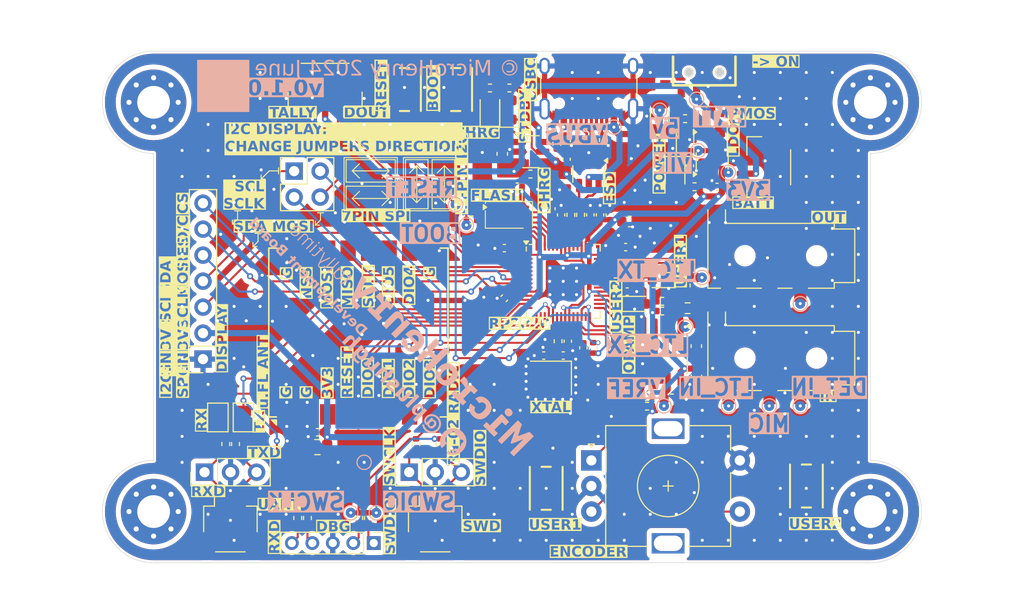
<source format=kicad_pcb>
(kicad_pcb (version 20240108) (generator "pcbnew") (generator_version "8.0")
  (layers (0 "F.Cu" signal) (1 "In1.Cu" power) (2 "In2.Cu" power) (31 "B.Cu" signal) (34 "B.Paste" user) (35 "F.Paste" user) (36 "B.SilkS" user "B.Silkscreen") (37 "F.SilkS" user "F.Silkscreen") (38 "B.Mask" user) (39 "F.Mask" user) (44 "Edge.Cuts" user))
  (net 0 "")
  (net 1 "+1V1")
  (net 2 "GND")
  (net 3 "+3V3")
  (net 4 "/MCU/XIN")
  (net 5 "/Timecode/VREF")
  (net 6 "/Timecode/OPAMP_A_N")
  (net 7 "/Timecode/LTC_IN")
  (net 8 "/Timecode/LTC_OUT")
  (net 9 "+VIN")
  (net 10 "+BATT")
  (net 11 "+5V")
  (net 12 "/Debug/USERLED1_K")
  (net 13 "/Debug/USERLED2_K")
  (net 14 "/Power/POWER_LED_K")
  (net 15 "Net-(D5-A)")
  (net 16 "Net-(D5-K)")
  (net 17 "Net-(D6-A)")
  (net 18 "Net-(D6-K)")
  (net 19 "VBUS")
  (net 56 "/USB/USBD+")
  (net 57 "/USB/USB_CC1")
  (net 59 "/USB/USBD-")
  (net 61 "/USB/USB_CC2")
  (net 62 "/Debug/3PIN_SWD_SWDIO")
  (net 63 "/Debug/3PIN_SWD_SWCLK")
  (net 64 "/Debug/5PIN_SWD_SWCLK")
  (net 65 "/Debug/5PIN_UART_TX")
  (net 66 "/Debug/5PIN_UART_RX")
  (net 67 "/Debug/5PIN_SWD_SWDIO")
  (net 68 "/Debug/3PIN_UART_TX")
  (net 69 "/Debug/3PIN_UART_RX")
  (net 70 "/Timecode/MIC_PASSTHROUGH")
  (net 71 "/Display/SDA_SCLK")
  (net 72 "/Display/SCLK_SCL")
  (net 73 "/Display/CS")
  (net 74 "/Display/D{slash}C")
  (net 75 "/Display/RES")
  (net 76 "/Display/MOSI_SDA")
  (net 77 "/Display/SCL_MOSI")
  (net 80 "/Debug/TALLY")
  (net 83 "/Debug/JMP_UART_TX")
  (net 84 "/Debug/UART_RX")
  (net 85 "/Debug/JMP_UART_RX")
  (net 86 "/Debug/UART_TX")
  (net 87 "/Power/MOS_BIAS")
  (net 88 "/Power/BATT_SW")
  (net 89 "/Debug/~{RESET}")
  (net 90 "/MCU/QSPI_SS")
  (net 91 "/Debug/~{BOOT}")
  (net 92 "/MCU/XOUT")
  (net 93 "/USB/USBESD-")
  (net 94 "/USB/USBESD+")
  (net 95 "/Debug/SWCLK")
  (net 96 "/Debug/SWDIO")
  (net 97 "/Debug/USERLED1")
  (net 98 "/Debug/USERLED2")
  (net 99 "/Timecode/OPAMP_B_P")
  (net 100 "Net-(U7-PROG)")
  (net 101 "/Debug/USERSW1")
  (net 103 "/Debug/ENCODER_A")
  (net 104 "/Debug/ENCODER_B")
  (net 105 "/Debug/ENCODER_SW")
  (net 107 "/Debug/USERSW2")
  (net 109 "/MCU/QSPI_SD2")
  (net 110 "/MCU/QSPI_SD3")
  (net 111 "/MCU/QSPI_SD0")
  (net 112 "/MCU/QSPI_SCLK")
  (net 113 "/MCU/QSPI_SD1")
  (net 114 "/MCU/GPIO2")
  (net 116 "/MCU/GPIO29_ADC3")
  (net 117 "/MCU/GPIO11")
  (net 118 "/MCU/GPIO4")
  (net 119 "/MCU/GPIO10")
  (net 120 "/MCU/GPIO12")
  (net 121 "/MCU/GPIO27_ADC1")
  (net 122 "/MCU/GPIO1")
  (net 123 "/MCU/GPIO28_ADC2")
  (net 124 "/MCU/GPIO26_ADC0")
  (net 125 "/MCU/GPIO7")
  (net 127 "/MCU/GPIO3")
  (net 128 "/MCU/GPIO23")
  (net 129 "/MCU/GPIO16")
  (net 132 "/MCU/GPIO22")
  (net 133 "/Radio/DIO5")
  (net 134 "/Radio/DIO3")
  (net 135 "/Radio/DIO4")
  (net 136 "/Radio/DIO2")
  (net 137 "/MCU/XTAL_XOUT")
  (net 138 "/MCU/USB_D-")
  (net 139 "/MCU/USB_D+")
  (footprint "Connector_PinSocket_2.54mm:PinSocket_1x07_P2.54mm_Vertical" (layer "F.Cu") (at 39.825 55.1 180)
    (property "Reference" "J10" (hide yes))
    (property "Value" "OLED DISPLAY")
  )
  (footprint "MountingHole:MountingHole_3.2mm_M3_Pad_Via" (layer "F.Cu") (at 35 70)
    (property "Reference" "H3" (hide yes))
    (property "Value" "MountingHole_Pad")
  )
  (footprint "Package_TO_SOT_SMD:SOT-23-3" (layer "F.Cu") (at 89.55 35.724999 90)
    (property "Reference" "U6" (hide yes))
    (property "Value" "XC6206P332MR")
  )
  (footprint "Connector_JST:JST_GH_SM03B-GHS-TB_1x03-1MP_P1.25mm_Horizontal" (layer "F.Cu") (at 51.75 28.75 180)
    (property "Reference" "J13" (hide yes))
    (property "Value" "TALLY LIGHT")
  )
  (footprint "MountingHole:MountingHole_3.2mm_M3_Pad_Via" (layer "F.Cu") (at 105 30)
    (property "Reference" "H2" (hide yes))
    (property "Value" "MountingHole_Pad")
  )
  (footprint "Connector_JST:JST_GH_SM02B-GHS-TB_1x02-1MP_P1.25mm_Horizontal" (layer "F.Cu") (at 94.65 36.35 90)
    (property "Reference" "J12" (hide yes))
    (property "Value" "BATT")
  )
  (footprint "LED_SMD:LED_0603_1608Metric" (layer "F.Cu") (at 84.475 47.375 180)
    (property "Reference" "D1" (hide yes))
    (property "Value" "USERLED1")
  )
  (footprint "Connector_PinHeader_2.54mm:PinHeader_1x03_P2.54mm_Vertical" (layer "F.Cu") (at 39.975 66.15 90)
    (property "Reference" "J5" (hide yes))
    (property "Value" "UART")
  )
  (footprint "LED_SMD:LED_0805_2012Metric" (layer "F.Cu") (at 69.75 30.75 90)
    (property "Reference" "D5" (hide yes))
    (property "Value" "GREEN")
  )
  (footprint "Resistor_SMD:R_0402_1005Metric" (layer "F.Cu") (at 42.049999 63.4 90)
    (property "Reference" "R14" (hide yes))
    (property "Value" "100")
  )
  (footprint "Resistor_SMD:R_0402_1005Metric" (layer "F.Cu") (at 84.665 50.4)
    (property "Reference" "R20" (hide yes))
    (property "Value" "10k")
  )
  (footprint "Resistor_SMD:R_0402_1005Metric" (layer "F.Cu") (at 84.665 49.45 180)
    (property "Reference" "R22" (hide yes))
    (property "Value" "10k")
  )
  (footprint "Capacitor_SMD:C_0402_1005Metric" (layer "F.Cu") (at 69.25 44.25 180)
    (property "Reference" "C9" (hide yes))
    (property "Value" "100n")
  )
  (footprint "Capacitor_SMD:C_0603_1608Metric" (layer "F.Cu") (at 88 53.825 90)
    (property "Reference" "C21" (hide yes))
    (property "Value" "10u")
  )
  (footprint "Resistor_SMD:R_0402_1005Metric" (layer "F.Cu") (at 71.8 37.0125 180)
    (property "Reference" "R27" (hide yes))
    (property "Value" "5k1")
  )
  (footprint "Resistor_SMD:R_0402_1005Metric" (layer "F.Cu") (at 78.925 33.7 -90)
    (property "Reference" "R4" (hide yes))
    (property "Value" "5k1")
  )
  (footprint "footprints:SON50P300X200X60-9N" (layer "F.Cu") (at 69.8 41)
    (property "Reference" "U1" (hide yes))
    (property "Value" "W25Q16JVUXIQ")
  )
  (footprint "Capacitor_SMD:C_0402_1005Metric" (layer "F.Cu") (at 73.85 40.4 90)
    (property "Reference" "C1" (hide yes))
    (property "Value" "100n")
  )
  (footprint "Capacitor_SMD:C_0402_1005Metric" (layer "F.Cu") (at 70.5 38.25 180)
    (property "Reference" "C13" (hide yes))
    (property "Value" "2.2u")
  )
  (footprint "Package_TO_SOT_SMD:SOT-23-6" (layer "F.Cu") (at 77.5 37 -90)
    (property "Reference" "U3" (hide yes))
    (property "Value" "USBLC6-2SC6")
  )
  (footprint "Resistor_SMD:R_0402_1005Metric" (layer "F.Cu") (at 55.025 70.625 90)
    (property "Reference" "R10" (hide yes))
    (property "Value" "100")
  )
  (footprint "Resistor_SMD:R_0402_1005Metric" (layer "F.Cu") (at 76.7 41 -90)
    (property "Reference" "R6" (hide yes))
    (property "Value" "22")
  )
  (footprint "Resistor_SMD:R_0402_1005Metric" (layer "F.Cu") (at 87.825 38.25 180)
    (property "Reference" "R24" (hide yes))
    (property "Value" "5k1")
  )
  (footprint "Connector_JST:JST_SH_SM03B-SRSS-TB_1x03-1MP_P1.00mm_Horizontal" (layer "F.Cu") (at 42.5 71.25)
    (property "Reference" "J6" (hide yes))
    (property "Value" "SM03B-SRSS-TB")
  )
  (footprint "Resistor_SMD:R_0402_1005Metric" (layer "F.Cu") (at 43 63.4 90)
    (property "Reference" "R15" (hide yes))
    (property "Value" "100")
  )
  (footprint "Connector_Audio:Jack_3.5mm_KoreanHropartsElec_PJ-320D-4A_Horizontal" (layer "F.Cu") (at 95 55 180)
    (property "Reference" "J7" (hide yes))
    (property "Value" "TRRS Out")
  )
  (footprint "Connector_USB:USB_C_Receptacle_HRO_TYPE-C-31-M-12" (layer "F.Cu") (at 77.5 27.5 180)
    (property "Reference" "J1" (hide yes))
    (property "Value" "USB_C_Receptacle_USB2.0_16P")
  )
  (footprint "Capacitor_SMD:C_0402_1005Metric" (layer "F.Cu") (at 69.25 49.15 -135)
    (property "Reference" "C6" (hide yes))
    (property "Value" "100n")
  )
  (footprint "Resistor_SMD:R_0402_1005Metric" (layer "F.Cu") (at 62.975 63.4 90)
    (property "Reference" "R11" (hide yes))
    (property "Value" "100")
  )
  (footprint "Capacitor_SMD:C_0603_1608Metric" (layer "F.Cu") (at 88.015 56.8 -90)
    (property "Reference" "C19" (hide yes))
    (property "Value" "10u")
  )
  (footprint "Capacitor_SMD:C_0402_1005Metric" (layer "F.Cu") (at 81.25 48.5)
    (property "Reference" "C5" (hide yes))
    (property "Value" "100n")
  )
  (footprint "Resistor_SMD:R_0402_1005Metric" (layer "F.Cu") (at 86.900001 31.599999)
    (property "Reference" "R23" (hide yes))
    (property "Value" "5k1")
  )
  (footprint "footprints:SKRPACE010" (layer "F.Cu") (at 64.5 28.75 -90)
    (property "Reference" "SW1" (hide yes))
    (property "Value" "SKRPACE010" (hide yes))
  )
  (footprint "Jumper:SolderJumper-2_P1.3mm_Bridged_Pad1.0x1.5mm" (layer "F.Cu") (at 43.775 60.8 -90)
    (property "Reference" "JP2" (hide yes))
    (property "Value" "UART_TX")
  )
  (footprint "Connector_PinHeader_2.54mm:PinHeader_1x03_P2.54mm_Vertical" (layer "F.Cu") (at 59.96 66.15 90)
    (property "Reference" "J2" (hide yes))
    (property "Value" "SWD")
  )
  (footprint "footprints:SKRPACE010" (layer "F.Cu") (at 73.34 67.725 -90)
    (property "Reference" "SW2" (hide yes))
    (property "Value" "SKRPACE010" (hide yes))
  )
  (footprint "Resistor_SMD:R_0402_1005Metric" (layer "F.Cu") (at 82.05 47.125)
    (property "Reference" "R16" (hide yes))
    (property "Value" "5k1")
  )
  (footprint "Resistor_SMD:R_0402_1005Metric" (layer "F.Cu") (at 67.85 28.6)
    (property "Reference" "R26" (hide yes))
    (property "Value" "5k1")
  )
  (footprint "Resistor_SMD:R_0402_1005Metric" (layer "F.Cu") (at 60.625 63.4 90)
    (property "Reference" "R9" (hide yes))
    (property "Value" "100")
  )
  (footprint "MountingHole:MountingHole_3.2mm_M3_Pad_Via" (layer "F.Cu") (at 35 30)
    (property "Reference" "H1" (hide yes))
    (property "Value" "MountingHole_Pad")
  )
  (footprint "Capacitor_SMD:C_0603_1608Metric" (layer "F.Cu") (at 85.615 59.025)
    (property "Reference" "C20" (hide yes))
    (property "Value" "10u")
  )
  (footprint "Connector_Audio:Jack_3.5mm_KoreanHropartsElec_PJ-320D-4A_Horizontal" (layer "F.Cu") (at 95 45 180)
    (property "Reference" "J8" (hide yes))
    (property "Value" "TRRS Out")
  )
  (footprint "Capacitor_SMD:C_0402_1005Metric" (layer "F.Cu") (at 87.375 36.2 -90)
    (property "Reference" "C23" (hide yes))
    (property "Value" "1u")
  )
  (footprint "Crystal:Crystal_SMD_3225-4Pin_3.2x2.5mm" (layer "F.Cu") (at 73.8 56.95 180)
    (property "Reference" "Y1" (hide yes))
    (property "Value" "12MHz +-10ppm 20pF")
  )
  (footprint "Capacitor_SMD:C_0402_1005Metric" (layer "F.Cu") (at 90.025 38.275 180)
    (property "Reference" "C24" (hide yes))
    (property "Value" "1u")
  )
  (footprint "Connector_PinHeader_2.54mm:PinHeader_2x02_P2.54mm_Vertical" (layer "F.Cu") (at 48.725 36.725)
    (property "Reference" "J9" (hide yes))
    (property "Value" "Conn_02x02_Counter_Clockwise")
  )
  (footprint "Capacitor_SMD:C_0402_1005Metric" (layer "F.Cu") (at 75 54.75 180)
    (property "Reference" "C16" (hide yes))
    (property "Value" "33p")
  )
  (footprint "Resistor_SMD:R_0402_1005Metric" (layer "F.Cu") (at 80.125 47.55)
    (property "Reference" "R17" (hide yes))
    (property "Value" "5k1")
  )
  (footprint "Resistor_SMD:R_0402_1005Metric" (layer "F.Cu") (at 77.925 54 90)
    (property "Reference" "R1" (hide yes))
    (property "Value" "1k")
  )
  (footprint "Capacitor_SMD:C_0402_1005Metric" (layer "F.Cu") (at 73.1 54.75)
    (property "Reference" "C15" (hide yes))
    (property "Value" "33p")
  )
  (footprint "Capacitor_SMD:C_0402_1005Metric" (layer "F.Cu") (at 78.6 41 90)
    (property "Reference" "C12" (hide yes))
    (property "Value" "1u")
  )
  (footprint "Capacitor_SMD:C_0603_1608Metric" (layer "F.Cu") (at 87.9 47.9 -90)
    (property "Reference" "C22" (hide yes))
    (property "Value" "10u")
  )
  (footprint "Package_TO_SOT_SMD:SOT-23-6" (layer "F.Cu") (at 71.85 34.825)
    (property "Reference" "U7" (hide yes))
    (property "Value" "TP4057")
  )
  (footprint "Diode_SMD:D_SOD-323" (layer "F.Cu") (at 86.9 33.674999 90)
    (property "Reference" "D3" (hide yes))
    (property "Value" "1N5819WS")
  )
  (footprint "Resistor_SMD:R_0402_1005Metric" (layer "F.Cu") (at 55.975 70.625 90)
    (property "Reference" "R8" (hide yes))
    (property "Value" "100")
  )
  (footprint "LED_SMD:LED_0603_1608Metric" (layer "F.Cu") (at 82.25 49.7)
    (property "Reference" "D2" (hide yes))
    (property "Value" "USERLED2")
  )
  (footprint "Capacitor_SMD:C_0603_1608Metric" (layer "F.Cu") (at 69.05 35.0375 90)
    (property "Reference" "C25" (hide yes))
    (property "Value" "10u")
  )
  (footprint "Capacitor_SMD:C_0402_1005Metric" (layer "F.Cu") (at 74.8 41 90)
    (property "Reference" "C7" (hide yes))
    (property "Value" "100n")
  )
  (footprint "Capacitor_SMD:C_0805_2012Metric" (layer "F.Cu") (at 51 63.7 180)
    (property "Reference" "C17" (hide yes))
    (property "Value" "22u")
  )
  (footprint "footprints:SKRPACE010" (layer "F.Cu") (at 59.5 28.75 -90)
    (property "Reference" "SW4" (hide yes))
    (property "Value" "SKRPACE010" (hide yes))
  )
  (footprint "Resistor_SMD:R_0402_1005Metric" (layer "F.Cu") (at 66.05 41.5)
    (property "Reference" "R2" (hide yes))
    (property "Value" "1k")
  )
  (footprint "footprints:SKRPACE010" (layer "F.Cu") (at 98.75 67.5 90)
    (property "Reference" "SW5" (hide yes))
    (property "Value" "SKRPACE010" (hide yes))
  )
  (footprint "Jumper:SolderJumper-2_P1.3mm_Bridged_Pad1.0x1.5mm" (layer "F.Cu") (at 41.274998 60.8 -90)
    (property "Reference" "JP1" (hide yes))
    (property "Value" "UART_RX")
  )
  (footprint "Resistor_SMD:R_0402_1005Metric" (layer "F.Cu") (at 75.325 33.7 -90)
    (property "Reference" "R5" (hide yes))
    (property "Value" "5k1")
  )
  (footprint "Resistor_SMD:R_0402_1005Metric" (layer "F.Cu") (at 75.75 41 -90)
    (property "Reference" "R7" (hide yes))
    (property "Value" "22")
  )
  (footprint "Capacitor_SMD:C_0402_1005Metric" (layer "F.Cu") (at 75.325001 35.5625 90)
    (property "Reference" "C26" (hide yes))
    (property "Value" "1u")
  )
  (footprint "Resistor_SMD:R_0402_1005Metric" (layer "F.Cu") (at 83.19 59.7)
    (property "Reference" "R19" (hide yes))
    (property "Value" "10k")
  )
  (footprint "Capacitor_SMD:C_0402_1005Metric" (layer "F.Cu") (at 79.55 41 90)
    (property "Reference" "C4" (hide yes))
    (property "Value" "100n")
  )
  (footprint "Resistor_SMD:R_0603_1608Metric" (layer "F.Cu") (at 87.15 50.125)
    (property "Reference" "R21" (hide yes))
    (property "Value" "150k")
  )
  (footprint "Connector_JST:JST_SH_SM03B-SRSS-TB_1x03-1MP_P1.00mm_Horizontal" (layer "F.Cu") (at 62.5 71.25)
    (property "Reference" "J3" (hide yes))
    (property "Value" "SM03B-SRSS-TB")
  )
  (footprint "RF_Module:Ai-Thinker-Ra-01-LoRa" (layer "F.Cu") (at 55 52.5 90)
    (property "Reference" "U4" (hide yes))
    (property "Value" "Ai-Thinker-Ra-02")
  )
  (footprint "Resistor_SMD:R_0402_1005Metric" (layer "F.Cu") (at 50.025 70.624999 90)
    (property "Reference" "R12" (hide yes))
    (property "Value" "100")
  )
  (footprint "Fuse:Fuse_1206_3216Metric" (layer "F.Cu") (at 84.425 31.375 90)
    (property "Reference" "F1" (hide yes))
    (property "Value" "1.5A")
  )
  (footprint "Capacitor_SMD:C_0402_1005Metric" (layer "F.Cu") (at 76.975 54 -90)
    (property "Reference" "C2" (hide yes))
    (property "Value" "100n")
  )
  (footprint "Resistor_SMD:R_0402_1005Metric" (layer "F.Cu") (at 69.75 28.6 180)
    (property "Reference" "R25" (hide yes))
    (property "Value" "5k1")
  )
  (footprint "LED_SMD:LED_0805_2012Metric" (layer "F.Cu") (at 85.925 36.975 -90)
    (property "Reference" "D4" (hide yes))
    (property "Value" "RED")
  )
  (footprint "Rotary_Encoder:RotaryEncoder_Alps_EC11E-Switch_Vertical_H20mm" (layer "F.Cu") (at 77.75 65)
    (property "Reference" "SW3" (hide yes))
    (property "Value" "EC11")
  )
  (footprint "Capacitor_SMD:C_0402_1005Metric" (layer "F.Cu") (at 51 62.25 180)
    (property "Reference" "C18" (hide yes))
    (property "Value" "100n")
  )
  (footprint "footprints:SW-SMD_3P-P1.50_L2.7-W6.6" (layer "F.Cu") (at 88.775 27.525 180)
    (property "Reference" "SW6" (hide yes))
    (property "Value" "SW_SPDT")
    (fp_poly (pts (xy 1.95 0.459) (xy 1.931772 0.33222) (xy 1.878564 0.215712) (xy 1.794687 0.118913) (xy 1.686937 0.049666) (xy 1.564042 0.01358) (xy 1.435958 0.01358) (xy 1.313063 0.049666) (xy 1.205313 0.118913) (xy 1.121436 0.215711) (xy 1.068228 0.33222) (xy 1.05 0.459) (xy 1.068228 0.58578) (xy 1.121436 0.702289) (xy 1.205313 0.799087) (xy 1.313063 0.868334) (xy 1.435958 0.90442) (xy 1.564042 0.90442) (xy 1.686937 0.868333) (xy 1.794687 0.799087) (xy 1.878564 0.702288) (xy 1.931772 0.58578)) (fill solid) (layer "Edge.Cuts"))
    (fp_poly (pts (xy -1.05 0.459) (xy -1.068228 0.33222) (xy -1.121436 0.215711) (xy -1.205313 0.118913) (xy -1.313063 0.049666) (xy -1.435958 0.01358) (xy -1.564042 0.01358) (xy -1.686937 0.049666) (xy -1.794687 0.118913) (xy -1.878564 0.215712) (xy -1.931772 0.33222) (xy -1.95 0.459) (xy -1.931772 0.58578) (xy -1.878564 0.702288) (xy -1.794687 0.799087) (xy -1.686937 0.868333) (xy -1.564042 0.90442) (xy -1.435958 0.90442) (xy -1.313063 0.868334) (xy -1.205313 0.799087) (xy -1.121436 0.702289) (xy -1.068228 0.58578)) (fill solid) (layer "Edge.Cuts"))
  )
  (footprint "Resistor_SMD:R_0402_1005Metric" (layer "F.Cu") (at 74.375 34.05 -90)
    (property "Reference" "R28" (hide yes))
    (property "Value" "2k")
  )
  (footprint "Package_TO_SOT_SMD:SOT-23" (layer "F.Cu") (at 89.55 31.75 90)
    (property "Reference" "Q1" (hide yes))
    (property "Value" "AO3401A")
  )
  (footprint "Capacitor_SMD:C_0402_1005Metric" (layer "F.Cu") (at 77.65 41 90)
    (property "Reference" "C11" (hide yes))
    (property "Value" "1u")
  )
  (footprint "Resistor_SMD:R_0402_1005Metric" (layer "F.Cu") (at 83.19 58.75 180)
    (property "Reference" "R18" (hide yes))
    (property "Value" "10k")
  )
  (footprint "Package_DFN_QFN:QFN-56-1EP_7x7mm_P0.4mm_EP3.2x3.2mm" (layer "F.Cu") (at 75 47.5)
    (property "Reference" "U2" (hide yes))
    (property "Value" "RP2040")
  )
  (footprint "LED_SMD:LED_0805_2012Metric" (layer "F.Cu") (at 67.85 30.75 90)
    (property "Reference" "D6" (hide yes))
    (property "Value" "RED")
  )
  (footprint "Capacitor_SMD:C_0402_1005Metric" (layer "F.Cu") (at 70.5 39.2 180)
    (property "Reference" "C14" (hide yes))
    (property "Value" "100n")
  )
  (footprint "Resistor_SMD:R_0402_1005Metric" (layer "F.Cu") (at 74.5 53.35 90)
    (property "Reference" "R3" (hide yes))
    (property "Value" "1k")
  )
  (footprint "Capacitor_SMD:C_0402_1005Metric" (layer "F.Cu") (at 81.1 44.15)
    (property "Reference" "C8" (hide yes))
    (property "Value" "100n")
  )
  (footprint "MountingHole:MountingHole_3.2mm_M3_Pad_Via" (layer "F.Cu") (at 105 70)
    (property "Reference" "H4" (hide yes))
    (property "Value" "MountingHole_Pad")
  )
  (footprint "Connector_PinHeader_2.00mm:PinHeader_1x05_P2.00mm_Vertical" (layer "F.Cu") (at 56.5 73.075 -90)
    (property "Reference" "J4" (hide yes))
    (property "Value" "5PIN HOLES")
  )
  (footprint "Capacitor_SMD:C_0603_1608Metric" (layer "F.Cu") (at 81.5 41.65)
    (property "Reference" "C10" (hide yes))
    (property "Value" "10u")
  )
  (footprint "Capacitor_SMD:C_0402_1005Metric" (layer "F.Cu") (at 75.45 53.35 -90)
    (property "Reference" "C3" (hide yes))
    (property "Value" "100n")
  )
  (footprint "Resistor_SMD:R_0402_1005Metric" (layer "F.Cu") (at 49.075 70.624999 90)
    (property "Reference" "R13" (hide yes))
    (property "Value" "100")
  )
  (footprint "Package_SO:SOP-8_3.9x4.9mm_P1.27mm" (layer "F.Cu") (at 84.56 54.575 -90)
    (property "Reference" "U5" (hide yes))
    (property "Value" "LM358")
  )
  (footprint "TestPoint:TestPoint_Pad_D1.0mm" (layer "B.Cu") (at 95.125 59.675 180)
    (property "Reference" "TP10" (hide yes))
    (property "Value" "MIC")
  )
  (footprint "TestPoint:TestPoint_Pad_D1.0mm" (layer "B.Cu") (at 98.15 49.675 180)
    (property "Reference" "TP12" (hide yes))
    (property "Value" "DET_OUT")
  )
  (footprint "TestPoint:TestPoint_Pad_D1.0mm" (layer "B.Cu") (at 64.5 40 180)
    (property "Reference" "TP5" (hide yes))
    (property "Value" "RESET")
  )
  (footprint "TestPoint:TestPoint_Pad_D1.0mm" (layer "B.Cu") (at 55.56 65.185 180)
    (property "Reference" "TP17" (hide yes))
    (property "Value" "GND")
  )
  (footprint "TestPoint:TestPoint_Pad_D1.0mm" (layer "B.Cu") (at 86.925 51.95 180)
    (property "Reference" "TP7" (hide yes))
    (property "Value" "LTC_RX")
  )
  (footprint "TestPoint:TestPoint_Pad_D1.0mm" (layer "B.Cu") (at 84.84 59.675 180)
    (property "Reference" "TP6" (hide yes))
    (property "Value" "VREF")
  )
  (footprint "TestPoint:TestPoint_Pad_D1.0mm" (layer "B.Cu") (at 84.425 30.775 180)
    (property "Reference" "TP16" (hide yes))
    (property "Value" "5V")
  )
  (footprint "TestPoint:TestPoint_Pad_D1.0mm" (layer "B.Cu") (at 56.75 70.125 180)
    (property "Reference" "TP3" (hide yes))
    (property "Value" "SWDIO")
  )
  (footprint "TestPoint:TestPoint_Pad_D1.0mm" (layer "B.Cu") (at 91.15 59.675 180)
    (property "Reference" "TP9" (hide yes))
    (property "Value" "LTC_IN")
  )
  (footprint "TestPoint:TestPoint_Pad_D1.0mm" (layer "B.Cu") (at 91.125 36.85 180)
    (property "Reference" "TP15" (hide yes))
    (property "Value" "3V3")
  )
  (footprint "TestPoint:TestPoint_Pad_D1.0mm" (layer "B.Cu") (at 79.95 32.425 180)
    (property "Reference" "TP1" (hide yes))
    (property "Value" "VBUS")
  )
  (footprint "TestPoint:TestPoint_Pad_D1.0mm" (layer "B.Cu") (at 65.55 42 180)
    (property "Reference" "TP4" (hide yes))
    (property "Value" "BOOT")
  )
  (footprint "TestPoint:TestPoint_Pad_D1.0mm" (layer "B.Cu") (at 88.025 29.7 180)
    (property "Reference" "TP13" (hide yes))
    (property "Value" "BATT")
  )
  (footprint "TestPoint:TestPoint_Pad_D1.0mm" (layer "B.Cu") (at 54.25 70.115001 180)
    (property "Reference" "TP2" (hide yes))
    (property "Value" "SWCLK")
  )
  (footprint "TestPoint:TestPoint_Pad_D1.0mm" (layer "B.Cu") (at 88.55 47.125 180)
    (property "Reference" "TP8" (hide yes))
    (property "Value" "LTC_TX")
  )
  (footprint "TestPoint:TestPoint_Pad_D1.0mm" (layer "B.Cu") (at 98.15 59.675 180)
    (property "Reference" "TP11" (hide yes))
    (property "Value" "DET_IN")
  )
  (footprint "TestPoint:TestPoint_Pad_D1.0mm" (layer "B.Cu") (at 88.175 34.724999 180)
    (property "Reference" "TP14" (hide yes))
    (property "Value" "VIN")
  )
  (gr_poly (pts (xy 51.1969 43.663402) (xy 51.19349 43.66042) (xy 51.189997 43.657637) (xy 51.186419 43.655056) (xy 51.182759 43.652673) (xy 51.179015 43.650493) (xy 51.175188 43.648512) (xy 51.171279 43.646733) (xy 51.167284 43.645153) (xy 51.163209 43.643779) (xy 51.159051 43.642603) (xy 51.15481 43.64163) (xy 51.150487 43.640858) (xy 51.146082 43.64029) (xy 51.141595 43.639923) (xy 51.137026 43.639757) (xy 51.132522 43.639737) (xy 51.128104 43.639923) (xy 51.123775 43.640317) (xy 51.119533 43.640916) (xy 51.115377 43.641723) (xy 51.111308 43.642735) (xy 51.107324 43.643953) (xy 51.103428 43.645378) (xy 51.099618 43.647009) (xy 51.095894 43.648844) (xy 51.092255 43.650886) (xy 51.088703 43.653134) (xy 51.085235 43.655586) (xy 51.081854 43.658245) (xy 51.078556 43.661106) (xy 51.075343 43.664174) (xy 51.072275 43.667387) (xy 51.069407 43.67069) (xy 51.066739 43.674082) (xy 51.064275 43.677563) (xy 51.06201 43.681131) (xy 51.059948 43.684791) (xy 51.058088 43.688538) (xy 51.05643 43.692376) (xy 51.054972 43.696305) (xy 51.053719 43.700324) (xy 51.052666 43.704433) (xy 51.051817 43.708632) (xy 51.05117 43.712922) (xy 51.050725 43.717303) (xy 51.050484 43.721775) (xy 51.050445 43.726338) (xy 51.050668 43.730849) (xy 51.051092 43.73528) (xy 51.051712 43.739633) (xy 51.052532 43.743908) (xy 51.05355 43.748105) (xy 51.054766 43.752222) (xy 51.056177 43.75626) (xy 51.05779 43.760223) (xy 51.059596 43.764103) (xy 51.061602 43.767906) (xy 51.063805 43.771627) (xy 51.066205 43.77527) (xy 51.068801 43.778833) (xy 51.071594 43.782316) (xy 51.074583 43.78572) (xy 51.077768 43.789044) (xy 51.081092 43.792229) (xy 51.084495 43.795218) (xy 51.087979 43.79801) (xy 51.09154 43.800606) (xy 51.095182 43.803004) (xy 51.098901 43.805203) (xy 51.102701 43.807207) (xy 51.106578 43.80901) (xy 51.110532 43.810615) (xy 51.114564 43.81202) (xy 51.118673 43.813227) (xy 51.122858 43.814234) (xy 51.127119 43.815041) (xy 51.131459 43.815647) (xy 51.135871 43.816052) (xy 51.140362 43.816255) (xy 51.144926 43.816217) (xy 51.149403 43.815981) (xy 51.153789 43.815542) (xy 51.158086 43.814901) (xy 51.162294 43.814061) (xy 51.166412 43.813018) (xy 51.17044 43.811774) (xy 51.17438 43.810326) (xy 51.178229 43.808679) (xy 51.181987 43.806829) (xy 51.185655 43.804776) (xy 51.189233 43.802521) (xy 51.19272 43.800063) (xy 51.196117 43.797402) (xy 51.199424 43.794536) (xy 51.202638 43.791468) (xy 51.205704 43.788253) (xy 51.208564 43.784955) (xy 51.211217 43.781568) (xy 51.213661 43.778093) (xy 51.215899 43.77453) (xy 51.217932 43.770882) (xy 51.219757 43.76715) (xy 51.221378 43.763328) (xy 51.222791 43.75942) (xy 51.224001 43.755429) (xy 51.225004 43.75135) (xy 51.225802 43.747185) (xy 51.226394 43.742935) (xy 51.226782 43.738601) (xy 51.226964 43.734181) (xy 51.226943 43.729674) (xy 51.226797 43.725125) (xy 51.226449 43.720657) (xy 51.225894 43.716266) (xy 51.225136 43.711956) (xy 51.224173 43.707726) (xy 51.223007 43.703576) (xy 51.221639 43.699508) (xy 51.220066 43.69552) (xy 51.218291 43.691616) (xy 51.216314 43.68779) (xy 51.214137 43.68405) (xy 51.211756 43.68039) (xy 51.209173 43.676813) (xy 51.206392 43.673321) (xy 51.203408 43.669912) (xy 51.200224 43.666586)) (stroke (width -0.000001)) (fill solid) (layer "B.SilkS"))
  (gr_poly (pts (xy 52.24382 46.343287) (xy 52.236776 46.350186) (xy 52.229873 46.356654) (xy 52.223117 46.362686) (xy 52.216501 46.368287) (xy 52.210027 46.373455) (xy 52.203698 46.378189) (xy 52.197508 46.382489) (xy 52.191461 46.386355) (xy 52.185556 46.389791) (xy 52.179793 46.392789) (xy 52.174171 46.395356) (xy 52.16869 46.397487) (xy 52.16335 46.399184) (xy 52.15815 46.400448) (xy 52.153089 46.401274) (xy 52.148171 46.401669) (xy 52.143269 46.401597) (xy 52.138386 46.401151) (xy 52.13352 46.400335) (xy 52.12867 46.399147) (xy 52.123838 46.397588) (xy 52.119022 46.395656) (xy 52.114223 46.393351) (xy 52.109438 46.390673) (xy 52.104671 46.387623) (xy 52.099916 46.384198) (xy 52.095177 46.380401) (xy 52.090453 46.376227) (xy 52.085742 46.371681) (xy 52.081046 46.36676) (xy 52.076361 46.361462) (xy 52.071692 46.355792) (xy 52.068445 46.35205) (xy 52.065463 46.348543) (xy 52.062742 46.345269) (xy 52.060281 46.342226) (xy 52.058076 46.339408) (xy 52.056128 46.336819) (xy 52.054428 46.334449) (xy 52.05298 46.332299) (xy 52.047936 46.323672) (xy 52.043416 46.316044) (xy 51.951053 46.372934) (xy 51.952958 46.37627) (xy 51.955052 46.379797) (xy 51.957338 46.383518) (xy 51.959817 46.387434) (xy 51.96249 46.391542) (xy 51.965362 46.395846) (xy 51.968429 46.400349) (xy 51.971697 46.405049) (xy 51.975081 46.409788) (xy 51.978576 46.414496) (xy 51.982184 46.419164) (xy 51.9859 46.423792) (xy 51.989722 46.428377) (xy 51.993647 46.432917) (xy 51.997676 46.437406) (xy 52.001804 46.441844) (xy 52.010807 46.451708) (xy 52.019861 46.460949) (xy 52.028963 46.469567) (xy 52.038119 46.477563) (xy 52.047323 46.484936) (xy 52.05658 46.49169) (xy 52.065886 46.497819) (xy 52.075247 46.503331) (xy 52.084658 46.508221) (xy 52.094123 46.51249) (xy 52.103639 46.51614) (xy 52.113211 46.519171) (xy 52.122834 46.521582) (xy 52.132512 46.523374) (xy 52.142245 46.524548) (xy 52.152031 46.525102) (xy 52.16188 46.524962) (xy 52.171728 46.524201) (xy 52.181567 46.522823) (xy 52.191405 46.52083) (xy 52.201238 46.518216) (xy 52.211063 46.514985) (xy 52.220882 46.511134) (xy 52.230694 46.506664) (xy 52.240502 46.501576) (xy 52.2503 46.495867) (xy 52.260092 46.489538) (xy 52.269876 46.482588) (xy 52.279652 46.475019) (xy 52.28942 46.466827) (xy 52.299178 46.458013) (xy 52.308927 46.448579) (xy 53.141746 45.615763) (xy 53.056545 45.530562)) (stroke (width -0.000001)) (fill solid) (layer "B.SilkS"))
  (gr_poly (pts (xy 65.447157 56.901408) (xy 65.427162 56.883054) (xy 65.407083 56.86571) (xy 65.38692 56.849379) (xy 65.366672 56.834056) (xy 65.34634 56.819743) (xy 65.325922 56.806442) (xy 65.305423 56.79415) (xy 64.891883 57.20769) (xy 64.968664 57.285481) (xy 65.03871 57.358558) (xy 65.102021 57.42692) (xy 65.158596 57.490568) (xy 65.185095 57.520939) (xy 65.210709 57.551436) (xy 65.23544 57.58206) (xy 65.259287 57.612812) (xy 65.282251 57.64369) (xy 65.304329 57.674691) (xy 65.325524 57.705821) (xy 65.345835 57.737076) (xy 65.365304 57.767953) (xy 65.383972 57.799293) (xy 65.401842 57.831096) (xy 65.418911 57.863361) (xy 65.435182 57.896091) (xy 65.441873 57.910447) (xy 64.811061 58.541259) (xy 64.408296 58.138494) (xy 64.056719 58.490071) (xy 64.459483 58.892835) (xy 64.890536 59.323888) (xy 65.196313 59.629665) (xy 65.547891 59.278089) (xy 65.242113 58.972311) (xy 65.996453 58.21797) (xy 66.302232 58.523747) (xy 66.653809 58.17217) (xy 65.968167 57.486528) (xy 65.72737 57.687559) (xy 65.674511 57.634701) (xy 65.679232 57.607303) (xy 65.68329 57.580335) (xy 65.686683 57.5538) (xy 65.689413 57.527696) (xy 65.691482 57.502024) (xy 65.692887 57.476782) (xy 65.693628 57.451972) (xy 65.693707 57.427594) (xy 65.693123 57.403647) (xy 65.691876 57.380132) (xy 65.689966 57.357048) (xy 65.687393 57.334397) (xy 65.684158 57.312175) (xy 65.680258 57.290386) (xy 65.675696 57.269028) (xy 65.670471 57.248102) (xy 65.664624 57.227249) (xy 65.657864 57.206448) (xy 65.650185 57.1857) (xy 65.641593 57.165006) (xy 65.632086 57.144365) (xy 65.621661 57.123774) (xy 65.610321 57.103238) (xy 65.598068 57.082752) (xy 65.584897 57.062321) (xy 65.570811 57.041942) (xy 65.55581 57.021615) (xy 65.539891 57.00134) (xy 65.523059 56.981119) (xy 65.505311 56.96095) (xy 65.486648 56.940835) (xy 65.467067 56.92077)) (stroke (width -0.000001)) (fill solid) (layer "B.SilkS"))
  (gr_poly (pts (xy 51.340094 45.548626) (xy 51.333469 45.542002) (xy 51.737593 44.701439) (xy 51.64532 44.609167) (xy 51.10527 45.771099) (xy 51.0973 45.789128) (xy 51.090177 45.806895) (xy 51.083897 45.824398) (xy 51.078456 45.841635) (xy 51.076051 45.850152) (xy 51.073854 45.858601) (xy 51.071865 45.866985) (xy 51.070086 45.875297) (xy 51.068514 45.883544) (xy 51.067149 45.891721) (xy 51.065991 45.899828) (xy 51.06504 45.907869) (xy 51.064263 45.915913) (xy 51.0637 45.923878) (xy 51.063352 45.93177) (xy 51.063217 45.939585) (xy 51.063299 45.947321) (xy 51.063598 45.954985) (xy 51.064112 45.962572) (xy 51.064842 45.970086) (xy 51.065788 45.977524) (xy 51.066952 45.984888) (xy 51.068333 45.992178) (xy 51.069931 45.999395) (xy 51.071746 46.006538) (xy 51.073781 46.013607) (xy 51.076036 46.020605) (xy 51.078508 46.02753) (xy 51.081054 46.03436) (xy 51.083812 46.041126) (xy 51.086781 46.047829) (xy 51.08996 46.054464) (xy 51.093349 46.061033) (xy 51.09695 46.067535) (xy 51.10076 46.073972) (xy 51.10478 46.080341) (xy 51.10901 46.086643) (xy 51.113447 46.092876) (xy 51.118096 46.099044) (xy 51.122951 46.105142) (xy 51.128014 46.111173) (xy 51.133284 46.117134) (xy 51.138762 46.123026) (xy 51.144448 46.12885) (xy 51.150821 46.135074) (xy 51.157231 46.141036) (xy 51.163681 46.146738) (xy 51.170171 46.152183) (xy 51.176704 46.157371) (xy 51.183287 46.162311) (xy 51.189918 46.166997) (xy 51.1966 46.17144) (xy 51.203183 46.175601) (xy 51.209508 46.179447) (xy 51.215578 46.182978) (xy 51.221389 46.186191) (xy 51.226942 46.189082) (xy 51.232234 46.191657) (xy 51.237263 46.193905) (xy 51.24203 46.195832) (xy 51.294238 46.097824) (xy 51.280407 46.090155) (xy 51.273806 46.086231) (xy 51.267416 46.08225) (xy 51.261238 46.078211) (xy 51.255269 46.07411) (xy 51.24951 46.069952) (xy 51.243961 46.065734) (xy 51.238621 46.061456) (xy 51.233491 46.057118) (xy 51.228569 46.05272) (xy 51.223858 46.048264) (xy 51.219354 46.043746) (xy 51.215059 46.039169) (xy 51.210974 46.03453) (xy 51.207094 46.029832) (xy 51.203406 46.025117) (xy 51.199962 46.020274) (xy 51.196762 46.015304) (xy 51.193806 46.010203) (xy 51.191095 46.004973) (xy 51.18863 45.999614) (xy 51.186409 45.994126) (xy 51.184433 45.98851) (xy 51.182701 45.982763) (xy 51.181214 45.976889) (xy 51.179973 45.970885) (xy 51.178976 45.964751) (xy 51.178225 45.958489) (xy 51.177717 45.952098) (xy 51.177456 45.945578) (xy 51.177438 45.938928) (xy 51.177636 45.932208) (xy 51.178104 45.92531) (xy 51.17884 45.918228) (xy 51.179845 45.910969) (xy 51.181121 45.90353) (xy 51.182665 45.895911) (xy 51.184478 45.888113) (xy 51.186561 45.880134) (xy 51.188912 45.871977) (xy 51.191532 45.86364) (xy 51.194421 45.855122) (xy 51.19758 45.846427) (xy 51.201006 45.837552) (xy 51.204703 45.828497) (xy 51.208666 45.819261) (xy 51.2129 45.80985) (xy 51.260695 45.708394) (xy 52.272929 45.236775) (xy 52.180544 45.144389)) (stroke (width -0.000001)) (fill solid) (layer "B.SilkS"))
  (gr_poly (pts (xy 67.600143 59.055742) (xy 67.575892 59.033857) (xy 67.551503 59.012783) (xy 67.526978 58.99252) (xy 67.502316 58.973066) (xy 67.477517 58.954424) (xy 67.452581 58.936592) (xy 67.427507 58.91957) (xy 67.402298 58.903357) (xy 67.376951 58.887956) (xy 67.351469 58.873365) (xy 67.325849 58.859584) (xy 67.300091 58.846613) (xy 67.274198 58.834454) (xy 67.248167 58.823103) (xy 67.221893 58.81247) (xy 67.195612 58.802792) (xy 67.169317 58.794074) (xy 67.143014 58.786313) (xy 67.116699 58.77951) (xy 67.090374 58.773663) (xy 67.064039 58.768775) (xy 67.037693 58.764844) (xy 67.011336 58.761871) (xy 66.984967 58.759857) (xy 66.95859 58.758798) (xy 66.932203 58.758697) (xy 66.905804 58.759557) (xy 66.879394 58.761371) (xy 66.852975 58.764145) (xy 66.826544 58.767876) (xy 66.800188 58.772279) (xy 66.773989 58.777746) (xy 66.747947 58.784277) (xy 66.722064 58.79187) (xy 66.696339 58.800525) (xy 66.670772 58.810244) (xy 66.645362 58.821025) (xy 66.62011 58.832869) (xy 66.595018 58.845777) (xy 66.570081 58.859747) (xy 66.545303 58.87478) (xy 66.520683 58.890877) (xy 66.496219 58.908037) (xy 66.471916 58.926257) (xy 66.447769 58.945542) (xy 66.42378 58.96589) (xy 66.802298 59.417148) (xy 66.819473 59.405414) (xy 66.836648 59.394458) (xy 66.853822 59.384282) (xy 66.870996 59.374884) (xy 66.888171 59.366265) (xy 66.905345 59.358425) (xy 66.922521 59.351364) (xy 66.939696 59.345081) (xy 66.95687 59.339577) (xy 66.974045 59.334851) (xy 66.99122 59.330905) (xy 67.008395 59.327738) (xy 67.025569 59.325349) (xy 67.042744 59.323739) (xy 67.059917 59.322906) (xy 67.077092 59.322854) (xy 67.094199 59.323649) (xy 67.111168 59.325361) (xy 67.128002 59.327985) (xy 67.144697 59.331526) (xy 67.161256 59.335983) (xy 67.17768 59.341357) (xy 67.193965 59.347643) (xy 67.210114 59.354847) (xy 67.226126 59.362966) (xy 67.242001 59.372001) (xy 67.257737 59.38195) (xy 67.27334 59.392816) (xy 67.288804 59.404598) (xy 67.304132 59.417294) (xy 67.319324 59.430908) (xy 67.334376 59.445434) (xy 67.352352 59.464272) (xy 67.368896 59.483406) (xy 67.384006 59.502832) (xy 67.397687 59.522554) (xy 67.409936 59.542568) (xy 67.420757 59.562881) (xy 67.430145 59.583486) (xy 67.438099 59.604385) (xy 67.444624 59.625582) (xy 67.449718 59.647071) (xy 67.453381 59.668855) (xy 67.455611 59.690933) (xy 67.456411 59.713307) (xy 67.45578 59.735975) (xy 67.453717 59.758938) (xy 67.450223 59.782195) (xy 67.445146 59.805541) (xy 67.438668 59.82911) (xy 67.430791 59.852898) (xy 67.421513 59.87691) (xy 67.410838 59.90114) (xy 67.398763 59.925592) (xy 67.385285 59.950263) (xy 67.370411 59.975158) (xy 67.354136 60.000273) (xy 67.33646 60.025607) (xy 67.317387 60.051165) (xy 67.296914 60.076944) (xy 67.27504 60.102943) (xy 67.251766 60.129162) (xy 67.227093 60.155603) (xy 67.201021 60.182266) (xy 67.165219 60.217014) (xy 67.12988 60.249196) (xy 67.095006 60.27881) (xy 67.060592 60.305856) (xy 67.026643 60.330334) (xy 66.993156 60.352244) (xy 66.960132 60.371587) (xy 66.943794 60.380295) (xy 66.927572 60.388363) (xy 66.911302 60.395623) (xy 66.895159 60.402252) (xy 66.879142 60.408252) (xy 66.863251 60.413619) (xy 66.847487 60.418354) (xy 66.831848 60.422459) (xy 66.816336 60.425931) (xy 66.80095 60.428773) (xy 66.785691 60.430984) (xy 66.770559 60.432562) (xy 66.755551 60.433509) (xy 66.740671 60.433825) (xy 66.725916 60.433509) (xy 66.711287 60.432562) (xy 66.696787 60.430983) (xy 66.682411 60.428773) (xy 66.668162 60.425943) (xy 66.654039 60.422501) (xy 66.640042 60.418449) (xy 66.626172 60.413787) (xy 66.612428 60.408515) (xy 66.598809 60.402633) (xy 66.58532 60.396139) (xy 66.571954 60.389036) (xy 66.558715 60.381322) (xy 66.545602 60.372997) (xy 66.532616 60.364063) (xy 66.519756 60.354518) (xy 66.507022 60.344362) (xy 66.494414 60.333595) (xy 66.481934 60.32222) (xy 66.469579 60.310234) (xy 66.455677 60.29588) (xy 66.442595 60.28144) (xy 66.430336 60.266918) (xy 66.418897 60.252311) (xy 66.408277 60.237618) (xy 66.398481 60.222846) (xy 66.389504 60.207985) (xy 66.381348 60.193041) (xy 66.374013 60.178013) (xy 66.367498 60.162902) (xy 66.361806 60.147705) (xy 66.356933 60.132425) (xy 66.35288 60.117061) (xy 66.34965 60.10161) (xy 66.347241 60.086079) (xy 66.345651 60.070461) (xy 66.344941 60.054596) (xy 66.344831 60.038658) (xy 66.34532 60.022646) (xy 66.346408 60.00656) (xy 66.348098 59.990402) (xy 66.350388 59.974168) (xy 66.353276 59.957863) (xy 66.356765 59.941483) (xy 66.360853 59.925028) (xy 66.365542 59.908501) (xy 66.37083 59.8919) (xy 66.376718 59.875225) (xy 66.383206 59.858477) (xy 66.390293 59.841654) (xy 66.397981 59.824758) (xy 66.406269 59.80779) (xy 65.944234 59.440047) (xy 65.927411 59.467814) (xy 65.911632 59.495549) (xy 65.896893 59.523253) (xy 65.883197 59.550925) (xy 65.87054 59.578564) (xy 65.858929 59.606174) (xy 65.848358 59.633753) (xy 65.838827 59.661299) (xy 65.830341 59.688811) (xy 65.822896 59.716296) (xy 65.816492 59.743747) (xy 65.81113 59.771166) (xy 65.806809 59.798554) (xy 65.803531 59.825911) (xy 65.801295 59.853236) (xy 65.8001 59.880529) (xy 65.799659 59.907543) (xy 65.800016 59.934366) (xy 65.801175 59.961004) (xy 65.803132 59.987449) (xy 65.805889 60.013706) (xy 65.809446 60.039773) (xy 65.813803 60.065652) (xy 65.81896 60.09134) (xy 65.824916 60.116839) (xy 65.831671 60.14215) (xy 65.839227 60.167267) (xy 65.847584 60.1922) (xy 65.856739 60.216941) (xy 65.866694 60.241492) (xy 65.877451 60.265856) (xy 65.889005 60.290028) (xy 65.901066 60.313833) (xy 65.913672 60.337428) (xy 65.926827 60.360812) (xy 65.940529 60.383984) (xy 65.954779 60.406947) (xy 65.969575 60.429699) (xy 65.984919 60.452242) (xy 66.000809 60.474572) (xy 66.017247 60.496692) (xy 66.034233 60.518604) (xy 66.069845 60.561793) (xy 66.107647 60.604141) (xy 66.147637 60.645647) (xy 66.176018 60.673356) (xy 66.204591 60.699907) (xy 66.233353 60.725301) (xy 66.262302 60.749536) (xy 66.291443 60.772616) (xy 66.320773 60.794536) (xy 66.350294 60.815299) (xy 66.380001 60.834906) (xy 66.409899 60.853353) (xy 66.439986 60.870644) (xy 66.470264 60.886777) (xy 66.500729 60.901753) (xy 66.531385 60.91557) (xy 66.56223 60.92823) (xy 66.593265 60.939733) (xy 66.624489 60.950078) (xy 66.655833 60.958892) (xy 66.687231 60.966473) (xy 66.718682 60.972825) (xy 66.750185 60.977944) (xy 66.781739 60.981833) (xy 66.813348 60.984491) (xy 66.845008 60.985916) (xy 66.876722 60.986112) (xy 66.908487 60.985075) (xy 66.940306 60.982806) (xy 66.972178 60.979307) (xy 67.0041 60.974578) (xy 67.036077 60.968615) (xy 67.068106 60.961423) (xy 67.100188 60.952998) (xy 67.132323 60.943342) (xy 67.164436 60.932435) (xy 67.196453 60.920253) (xy 67.228378 60.906799) (xy 67.260207 60.89207) (xy 67.291941 60.876069) (xy 67.32358 60.858792) (xy 67.355126 60.840245) (xy 67.386576 60.820425) (xy 67.41793 60.79933) (xy 67.449192 60.776962) (xy 67.480357 60.753321) (xy 67.511428 60.728405) (xy 67.542404 60.702218) (xy 67.573287 60.674754) (xy 67.604075 60.64602) (xy 67.634767 60.616012) (xy 67.666854 60.583157) (xy 67.697445 60.550258) (xy 67.726544 60.517319) (xy 67.754148 60.48434) (xy 67.780258 60.451316) (xy 67.804873 60.418249) (xy 67.827993 60.385142) (xy 67.84962 60.351992) (xy 67.869751 60.318799) (xy 67.888389 60.285566) (xy 67.905533 60.252291) (xy 67.921182 60.218972) (xy 67.935336 60.185612) (xy 67.947995 60.152209) (xy 67.959162 60.118766) (xy 67.968833 60.085279) (xy 67.977294 60.051688) (xy 67.984493 60.018264) (xy 67.990427 59.985007) (xy 67.9951 59.951922) (xy 67.99851 59.919004) (xy 68.000657 59.886254) (xy 68.001541 59.853672) (xy 68.001161 59.821259) (xy 67.99952 59.789014) (xy 67.996615 59.756939) (xy 67.992448 59.725031) (xy 67.987018 59.693291) (xy 67.980325 59.661719) (xy 67.972369 59.630317) (xy 67.963149 59.59908) (xy 67.952669 59.568016) (xy 67.941218 59.536993) (xy 67.928758 59.506221) (xy 67.915287 59.475701) (xy 67.900807 59.445436) (xy 67.885317 59.415421) (xy 67.868816 59.385661) (xy 67.851304 59.356152) (xy 67.832783 59.326896) (xy 67.81325 59.297893) (xy 67.792708 59.269141) (xy 67.771154 59.240643) (xy 67.748592 59.212398) (xy 67.725018 59.184403) (xy 67.700435 59.156664) (xy 67.674842 59.129176) (xy 67.648237 59.10194)) (stroke (width -0.000001)) (fill solid) (layer "B.SilkS"))
  (gr_poly (pts (xy 68.941709 60.481622) (xy 67.846566 61.576765) (xy 67.513848 61.244046) (xy 67.162271 61.595623) (xy 67.494989 61.928342) (xy 67.926042 62.359394) (xy 68.261454 62.694806) (xy 68.613031 62.343229) (xy 68.277619 62.007817) (xy 69.03196 61.253476) (xy 69.367373 61.588888) (xy 69.71895 61.237311) (xy 69.037348 60.482969)) (stroke (width -0.000001)) (fill solid) (layer "B.SilkS"))
  (gr_poly (pts (xy 49.246269 42.190215) (xy 49.238587 42.183049) (xy 49.230766 42.176087) (xy 49.222805 42.169329) (xy 49.214706 42.162776) (xy 49.206468 42.156429) (xy 49.198091 42.150285) (xy 49.189576 42.144348) (xy 49.180924 42.138618) (xy 49.172132 42.133094) (xy 49.163207 42.127776) (xy 49.154144 42.122667) (xy 49.144943 42.117763) (xy 49.135607 42.113068) (xy 49.126134 42.108582) (xy 49.116527 42.104304) (xy 49.106846 42.100186) (xy 49.097072 42.096343) (xy 49.087209 42.092774) (xy 49.077251 42.089481) (xy 49.067201 42.086461) (xy 49.057059 42.083714) (xy 49.046824 42.081242) (xy 49.036496 42.079042) (xy 49.026074 42.077114) (xy 49.015556 42.07546) (xy 49.004947 42.074075) (xy 48.994241 42.072963) (xy 48.983441 42.072122) (xy 48.972546 42.071552) (xy 48.961556 42.071251) (xy 48.950469 42.071222) (xy 48.939332 42.071391) (xy 48.928159 42.071887) (xy 48.916945 42.072712) (xy 48.905696 42.073863) (xy 48.894406 42.075346) (xy 48.883081 42.077155) (xy 48.871717 42.079292) (xy 48.860317 42.081761) (xy 48.848879 42.084558) (xy 48.837404 42.087684) (xy 48.825893 42.091138) (xy 48.814345 42.094923) (xy 48.80276 42.099039) (xy 48.79114 42.103483) (xy 48.779483 42.108258) (xy 48.76779 42.113363) (xy 48.75614 42.118771) (xy 48.744497 42.124574) (xy 48.732861 42.130771) (xy 48.72123 42.137364) (xy 48.709605 42.144349) (xy 48.697988 42.151731) (xy 48.686376 42.159508) (xy 48.674772 42.16768) (xy 48.663175 42.176248) (xy 48.651584 42.185212) (xy 48.640001 42.194572) (xy 48.628424 42.204326) (xy 48.616858 42.214479) (xy 48.605298 42.225028) (xy 48.593744 42.235971) (xy 48.5822 42.247313) (xy 48.540106 42.289409) (xy 49.087225 42.836528) (xy 49.086881 42.836862) (xy 49.075842 42.847191) (xy 49.064738 42.857112) (xy 49.05357 42.866625) (xy 49.042337 42.875731) (xy 49.031042 42.884427) (xy 49.019682 42.892715) (xy 49.008258 42.900597) (xy 48.996771 42.908071) (xy 48.985219 42.915137) (xy 48.973606 42.921798) (xy 48.961929 42.928051) (xy 48.950189 42.933896) (xy 48.938387 42.939336) (xy 48.926521 42.94437) (xy 48.914593 42.948997) (xy 48.902664 42.953105) (xy 48.89076 42.956783) (xy 48.878882 42.96003) (xy 48.867033 42.96285) (xy 48.855211 42.96524) (xy 48.843415 42.967201) (xy 48.83165 42.968737) (xy 48.819912 42.969844) (xy 48.808204 42.970526) (xy 48.796526 42.97078) (xy 48.784878 42.970609) (xy 48.77326 42.970013) (xy 48.761675 42.968993) (xy 48.75012 42.967548) (xy 48.738597 42.965681) (xy 48.727108 42.963388) (xy 48.715696 42.960663) (xy 48.704401 42.957493) (xy 48.693222 42.953883) (xy 48.682162 42.949828) (xy 48.671222 42.945334) (xy 48.660399 42.940397) (xy 48.649694 42.935017) (xy 48.639111 42.929199) (xy 48.628644 42.922938) (xy 48.618301 42.916239) (xy 48.608077 42.909098) (xy 48.597972 42.901519) (xy 48.587991 42.893499) (xy 48.57813 42.88504) (xy 48.568392 42.876143) (xy 48.558776 42.866808) (xy 48.546184 42.853708) (xy 48.540232 42.847121) (xy 48.534511 42.840509) (xy 48.529017 42.833873) (xy 48.523753 42.827211) (xy 48.518718 42.820524) (xy 48.513911 42.813811) (xy 48.509333 42.807072) (xy 48.504981 42.800308) (xy 48.50086 42.793517) (xy 48.496966 42.786699) (xy 48.493299 42.779857) (xy 48.489861 42.772986) (xy 48.486649 42.766089) (xy 48.483664 42.759167) (xy 48.480826 42.752174) (xy 48.478173 42.745199) (xy 48.475711 42.738239) (xy 48.473435 42.731295) (xy 48.471347 42.724366) (xy 48.469444 42.717452) (xy 48.467729 42.710552) (xy 48.466201 42.703666) (xy 48.464857 42.696796) (xy 48.463699 42.689938) (xy 48.462727 42.683096) (xy 48.461938 42.676266) (xy 48.461336 42.669446) (xy 48.460917 42.662642) (xy 48.460682 42.655849) (xy 48.460631 42.649068) (xy 48.460781 42.64224) (xy 48.461074 42.635472) (xy 48.461506 42.628762) (xy 48.462084 42.622115) (xy 48.462804 42.615528) (xy 48.463666 42.609003) (xy 48.464673 42.602539) (xy 48.465825 42.596138) (xy 48.467122 42.5898) (xy 48.468562 42.583524) (xy 48.470151 42.577313) (xy 48.471884 42.571167) (xy 48.473767 42.565084) (xy 48.475795 42.559068) (xy 48.477973 42.553117) (xy 48.480298 42.547233) (xy 48.373162 42.492722) (xy 48.36956 42.500661) (xy 48.366185 42.508716) (xy 48.363037 42.516885) (xy 48.360114 42.525169) (xy 48.357416 42.533565) (xy 48.354944 42.542076) (xy 48.352696 42.5507) (xy 48.350674 42.559437) (xy 48.348875 42.568286) (xy 48.347301 42.577248) (xy 48.345949 42.586321) (xy 48.344822 42.595507) (xy 48.343917 42.6048) (xy 48.343236 42.614208) (xy 48.342777 42.623725) (xy 48.34254 42.633352) (xy 48.342488 42.642985) (xy 48.34271 42.652652) (xy 48.3432 42.66235) (xy 48.343963 42.67208) (xy 48.344997 42.681843) (xy 48.346302 42.691637) (xy 48.347874 42.701461) (xy 48.349719 42.711318) (xy 48.351832 42.721205) (xy 48.354215 42.731122) (xy 48.356866 42.741067) (xy 48.359785 42.751044) (xy 48.362972 42.761049) (xy 48.366428 42.771083) (xy 48.370149 42.781146) (xy 48.374139 42.791236) (xy 48.378419 42.801193) (xy 48.383016 42.8111) (xy 48.387931 42.820959) (xy 48.393164 42.83077) (xy 48.398715 42.840533) (xy 48.404582 42.850245) (xy 48.410769 42.859913) (xy 48.417276 42.869532) (xy 48.4241 42.879103) (xy 48.431243 42.888624) (xy 48.438704 42.898101) (xy 48.446485 42.907531) (xy 48.454586 42.916912) (xy 48.463005 42.926248) (xy 48.471745 42.935537) (xy 48.480804 42.944778) (xy 48.493741 42.957342) (xy 48.506834 42.969313) (xy 48.520082 42.980693) (xy 48.533488 42.991481) (xy 48.547049 43.001679) (xy 48.560768 43.011283) (xy 48.574641 43.020298) (xy 48.58867 43.028722) (xy 48.602858 43.036553) (xy 48.617202 43.043797) (xy 48.631703 43.050447) (xy 48.64636 43.056509) (xy 48.661175 43.06198) (xy 48.676148 43.066861) (xy 48.691279 43.071154) (xy 48.706565 43.074857) (xy 48.722003 43.077928) (xy 48.737461 43.080446) (xy 48.752942 43.082411) (xy 48.768444 43.083821) (xy 48.78397 43.084681) (xy 48.799517 43.084984) (xy 48.815087 43.084735) (xy 48.830679 43.083931) (xy 48.846293 43.082576) (xy 48.861929 43.080666) (xy 48.877587 43.078202) (xy 48.893266 43.075185) (xy 48.908968 43.071614) (xy 48.924692 43.067491) (xy 48.940438 43.062812) (xy 48.956207 43.057581) (xy 48.971943 43.051712) (xy 48.987565 43.045322) (xy 49.003071 43.038412) (xy 49.018458 43.030983) (xy 49.03373 43.023033) (xy 49.048884 43.014562) (xy 49.063924 43.005572) (xy 49.078846 42.996061) (xy 49.093653 42.98603) (xy 49.108343 42.975478) (xy 49.122915 42.964407) (xy 49.137372 42.952814) (xy 49.151712 42.940703) (xy 49.165935 42.928071) (xy 49.180043 42.914917) (xy 49.194034 42.901242) (xy 49.207651 42.887309) (xy 49.220754 42.873251) (xy 49.233346 42.859069) (xy 49.245424 42.844763) (xy 49.245526 42.844635) (xy 49.161741 42.76085) (xy 48.702198 42.301307) (xy 48.711106 42.292626) (xy 48.720128 42.284283) (xy 48.729261 42.276278) (xy 48.738508 42.268611) (xy 48.747868 42.261281) (xy 48.757341 42.254287) (xy 48.766925 42.24763) (xy 48.776622 42.24131) (xy 48.786429 42.235324) (xy 48.796348 42.229675) (xy 48.806376 42.224361) (xy 48.816516 42.219381) (xy 48.826767 42.214736) (xy 48.837126 42.210426) (xy 48.847596 42.206449) (xy 48.858175 42.202806) (xy 48.86882 42.199406) (xy 48.879453 42.196367) (xy 48.89007 42.193688) (xy 48.900679 42.191372) (xy 48.911272 42.189417) (xy 48.921854 42.187821) (xy 48.932423 42.18659) (xy 48.94298 42.185719) (xy 48.953525 42.185208) (xy 48.964058 42.18506) (xy 48.974581 42.185276) (xy 48.985092 42.185852) (xy 48.995593 42.186791) (xy 49.006081 42.188093) (xy 49.016559 42.189756) (xy 49.027027 42.191783) (xy 49.037378 42.19414) (xy 49.04759 42.196878) (xy 49.057668 42.199993) (xy 49.067608 42.203487) (xy 49.077413 42.207362) (xy 49.087081 42.211615) (xy 49.096613 42.216248) (xy 49.106011 42.221264) (xy 49.115272 42.226657) (xy 49.124398 42.232432) (xy 49.133389 42.238588) (xy 49.142245 42.245122) (xy 49.150967 42.252039) (xy 49.159552 42.259335) (xy 49.168005 42.267014) (xy 49.176321 42.275074) (xy 49.184845 42.283889) (xy 49.192946 42.292863) (xy 49.200623 42.301998) (xy 49.207877 42.311294) (xy 49.214709 42.320748) (xy 49.221116 42.330362) (xy 49.227101 42.340137) (xy 49.232663 42.350071) (xy 49.237801 42.360164) (xy 49.242518 42.370419) (xy 49.24681 42.380834) (xy 49.25068 42.391407) (xy 49.254126 42.402142) (xy 49.257148 42.413036) (xy 49.259749 42.424089) (xy 49.261926 42.435303) (xy 49.263711 42.446603) (xy 49.265127 42.457907) (xy 49.266179 42.469222) (xy 49.266865 42.480544) (xy 49.267186 42.491873) (xy 49.267141 42.503211) (xy 49.266728 42.514557) (xy 49.265952 42.52591) (xy 49.26481 42.537271) (xy 49.2633 42.548641) (xy 49.261426 42.560017) (xy 49.259188 42.571401) (xy 49.256581 42.582794) (xy 49.253609 42.594195) (xy 49.250273 42.605602) (xy 49.246569 42.61702) (xy 49.242481 42.628329) (xy 49.23807 42.639496) (xy 49.233339 42.650523) (xy 49.228289 42.661409) (xy 49.222917 42.672152) (xy 49.217227 42.682756) (xy 49.211218 42.693221) (xy 49.20489 42.703546) (xy 49.198244 42.713732) (xy 49.191279 42.723777) (xy 49.183995 42.733685) (xy 49.176396 42.743455) (xy 49.168477 42.753084) (xy 49.161741 42.76085) (xy 49.245526 42.844635) (xy 49.256989 42.830334) (xy 49.268042 42.81578) (xy 49.278582 42.801102) (xy 49.288608 42.786298) (xy 49.298123 42.771373) (xy 49.307125 42.756323) (xy 49.315613 42.741149) (xy 49.323591 42.72585) (xy 49.331056 42.710427) (xy 49.338007 42.694881) (xy 49.344446 42.67921) (xy 49.350373 42.663415) (xy 49.35579 42.647481) (xy 49.360668 42.6316) (xy 49.365005 42.615769) (xy 49.368805 42.599989) (xy 49.372065 42.584263) (xy 49.374788 42.568587) (xy 49.376971 42.552965) (xy 49.378619 42.537394) (xy 49.379728 42.521879) (xy 49.3803 42.506416) (xy 49.380336 42.491006) (xy 49.379835 42.475652) (xy 49.378799 42.460351) (xy 49.377225 42.445107) (xy 49.375117 42.429919) (xy 49.372473 42.414783) (xy 49.369258 42.399637) (xy 49.365484 42.384701) (xy 49.361148 42.369971) (xy 49.356249 42.355452) (xy 49.350793 42.341141) (xy 49.344776 42.327039) (xy 49.338196 42.313147) (xy 49.331057 42.299465) (xy 49.32336 42.285995) (xy 49.315102 42.272733) (xy 49.306285 42.259682) (xy 49.296909 42.246842) (xy 49.286973 42.234211) (xy 49.276477 42.221792) (xy 49.265424 42.209584) (xy 49.25381 42.197585)) (stroke (width -0.000001)) (fill solid) (layer "B.SilkS"))
  (gr_poly (pts (xy 70.611003 62.611605) (xy 70.594839 62.59544) (xy 70.967968 61.467968) (xy 70.574632 61.074634) (xy 68.607957 63.041309) (xy 68.977046 63.410398) (xy 70.244608 62.142834) (xy 70.268855 62.167081) (xy 69.86205 63.277041) (xy 69.956343 63.371334) (xy 71.050138 62.948364) (xy 71.068996 62.967223) (xy 69.801433 64.234785) (xy 70.165134 64.598486) (xy 72.13181 62.63181) (xy 71.711534 62.211534)) (stroke (width -0.000001)) (fill solid) (layer "B.SilkS"))
  (gr_poly (pts (xy 64.35511 55.809455) (xy 64.328875 55.785145) (xy 64.302323 55.761803) (xy 64.275456 55.739431) (xy 64.248273 55.718024) (xy 64.220775 55.697587) (xy 64.192961 55.678119) (xy 64.164831 55.659617) (xy 64.136384 55.642086) (xy 64.107623 55.625521) (xy 64.078546 55.609925) (xy 64.049153 55.595297) (xy 64.019444 55.581638) (xy 63.989422 55.568945) (xy 63.959079 55.55722) (xy 63.928423 55.546467) (xy 63.897357 55.536646) (xy 63.866124 55.528071) (xy 63.834722 55.520737) (xy 63.80315 55.514641) (xy 63.77141 55.509791) (xy 63.739503 55.506181) (xy 63.707426 55.503813) (xy 63.67518 55.502687) (xy 63.642769 55.502804) (xy 63.610186 55.504161) (xy 63.577438 55.506761) (xy 63.544518 55.510601) (xy 63.511432 55.515684) (xy 63.478177 55.522009) (xy 63.444753 55.529577) (xy 63.411163 55.538384) (xy 63.377523 55.548535) (xy 63.343958 55.560126) (xy 63.310466 55.57316) (xy 63.277047 55.587636) (xy 63.243703 55.603552) (xy 63.210433 55.620911) (xy 63.177235 55.639712) (xy 63.144112 55.659955) (xy 63.111062 55.681639) (xy 63.078086 55.704765) (xy 63.045184 55.729332) (xy 63.012355 55.755342) (xy 62.979599 55.782794) (xy 62.946918 55.811686) (xy 62.914311 55.84202) (xy 62.881776 55.873797) (xy 62.850173 55.906156) (xy 62.820022 55.938581) (xy 62.791325 55.971067) (xy 62.764079 56.003618) (xy 62.738286 56.036231) (xy 62.713943 56.068907) (xy 62.691055 56.101645) (xy 62.669618 56.134449) (xy 62.649633 56.167314) (xy 62.6311 56.200244) (xy 62.61402 56.233235) (xy 62.598392 56.266291) (xy 62.584218 56.299408) (xy 62.571493 56.332591) (xy 62.560223 56.365834) (xy 62.550405 56.399143) (xy 62.542096 56.432223) (xy 62.535019 56.465126) (xy 62.529172 56.49785) (xy 62.524558 56.530392) (xy 62.521174 56.562759) (xy 62.519023 56.594947) (xy 62.518102 56.626954) (xy 62.518411 56.658784) (xy 62.519954 56.690433) (xy 62.522726 56.721904) (xy 62.526731 56.753196) (xy 62.531966 56.78431) (xy 62.538434 56.815244) (xy 62.546131 56.846) (xy 62.555061 56.876577) (xy 62.565221 56.906973) (xy 62.576471 56.937146) (xy 62.588668 56.967045) (xy 62.601813 56.996668) (xy 62.615905 57.02602) (xy 62.630943 57.055097) (xy 62.646929 57.083901) (xy 62.663861 57.11243) (xy 62.681741 57.140686) (xy 62.700567 57.168668) (xy 62.720341 57.196377) (xy 62.741064 57.223815) (xy 62.762732 57.250975) (xy 62.785347 57.277863) (xy 62.808911 57.304478) (xy 62.83342 57.330819) (xy 62.858877 57.356887) (xy 62.884944 57.382343) (xy 62.911284 57.406851) (xy 62.9379 57.430416) (xy 62.964787 57.453031) (xy 62.991949 57.4747) (xy 63.019385 57.495421) (xy 63.047093 57.515195) (xy 63.075076 57.534022) (xy 63.103332 57.551901) (xy 63.131861 57.568834) (xy 63.160665 57.584819) (xy 63.189743 57.599858) (xy 63.219094 57.613949) (xy 63.248718 57.627094) (xy 63.278616 57.63929) (xy 63.308788 57.650541) (xy 63.339185 57.660701) (xy 63.369762 57.66963) (xy 63.400517 57.677328) (xy 63.431452 57.683796) (xy 63.462566 57.68903) (xy 63.493858 57.693036) (xy 63.525329 57.695808) (xy 63.556979 57.69735) (xy 63.588808 57.69766) (xy 63.620816 57.69674) (xy 63.653003 57.694588) (xy 63.685369 57.691203) (xy 63.717913 57.68659) (xy 63.750637 57.680744) (xy 63.783539 57.673666) (xy 63.816621 57.665358) (xy 63.849928 57.65554) (xy 63.883172 57.644268) (xy 63.916354 57.631544) (xy 63.949471 57.617369) (xy 63.982526 57.601743) (xy 64.015518 57.584662) (xy 64.048448 57.566129) (xy 64.081313 57.546145) (xy 64.114115 57.524706) (xy 64.146856 57.501818) (xy 64.179532 57.477477) (xy 64.212145 57.451683) (xy 64.244696 57.424437) (xy 64.277181 57.39574) (xy 64.309605 57.365589) (xy 64.341965 57.333986) (xy 64.343296 57.332623) (xy 63.909567 56.898894) (xy 63.869619 56.937664) (xy 63.830595 56.973149) (xy 63.792501 57.005352) (xy 63.755331 57.03427) (xy 63.719087 57.059906) (xy 63.701311 57.071492) (xy 63.683769 57.082259) (xy 63.666457 57.092204) (xy 63.649378 57.101328) (xy 63.632529 57.109631) (xy 63.615911 57.117113) (xy 63.599527 57.123859) (xy 63.583372 57.129952) (xy 63.567451 57.135392) (xy 63.55176 57.140181) (xy 63.5363 57.144317) (xy 63.521073 57.147801) (xy 63.506076 57.150632) (xy 63.491312 57.152809) (xy 63.476778 57.154336) (xy 63.462477 57.15521) (xy 63.448406 57.155431) (xy 63.434567 57.154998) (xy 63.42096 57.153915) (xy 63.407584 57.152179) (xy 63.39444 57.14979) (xy 63.381527 57.146748) (xy 63.368773 57.143127) (xy 63.356103 57.139003) (xy 63.343515 57.134371) (xy 63.331014 57.129237) (xy 63.318595 57.123596) (xy 63.306262 57.117451) (xy 63.294012 57.1108) (xy 63.281847 57.103644) (xy 63.269765 57.095982) (xy 63.257768 57.087815) (xy 63.245856 57.079145) (xy 63.234027 57.069967) (xy 63.222282 57.060285) (xy 63.210622 57.050099) (xy 63.199046 57.039407) (xy 63.187554 57.028209) (xy 63.176357 57.016718) (xy 63.165665 57.005142) (xy 63.155477 56.993481) (xy 63.145796 56.981736) (xy 63.136619 56.969907) (xy 63.127947 56.957995) (xy 63.119781 56.945997) (xy 63.11212 56.933916) (xy 63.104964 56.921751) (xy 63.098313 56.909501) (xy 63.092167 56.897167) (xy 63.086527 56.88475) (xy 63.081391 56.872247) (xy 63.076761 56.859661) (xy 63.072635 56.84699) (xy 63.069015 56.834236) (xy 63.065973 56.821323) (xy 63.063584 56.808179) (xy 63.061849 56.794803) (xy 63.060765 56.781197) (xy 63.060332 56.767357) (xy 63.060554 56.753287) (xy 63.061427 56.738985) (xy 63.062952 56.72445) (xy 63.065131 56.709687) (xy 63.067963 56.694691) (xy 63.071445 56.679463) (xy 63.075581 56.664004) (xy 63.08037 56.648312) (xy 63.085811 56.63239) (xy 63.091905 56.616236) (xy 63.09865 56.599851) (xy 63.106132 56.583234) (xy 63.114435 56.566386) (xy 63.123559 56.549305) (xy 63.133504 56.531994) (xy 63.144271 56.51445) (xy 63.155856 56.496677) (xy 63.168263 56.478669) (xy 63.181493 56.460431) (xy 63.195542 56.441963) (xy 63.210412 56.423262) (xy 63.226102 56.404331) (xy 63.242613 56.385167) (xy 63.259947 56.365772) (xy 63.278099 56.346144) (xy 63.297075 56.326287) (xy 63.316869 56.306196) (xy 63.357176 56.267069) (xy 63.396598 56.231183) (xy 63.435136 56.198538) (xy 63.472789 56.169136) (xy 63.50956 56.142973) (xy 63.527613 56.131108) (xy 63.545446 56.120052) (xy 63.563057 56.109807) (xy 63.580448 56.100373) (xy 63.597616 56.09175) (xy 63.614565 56.083935) (xy 63.631292 56.076857) (xy 63.647799 56.070443) (xy 63.664084 56.064693) (xy 63.680148 56.059605) (xy 63.695992 56.055178) (xy 63.711615 56.051416) (xy 63.727017 56.048316) (xy 63.742196 56.045879) (xy 63.757156 56.044108) (xy 63.771895 56.042998) (xy 63.786412 56.042551) (xy 63.800709 56.042765) (xy 63.814784 56.043643) (xy 63.828639 56.045187) (xy 63.842273 56.047392) (xy 63.855685 56.050259) (xy 63.868923 56.053385) (xy 63.882036 56.057036) (xy 63.895023 56.061214) (xy 63.907883 56.065918) (xy 63.920616 56.071148) (xy 63.933223 56.076905) (xy 63.945705 56.083186) (xy 63.958059 56.089996) (xy 63.970289 56.097332) (xy 63.98239 56.105193) (xy 63.994367 56.113581) (xy 64.006216 56.122494) (xy 64.01794 56.131933) (xy 64.029537 56.1419) (xy 64.041008 56.152392) (xy 64.052353 56.163411) (xy 64.063377 56.174762) (xy 64.073884 56.186247) (xy 64.083877 56.19787) (xy 64.093353 56.20963) (xy 64.102314 56.221527) (xy 64.110759 56.233562) (xy 64.118688 56.245732) (xy 64.126103 56.258039) (xy 64.133001 56.270483) (xy 64.139384 56.283065) (xy 64.145249 56.295784) (xy 64.150602 56.308637) (xy 64.155438 56.321629) (xy 64.159758 56.334758) (xy 64.163562 56.348023) (xy 64.166851 56.361425) (xy 64.169555 56.374675) (xy 64.171607 56.388155) (xy 64.173008 56.401867) (xy 64.173755 56.415811) (xy 64.17385 56.429987) (xy 64.173291 56.444394) (xy 64.172081 56.459033) (xy 64.170219 56.473902) (xy 64.167704 56.489005) (xy 64.164536 56.504338) (xy 64.160716 56.519902) (xy 64.156243 56.535699) (xy 64.151118 56.551726) (xy 64.145341 56.567986) (xy 64.138911 56.584475) (xy 64.131828 56.601198) (xy 64.124013 56.618146) (xy 64.115391 56.635316) (xy 64.105955 56.652706) (xy 64.095709 56.670316) (xy 64.084655 56.688151) (xy 64.07279 56.706203) (xy 64.060114 56.724478) (xy 64.046628 56.742973) (xy 64.032331 56.76169) (xy 64.017223 56.780626) (xy 64.001306 56.799787) (xy 63.98458 56.819165) (xy 63.967043 56.838767) (xy 63.948695 56.858587) (xy 63.909567 56.898894) (xy 64.343296 57.332623) (xy 64.373742 57.301451) (xy 64.404076 57.268844) (xy 64.432968 57.236163) (xy 64.460421 57.203407) (xy 64.48643 57.170579) (xy 64.510998 57.137677) (xy 64.534124 57.104701) (xy 64.555808 57.071651) (xy 64.57605 57.038527) (xy 64.59485 57.005329) (xy 64.61221 56.972059) (xy 64.628126 56.938715) (xy 64.642602 56.905296) (xy 64.655636 56.871804) (xy 64.667228 56.83824) (xy 64.677379 56.8046) (xy 64.68619 56.771014) (xy 64.693773 56.737606) (xy 64.700125 56.704377) (xy 64.705245 56.671327) (xy 64.709134 56.638457) (xy 64.71179 56.605766) (xy 64.713216 56.573252) (xy 64.71341 56.540916) (xy 64.712375 56.508762) (xy 64.710107 56.476785) (xy 64.706608 56.444988) (xy 64.701877 56.41337) (xy 64.695916 56.38193) (xy 64.688723 56.350669) (xy 64.680299 56.319588) (xy 64.670642 56.288686) (xy 64.659725 56.257866) (xy 64.647849 56.227373) (xy 64.635016 56.197208) (xy 64.621224 56.167367) (xy 64.606474 56.137853) (xy 64.590768 56.108665) (xy 64.574102 56.079803) (xy 64.556481 56.051268) (xy 64.537902 56.02306) (xy 64.518365 55.995178) (xy 64.497869 55.96762) (xy 64.476416 55.94039) (xy 64.454007 55.913487) (xy 64.430639 55.886909) (xy 64.406313 55.860658) (xy 64.38103 55.834733)) (stroke (width -0.000001)) (fill solid) (layer "B.SilkS"))
  (gr_poly (pts (xy 53.458628 46.40259) (xy 53.450235 46.394758) (xy 53.441833 46.387289) (xy 53.433419 46.380181) (xy 53.424994 46.373441) (xy 53.416559 46.367059) (xy 53.408115 46.361043) (xy 53.399659 46.355388) (xy 53.391194 46.350097) (xy 53.382716 46.34517) (xy 53.374228 46.340605) (xy 53.365731 46.336404) (xy 53.357222 46.332565) (xy 53.348703 46.329089) (xy 53.340173 46.325977) (xy 53.331634 46.323229) (xy 53.323171 46.320714) (xy 53.314753 46.318426) (xy 53.306388 46.316368) (xy 53.298067 46.314536) (xy 53.289793 46.312928) (xy 53.281569 46.31155) (xy 53.273392 46.310399) (xy 53.265264 46.309475) (xy 53.257182 46.308779) (xy 53.249151 46.308313) (xy 53.241168 46.308073) (xy 53.233233 46.308064) (xy 53.22535 46.308281) (xy 53.217514 46.308726) (xy 53.209728 46.309401) (xy 53.201992 46.310307) (xy 53.186781 46.312497) (xy 53.172003 46.315) (xy 53.157655 46.317813) (xy 53.143738 46.320937) (xy 53.130256 46.324377) (xy 53.117208 46.328129) (xy 53.104596 46.332198) (xy 53.092421 46.336585) (xy 53.084787 46.328953) (xy 53.224948 46.188794) (xy 53.139298 46.103143) (xy 52.404544 46.837897) (xy 52.487837 46.92119) (xy 52.624169 46.784858) (xy 52.634158 46.794848) (xy 52.629657 46.807149) (xy 52.625484 46.819899) (xy 52.621642 46.833098) (xy 52.618129 46.846745) (xy 52.614946 46.860841) (xy 52.612094 46.875385) (xy 52.609569 46.890378) (xy 52.607375 46.905821) (xy 52.606532 46.913623) (xy 52.605915 46.921477) (xy 52.605522 46.929386) (xy 52.605355 46.937346) (xy 52.605412 46.945358) (xy 52.605694 46.953427) (xy 52.606199 46.961545) (xy 52.60693 46.969718) (xy 52.607885 46.977941) (xy 52.609064 46.986216) (xy 52.610466 46.994545) (xy 52.612091 47.002923) (xy 52.613939 47.011355) (xy 52.616012 47.019838) (xy 52.618307 47.028371) (xy 52.620824 47.036958) (xy 52.623574 47.045497) (xy 52.626686 47.054026) (xy 52.63016 47.062547) (xy 52.633998 47.071055) (xy 52.638199 47.079554) (xy 52.642762 47.088041) (xy 52.647689 47.096519) (xy 52.652979 47.104987) (xy 52.658631 47.113445) (xy 52.664647 47.12189) (xy 52.671026 47.130326) (xy 52.677768 47.138751) (xy 52.684874 47.147165) (xy 52.692343 47.15557) (xy 52.700176 47.163962) (xy 52.708371 47.172345) (xy 52.719771 47.183373) (xy 52.731371 47.19385) (xy 52.743167 47.203776) (xy 52.755162 47.213154) (xy 52.767352 47.221981) (xy 52.779742 47.230258) (xy 52.792328 47.237985) (xy 52.805112 47.245163) (xy 52.818094 47.25179) (xy 52.831271 47.257866) (xy 52.844649 47.263394) (xy 52.858221 47.26837) (xy 52.871993 47.272797) (xy 52.885962 47.276675) (xy 52.900127 47.280002) (xy 52.914489 47.28278) (xy 52.928984 47.285021) (xy 52.943546 47.286736) (xy 52.958172 47.287927) (xy 52.972864 47.288594) (xy 52.98762 47.288734) (xy 53.002443 47.28835) (xy 53.017328 47.287439) (xy 53.032276 47.286) (xy 53.04729 47.284038) (xy 53.062368 47.281547) (xy 53.077506 47.278527) (xy 53.092709 47.274981) (xy 53.107974 47.270908) (xy 53.123301 47.266305) (xy 53.13869 47.261174) (xy 53.15414 47.255514) (xy 53.169539 47.249288) (xy 53.184861 47.242545) (xy 53.20011 47.235283) (xy 53.215279 47.227504) (xy 53.230374 47.219209) (xy 53.245392 47.210396) (xy 53.260335 47.201068) (xy 53.275202 47.191221) (xy 53.289993 47.180859) (xy 53.30471 47.169979) (xy 53.319352 47.158584) (xy 53.333918 47.146672) (xy 53.348411 47.134244) (xy 53.362829 47.121301) (xy 53.377172 47.107842) (xy 53.391441 47.093868) (xy 53.392863 47.092416) (xy 53.307229 47.006781) (xy 53.285671 47.027518) (xy 53.263817 47.046911) (xy 53.252778 47.056103) (xy 53.241665 47.064959) (xy 53.230477 47.073478) (xy 53.219216 47.081662) (xy 53.20788 47.089509) (xy 53.196471 47.097021) (xy 53.184985 47.104196) (xy 53.173427 47.111035) (xy 53.161794 47.117539) (xy 53.150085 47.123707) (xy 53.138304 47.129538) (xy 53.126447 47.135033) (xy 53.114552 47.140134) (xy 53.102692 47.14483) (xy 53.090869 47.149123) (xy 53.079081 47.153011) (xy 53.067328 47.156493) (xy 53.055612 47.159571) (xy 53.043929 47.162243) (xy 53.032285 47.164509) (xy 53.020671 47.166369) (xy 53.009095 47.167823) (xy 52.997552 47.16887) (xy 52.986044 47.169511) (xy 52.974569 47.169746) (xy 52.96313 47.169576) (xy 52.951723 47.168997) (xy 52.94035 47.168009) (xy 52.929063 47.166452) (xy 52.917912 47.164405) (xy 52.906899 47.161867) (xy 52.896023 47.158839) (xy 52.885284 47.15532) (xy 52.874683 47.151312) (xy 52.864218 47.146814) (xy 52.853894 47.141827) (xy 52.843704 47.136347) (xy 52.833654 47.130379) (xy 52.823739 47.123921) (xy 52.813963 47.11697) (xy 52.804326 47.10953) (xy 52.794826 47.101603) (xy 52.785464 47.093181) (xy 52.776239 47.08427) (xy 52.767569 47.075298) (xy 52.759365 47.066186) (xy 52.751628 47.056933) (xy 52.744354 47.047542) (xy 52.737551 47.038013) (xy 52.731212 47.028344) (xy 52.725341 47.018536) (xy 52.719937 47.008591) (xy 52.714998 46.998507) (xy 52.710529 46.988285) (xy 52.706527 46.977925) (xy 52.702992 46.967427) (xy 52.699924 46.956792) (xy 52.697325 46.946019) (xy 52.695194 46.93511) (xy 52.69353 46.924062) (xy 52.692349 46.912846) (xy 52.691586 46.90159) (xy 52.691239 46.890297) (xy 52.691309 46.878965) (xy 52.691797 46.867592) (xy 52.6927 46.856182) (xy 52.69402 46.844731) (xy 52.695756 46.833242) (xy 52.697907 46.821712) (xy 52.700475 46.810142) (xy 52.703458 46.798533) (xy 52.706857 46.786883) (xy 52.710669 46.775191) (xy 52.714899 46.763462) (xy 52.719542 46.751689) (xy 52.724601 46.739877) (xy 52.730049 46.727946) (xy 52.735859 46.716064) (xy 52.742035 46.704236) (xy 52.748579 46.692457) (xy 52.755486 46.680731) (xy 52.76276 46.669056) (xy 52.770399 46.657433) (xy 52.778404 46.645863) (xy 52.786775 46.634342) (xy 52.795513 46.622877) (xy 52.804616 46.611463) (xy 52.814086 46.600102) (xy 52.823924 46.588793) (xy 52.834127 46.577538) (xy 52.844698 46.566337) (xy 52.855636 46.555188) (xy 52.877729 46.533918) (xy 52.9 46.514111) (xy 52.911203 46.504758) (xy 52.922451 46.495773) (xy 52.933745 46.487153) (xy 52.945086 46.478899) (xy 52.956473 46.471015) (xy 52.967905 46.463495) (xy 52.979382 46.456345) (xy 52.990907 46.449562) (xy 53.002479 46.443146) (xy 53.014097 46.437099) (xy 53.025762 46.431419) (xy 53.037474 46.426109) (xy 53.049226 46.42111) (xy 53.060933 46.41653) (xy 53.072594 46.412369) (xy 53.084212 46.408625) (xy 53.095784 46.405301) (xy 53.107312 46.402396) (xy 53.118794 46.399908) (xy 53.130232 46.397839) (xy 53.141623 46.396188) (xy 53.152971 46.394957) (xy 53.164275 46.394144) (xy 53.175531 46.393751) (xy 53.186742 46.393773) (xy 53.19791 46.394217) (xy 53.209033 46.395079) (xy 53.220109 46.396361) (xy 53.231177 46.398044) (xy 53.242108 46.400197) (xy 53.252903 46.402818) (xy 53.263562 46.405909) (xy 53.274083 46.409468) (xy 53.284469 46.413497) (xy 53.294718 46.417993) (xy 53.304833 46.422963) (xy 53.314812 46.4284) (xy 53.324656 46.434307) (xy 53.334364 46.440684) (xy 53.343936 46.447533) (xy 53.353374 46.454852) (xy 53.362678 46.46264) (xy 53.371846 46.4709) (xy 53.380879 46.479632) (xy 53.38985 46.488917) (xy 53.398326 46.498333) (xy 53.406307 46.507883) (xy 53.413792 46.517565) (xy 53.420783 46.527382) (xy 53.42728 46.537331) (xy 53.433281 46.547414) (xy 53.438788 46.557631) (xy 53.443801 46.56798) (xy 53.448321 46.578464) (xy 53.452347 46.589083) (xy 53.455878 46.599835) (xy 53.458917 46.610723) (xy 53.46146 46.621744) (xy 53.463511 46.632901) (xy 53.465069 46.644193) (xy 53.466177 46.655444) (xy 53.46688 46.666731) (xy 53.467179 46.678055) (xy 53.467071 46.689415) (xy 53.466557 46.700808) (xy 53.465636 46.712238) (xy 53.464309 46.723701) (xy 53.462573 46.7352) (xy 53.460432 46.746732) (xy 53.457882 46.758298) (xy 53.454923 46.769896) (xy 53.451557 46.781528) (xy 53.447781 46.793193) (xy 53.443595 46.804887) (xy 53.439001 46.816618) (xy 53.433997 46.828379) (xy 53.428563 46.840054) (xy 53.422794 46.85166) (xy 53.416697 46.863198) (xy 53.410267 46.874665) (xy 53.403509 46.886064) (xy 53.396417 46.897392) (xy 53.388993 46.908648) (xy 53.381236 46.919835) (xy 53.373151 46.930953) (xy 53.364731 46.941999) (xy 53.355979 46.952973) (xy 53.346895 46.963878) (xy 53.337478 46.974711) (xy 53.327727 46.985473) (xy 53.317645 46.996163) (xy 53.307229 47.006781) (xy 53.392863 47.092416) (xy 53.405355 47.079659) (xy 53.418753 47.065378) (xy 53.431636 47.051019) (xy 53.444004 47.036588) (xy 53.455855 47.02208) (xy 53.46719 47.007499) (xy 53.47801 46.992843) (xy 53.488312 46.978111) (xy 53.498099 46.963305) (xy 53.507367 46.94842) (xy 53.51612 46.933463) (xy 53.524355 46.918429) (xy 53.532074 46.903319) (xy 53.539274 46.888132) (xy 53.545956 46.872872) (xy 53.552123 46.857531) (xy 53.55778 46.842078) (xy 53.562904 46.826692) (xy 53.567492 46.811365) (xy 53.571544 46.796101) (xy 53.575061 46.780901) (xy 53.578043 46.765764) (xy 53.58049 46.750691) (xy 53.582401 46.735679) (xy 53.583779 46.720733) (xy 53.584621 46.705851) (xy 53.58493 46.691032) (xy 53.584706 46.676277) (xy 53.583947 46.661586) (xy 53.582653 46.64696) (xy 53.580826 46.632399) (xy 53.578466 46.617903) (xy 53.575626 46.603477) (xy 53.572234 46.589249) (xy 53.568294 46.575218) (xy 53.563802 46.561384) (xy 53.558763 46.547749) (xy 53.553172 46.534311) (xy 53.54703 46.52107) (xy 53.540338 46.508025) (xy 53.533097 46.49518) (xy 53.525306 46.482532) (xy 53.516966 46.470081) (xy 53.508074 46.457827) (xy 53.498634 46.445771) (xy 53.488642 46.43391) (xy 53.478101 46.422249) (xy 53.46701 46.410785)) (stroke (width -0.000001)) (fill solid) (layer "B.SilkS"))
  (gr_poly (pts (xy 49.971002 42.916226) (xy 49.957955 42.90469) (xy 49.944738 42.893996) (xy 49.931354 42.884146) (xy 49.917801 42.875134) (xy 49.904082 42.866965) (xy 49.890194 42.859637) (xy 49.876139 42.853148) (xy 49.861916 42.847501) (xy 49.847526 42.842698) (xy 49.832967 42.838735) (xy 49.818241 42.835613) (xy 49.803347 42.833332) (xy 49.788285 42.831893) (xy 49.773058 42.831294) (xy 49.757661 42.831536) (xy 49.742219 42.832584) (xy 49.72678 42.83456) (xy 49.711343 42.837465) (xy 49.695907 42.841298) (xy 49.680473 42.846059) (xy 49.66504 42.85175) (xy 49.649609 42.858368) (xy 49.63418 42.865914) (xy 49.618751 42.874388) (xy 49.603323 42.883789) (xy 49.587895 42.894119) (xy 49.572466 42.905375) (xy 49.557041 42.917559) (xy 49.541613 42.93067) (xy 49.526186 42.944708) (xy 49.510757 42.959673) (xy 49.018539 43.451891) (xy 49.10374 43.537092) (xy 49.59596 43.044874) (xy 49.606846 43.034333) (xy 49.617741 43.024482) (xy 49.628642 43.015316) (xy 49.63955 43.006839) (xy 49.650465 42.999047) (xy 49.661389 42.991946) (xy 49.67232 42.985531) (xy 49.683255 42.979802) (xy 49.6942 42.974763) (xy 49.705152 42.97041) (xy 49.71611 42.966746) (xy 49.727075 42.963767) (xy 49.738048 42.961476) (xy 49.749027 42.959873) (xy 49.760014 42.958957) (xy 49.771007 42.958729) (xy 49.781945 42.959126) (xy 49.792763 42.960083) (xy 49.803463 42.961601) (xy 49.814045 42.963681) (xy 49.824507 42.966321) (xy 49.83485 42.969521) (xy 49.845073 42.973283) (xy 49.855179 42.977606) (xy 49.865165 42.982491) (xy 49.875031 42.987936) (xy 49.884779 42.993943) (xy 49.894408 43.000509) (xy 49.903917 43.007638) (xy 49.913308 43.015329) (xy 49.92258 43.023579) (xy 49.931732 43.032391) (xy 49.941903 43.042966) (xy 49.951367 43.053641) (xy 49.960125 43.064416) (xy 49.968178 43.075294) (xy 49.975524 43.086272) (xy 49.982163 43.097352) (xy 49.988096 43.108533) (xy 49.993325 43.119814) (xy 49.997846 43.131196) (xy 50.001662 43.142679) (xy 50.004771 43.154265) (xy 50.007174 43.165949) (xy 50.008871 43.177737) (xy 50.009862 43.189624) (xy 50.010146 43.201613) (xy 50.009726 43.213704) (xy 50.008663 43.225776) (xy 50.007028 43.23771) (xy 50.004823 43.249506) (xy 50.002044 43.261162) (xy 49.998696 43.272681) (xy 49.994774 43.284061) (xy 49.99028 43.295304) (xy 49.985216 43.306405) (xy 49.979578 43.317368) (xy 49.973371 43.328195) (xy 49.96659 43.338882) (xy 49.959238 43.349432) (xy 49.951314 43.359842) (xy 49.942818 43.370114) (xy 49.93375 43.380247) (xy 49.924109 43.390243) (xy 49.4405 43.873852) (xy 49.527496 43.960848) (xy 50.027371 43.460973) (xy 50.036749 43.451923) (xy 50.046231 43.443417) (xy 50.055815 43.435465) (xy 50.065499 43.428062) (xy 50.075284 43.421209) (xy 50.085171 43.414907) (xy 50.09516 43.409152) (xy 50.105247 43.403946) (xy 50.115438 43.399293) (xy 50.125727 43.395187) (xy 50.136117 43.391629) (xy 50.146607 43.388621) (xy 50.157198 43.38616) (xy 50.167888 43.384248) (xy 50.178677 43.382885) (xy 50.189566 43.38207) (xy 50.200457 43.381841) (xy 50.211256 43.382237) (xy 50.221962 43.383256) (xy 50.232575 43.3849) (xy 50.243096 43.38717) (xy 50.253524 43.390064) (xy 50.263858 43.393581) (xy 50.2741 43.397722) (xy 50.284248 43.40249) (xy 50.294303 43.40788) (xy 50.304265 43.413895) (xy 50.314135 43.420536) (xy 50.32391 43.427799) (xy 50.333593 43.435688) (xy 50.343183 43.444202) (xy 50.35268 43.453339) (xy 50.358879 43.459734) (xy 50.364804 43.46624) (xy 50.370458 43.472867) (xy 50.375837 43.479605) (xy 50.380943 43.486464) (xy 50.385779 43.493436) (xy 50.390341 43.500525) (xy 50.394631 43.507731) (xy 50.39865 43.515054) (xy 50.402396 43.522492) (xy 50.40587 43.53005) (xy 50.409074 43.537722) (xy 50.412007 43.545513) (xy 50.414669 43.55342) (xy 50.417059 43.561446) (xy 50.419179 43.56959) (xy 50.420959 43.57774) (xy 50.422453 43.585912) (xy 50.423662 43.594104) (xy 50.424586 43.60232) (xy 50.425226 43.610557) (xy 50.425581 43.618816) (xy 50.42565 43.627097) (xy 50.425435 43.635397) (xy 50.424935 43.643723) (xy 50.424152 43.652069) (xy 50.423083 43.660436) (xy 50.421729 43.668826) (xy 50.420091 43.677237) (xy 50.418167 43.685668) (xy 50.415959 43.694123) (xy 50.413466 43.702599) (xy 50.410684 43.710925) (xy 50.40762 43.719177) (xy 50.404272 43.727356) (xy 50.400641 43.73546) (xy 50.396727 43.743489) (xy 50.392528 43.751444) (xy 50.388046 43.759325) (xy 50.383282 43.767131) (xy 50.378233 43.774862) (xy 50.372901 43.782519) (xy 50.367286 43.790104) (xy 50.361387 43.797612) (xy 50.355204 43.805047) (xy 50.348738 43.812407) (xy 50.341987 43.819695) (xy 50.334955 43.826906) (xy 49.864254 44.297606) (xy 49.949456 44.382808) (xy 50.684209 43.648054) (xy 50.601479 43.565324) (xy 50.488586 43.678218) (xy 50.48084 43.670472) (xy 50.485008 43.660601) (xy 50.488752 43.650688) (xy 50.492078 43.640736) (xy 50.494981 43.630744) (xy 50.497463 43.620713) (xy 50.499524 43.610641) (xy 50.501169 43.60053) (xy 50.502391 43.590381) (xy 50.503194 43.580193) (xy 50.503578 43.569968) (xy 50.503543 43.559704) (xy 50.50309 43.549404) (xy 50.502217 43.539066) (xy 50.500928 43.528693) (xy 50.499221 43.518285) (xy 50.497094 43.507839) (xy 50.494571 43.497318) (xy 50.491625 43.486894) (xy 50.488261 43.476564) (xy 50.484474 43.466329) (xy 50.480268 43.45619) (xy 50.47564 43.446146) (xy 50.470593 43.436199) (xy 50.465125 43.426347) (xy 50.459238 43.416592) (xy 50.452933 43.406932) (xy 50.446206 43.39737) (xy 50.439061 43.387904) (xy 50.431497 43.378534) (xy 50.423513 43.369262) (xy 50.415111 43.360087) (xy 50.40629 43.351007) (xy 50.396744 43.341742) (xy 50.387131 43.332969) (xy 50.377449 43.32469) (xy 50.367701 43.316906) (xy 50.357887 43.309614) (xy 50.348006 43.302817) (xy 50.338059 43.296515) (xy 50.328047 43.290707) (xy 50.317968 43.285393) (xy 50.307823 43.280574) (xy 50.297613 43.27625) (xy 50.287338 43.272421) (xy 50.276998 43.269088) (xy 50.266593 43.266249) (xy 50.256122 43.263906) (xy 50.24559 43.26206) (xy 50.234991 43.260519) (xy 50.224379 43.259382) (xy 50.213751 43.258649) (xy 50.203108 43.258322) (xy 50.192451 43.258397) (xy 50.181779 43.258876) (xy 50.171092 43.259761) (xy 50.160392 43.261049) (xy 50.149676 43.262739) (xy 50.138946 43.264835) (xy 50.128201 43.267335) (xy 50.117441 43.270237) (xy 50.106667 43.273545) (xy 50.095878 43.277257) (xy 50.085076 43.281373) (xy 50.074258 43.285893) (xy 50.068085 43.27972) (xy 50.072404 43.268929) (xy 50.076281 43.258094) (xy 50.07972 43.247217) (xy 50.082717 43.236293) (xy 50.085274 43.225327) (xy 50.087392 43.214317) (xy 50.08907 43.20326) (xy 50.090309 43.192162) (xy 50.091106 43.18102) (xy 50.091464 43.169834) (xy 50.09138 43.158606) (xy 50.090858 43.14733) (xy 50.089894 43.136013) (xy 50.08849 43.12465) (xy 50.086646 43.113247) (xy 50.084362 43.101796) (xy 50.0816 43.090229) (xy 50.07837 43.078763) (xy 50.074671 43.067396) (xy 50.070504 43.056128) (xy 50.065867 43.04496) (xy 50.060763 43.03389) (xy 50.055189 43.022918) (xy 50.049146 43.012046) (xy 50.042634 43.001271) (xy 50.035652 42.990596) (xy 50.028198 42.980019) (xy 50.020276 42.96954) (xy 50.011884 42.959158) (xy 50.003021 42.948875) (xy 49.993688 42.938689) (xy 49.983882 42.928601)) (stroke (width -0.000001)) (fill solid) (layer "B.SilkS"))
  (gr_poly (pts (xy 57.228585 48.682836) (xy 57.208589 48.664481) (xy 57.188511 48.647138) (xy 57.168347 48.630805) (xy 57.148099 48.615483) (xy 57.127767 48.60117) (xy 57.10735 48.587868) (xy 57.08685 48.575576) (xy 56.673309 48.989117) (xy 56.750092 49.066908) (xy 56.820137 49.139985) (xy 56.883447 49.208347) (xy 56.940023 49.271996) (xy 56.966523 49.302366) (xy 56.992137 49.332865) (xy 57.016868 49.363488) (xy 57.040715 49.39424) (xy 57.063677 49.425117) (xy 57.085757 49.456118) (xy 57.10695 49.487248) (xy 57.12726 49.518502) (xy 57.146731 49.54938) (xy 57.1654 49.58072) (xy 57.18327 49.612523) (xy 57.200338 49.644789) (xy 57.216608 49.677519) (xy 57.2233 49.691874) (xy 56.592488 50.322686) (xy 56.189722 49.91992) (xy 55.838145 50.271498) (xy 56.671964 51.105316) (xy 56.977742 51.411094) (xy 57.329319 51.059517) (xy 57.023541 50.753739) (xy 57.777881 49.999398) (xy 58.08366 50.305176) (xy 58.435238 49.953599) (xy 57.749594 49.267955) (xy 57.508797 49.468986) (xy 57.455939 49.416129) (xy 57.460658 49.38873) (xy 57.464716 49.361763) (xy 57.46811 49.335227) (xy 57.470841 49.309124) (xy 57.472908 49.283451) (xy 57.474314 49.258209) (xy 57.475056 49.2334) (xy 57.475134 49.209021) (xy 57.474551 49.185074) (xy 57.473303 49.161559) (xy 57.471392 49.138474) (xy 57.46882 49.115823) (xy 57.465585 49.093603) (xy 57.461684 49.071812) (xy 57.457122 49.050455) (xy 57.451899 49.02953) (xy 57.446052 49.008676) (xy 57.43929 48.987875) (xy 57.431613 48.967129) (xy 57.423021 48.946434) (xy 57.413513 48.92579) (xy 57.403089 48.9052) (xy 57.391749 48.884664) (xy 57.379496 48.864179) (xy 57.366323 48.843749) (xy 57.352238 48.823368) (xy 57.337238 48.803042) (xy 57.321319 48.782768) (xy 57.304487 48.762547) (xy 57.286738 48.742378) (xy 57.268074 48.722262) (xy 57.248495 48.702198)) (stroke (width -0.000001)) (fill solid) (layer "B.SilkS"))
  (gr_poly (pts (xy 65.122565 62.184581) (xy 65.072666 62.141782) (xy 65.021137 62.101948) (xy 64.968092 62.065076) (xy 64.913649 62.031168) (xy 64.857921 62.000226) (xy 64.801026 61.972249) (xy 64.743079 61.947238) (xy 64.684195 61.925194) (xy 64.624489 61.906117) (xy 64.56408 61.890009) (xy 64.50308 61.876871) (xy 64.441608 61.866702) (xy 64.379776 61.859503) (xy 64.317702 61.855276) (xy 64.255501 61.854019) (xy 64.193289 61.855735) (xy 64.131182 61.860425) (xy 64.069295 61.868089) (xy 64.007744 61.878727) (xy 63.946644 61.89234) (xy 63.886112 61.908929) (xy 63.826263 61.928495) (xy 63.767212 61.951038) (xy 63.709075 61.97656) (xy 63.651968 62.005059) (xy 63.596008 62.036538) (xy 63.541308 62.070998) (xy 63.487985 62.108437) (xy 63.436155 62.148859) (xy 63.385933 62.192261) (xy 63.337436 62.238648) (xy 63.300227 62.277381) (xy 63.264918 62.317223) (xy 63.231509 62.358115) (xy 63.2 62.4) (xy 63.170392 62.442816) (xy 63.142683 62.486508) (xy 63.116873 62.531016) (xy 63.092963 62.57628) (xy 63.070954 62.622242) (xy 63.050844 62.668844) (xy 63.032632 62.716027) (xy 63.016321 62.763732) (xy 63.001909 62.811901) (xy 62.989396 62.860475) (xy 62.978783 62.909395) (xy 62.970068 62.958603) (xy 62.963253 63.008039) (xy 62.958337 63.057646) (xy 62.955319 63.107364) (xy 62.954201 63.157135) (xy 62.954982 63.2069) (xy 62.957661 63.256601) (xy 62.962239 63.306178) (xy 62.968715 63.355574) (xy 62.97709 63.40473) (xy 62.987365 63.453585) (xy 62.999536 63.502083) (xy 63.013606 63.550165) (xy 63.029575 63.597772) (xy 63.047442 63.644845) (xy 63.067207 63.691324) (xy 63.08887 63.737153) (xy 63.092294 63.742072) (xy 63.095767 63.746609) (xy 63.099284 63.750774) (xy 63.10284 63.754577) (xy 63.106428 63.758029) (xy 63.110043 63.761139) (xy 63.113679 63.763917) (xy 63.117332 63.766374) (xy 63.120994 63.76852) (xy 63.124661 63.770363) (xy 63.128326 63.771916) (xy 63.131986 63.773187) (xy 63.135633 63.774187) (xy 63.139262 63.774925) (xy 63.142867 63.775412) (xy 63.146444 63.775658) (xy 63.149986 63.775673) (xy 63.153487 63.775466) (xy 63.156943 63.775049) (xy 63.160347 63.774429) (xy 63.163694 63.773619) (xy 63.166978 63.772627) (xy 63.170194 63.771466) (xy 63.173336 63.770142) (xy 63.176398 63.768668) (xy 63.179375 63.767053) (xy 63.182262 63.765307) (xy 63.185052 63.763439) (xy 63.190321 63.759384) (xy 63.195137 63.754964) (xy 63.446696 63.500411) (xy 63.454832 63.492441) (xy 63.462947 63.484822) (xy 63.479095 63.470611) (xy 63.495112 63.457738) (xy 63.510973 63.446155) (xy 63.526651 63.435818) (xy 63.54212 63.426684) (xy 63.557353 63.418708) (xy 63.572324 63.411845) (xy 63.587005 63.406053) (xy 63.601372 63.401284) (xy 63.615396 63.397497) (xy 63.629054 63.394645) (xy 63.642316 63.392685) (xy 63.655157 63.391573) (xy 63.667551 63.391263) (xy 63.679472 63.391713) (xy 63.6461 63.348368) (xy 63.614452 63.303526) (xy 63.585176 63.257191) (xy 63.558924 63.209364) (xy 63.536343 63.160046) (xy 63.518084 63.10924) (xy 63.510778 63.08328) (xy 63.504796 63.056948) (xy 63.50022 63.030245) (xy 63.49713 63.003171) (xy 63.495608 62.975727) (xy 63.495734 62.947913) (xy 63.497591 62.919727) (xy 63.50126 62.891173) (xy 63.50682 62.862248) (xy 63.514355 62.832954) (xy 63.523944 62.803291) (xy 63.535669 62.773259) (xy 63.549613 62.742859) (xy 63.565854 62.712089) (xy 63.584476 62.680951) (xy 63.605558 62.649446) (xy 63.629183 62.617573) (xy 63.655431 62.585331) (xy 63.684383 62.552723) (xy 63.716122 62.519749) (xy 63.735178 62.501503) (xy 63.754606 62.484486) (xy 63.774389 62.468682) (xy 63.794513 62.454077) (xy 63.814962 62.440654) (xy 63.835719 62.428398) (xy 63.856771 62.417293) (xy 63.878101 62.407324) (xy 63.899694 62.398476) (xy 63.921534 62.390734) (xy 63.943606 62.38408) (xy 63.965895 62.378502) (xy 63.988385 62.373982) (xy 64.011059 62.370503) (xy 64.033905 62.368054) (xy 64.056904 62.366617) (xy 64.064496 62.350496) (xy 64.077435 62.327216) (xy 64.086147 62.313419) (xy 64.096482 62.298464) (xy 64.108532 62.282564) (xy 64.122394 62.26593) (xy 64.138164 62.248773) (xy 64.155934 62.231304) (xy 64.175801 62.213733) (xy 64.197859 62.196274) (xy 64.222203 62.179136) (xy 64.248929 62.162531) (xy 64.278131 62.14667) (xy 64.309904 62.131764) (xy 64.314376 62.134604) (xy 64.326636 62.144588) (xy 64.335143 62.152945) (xy 64.344948 62.163911) (xy 64.355832 62.177761) (xy 64.367579 62.194771) (xy 64.379971 62.215213) (xy 64.392792 62.239362) (xy 64.405827 62.267493) (xy 64.418856 62.29988) (xy 64.431664 62.336799) (xy 64.444034 62.378523) (xy 64.455748 62.425327) (xy 64.466591 62.477485) (xy 64.501099 62.497997) (xy 64.535212 62.519859) (xy 64.568819 62.543001) (xy 64.601817 62.567355) (xy 64.634097 62.59285) (xy 64.665555 62.619417) (xy 64.696085 62.646983) (xy 64.725578 62.675481) (xy 64.753992 62.704912) (xy 64.781399 62.735236) (xy 64.80778 62.766429) (xy 64.833116 62.798462) (xy 64.857385 62.831311) (xy 64.880567 62.86495) (xy 64.902643 62.89935) (xy 64.923593 62.934487) (xy 64.950356 62.939784) (xy 64.975747 62.945326) (xy 64.9998 62.951086) (xy 65.022548 62.957038) (xy 65.044027 62.963153) (xy 65.06427 62.969404) (xy 65.083311 62.975766) (xy 65.101186 62.98221) (xy 65.117928 62.98871) (xy 65.133572 62.995238) (xy 65.148152 63.001766) (xy 65.161701 63.00827) (xy 65.174256 63.014721) (xy 65.18585 63.021091) (xy 65.196516 63.027354) (xy 65.206291 63.033482) (xy 65.215206 63.03945) (xy 65.223299 63.045228) (xy 65.230601 63.050791) (xy 65.237148 63.056112) (xy 65.242975 63.061162) (xy 65.248115 63.065916) (xy 65.256471 63.074424) (xy 65.262494 63.081418) (xy 65.266455 63.086683) (xy 65.269294 63.091155) (xy 65.261975 63.107369) (xy 65.254389 63.122928) (xy 65.246565 63.137845) (xy 65.238529 63.152131) (xy 65.230306 63.165797) (xy 65.221924 63.178857) (xy 65.21341 63.191321) (xy 65.204788 63.203203) (xy 65.196086 63.214512) (xy 65.18733 63.225262) (xy 65.178547 63.235465) (xy 65.169761 63.245131) (xy 65.152294 63.262902) (xy 65.135138 63.278674) (xy 65.118506 63.292538) (xy 65.102607 63.30459) (xy 65.087655 63.314926) (xy 65.073859 63.32364) (xy 65.06143 63.330826) (xy 65.05058 63.336581) (xy 65.034461 63.344174) (xy 65.032774 63.366923) (xy 65.030138 63.389582) (xy 65.026532 63.412129) (xy 65.021934 63.434541) (xy 65.016321 63.456795) (xy 65.009672 63.478871) (xy 65.001964 63.500746) (xy 64.993176 63.522399) (xy 64.983284 63.543806) (xy 64.972267 63.564946) (xy 64.960104 63.585796) (xy 64.946772 63.606336) (xy 64.932248 63.626541) (xy 64.916512 63.646392) (xy 64.89954 63.665864) (xy 64.88131 63.684937) (xy 64.848331 63.71668) (xy 64.81571 63.745645) (xy 64.783451 63.771914) (xy 64.751553 63.795567) (xy 64.720019 63.816684) (xy 64.688848 63.835346) (xy 64.658044 63.851634) (xy 64.627608 63.865629) (xy 64.597539 63.87741) (xy 64.567842 63.887059) (xy 64.538515 63.894657) (xy 64.509561 63.900284) (xy 64.480981 63.90402) (xy 64.452778 63.905946) (xy 64.42495 63.906144) (xy 64.397501 63.904694) (xy 64.370432 63.901674) (xy 64.343743 63.897169) (xy 64.317437 63.891257) (xy 64.291514 63.884019) (xy 64.265976 63.875535) (xy 64.240825 63.865888) (xy 64.191688 63.843422) (xy 64.144111 63.817264) (xy 64.098107 63.788063) (xy 64.053687 63.75646) (xy 64.010861 63.723102) (xy 64.011163 63.732406) (xy 64.010977 63.742081) (xy 64.010284 63.752105) (xy 64.00906 63.762456) (xy 64.007284 63.773112) (xy 64.004932 63.784051) (xy 64.001982 63.79525) (xy 63.998414 63.806687) (xy 63.994203 63.81834) (xy 63.989328 63.830187) (xy 63.983768 63.842206) (xy 63.977499 63.854374) (xy 63.970499 63.866668) (xy 63.962747 63.879067) (xy 63.954219 63.89155) (xy 63.944894 63.904092) (xy 63.951011 63.919619) (xy 63.958712 63.936873) (xy 63.968095 63.955379) (xy 63.979257 63.974665) (xy 63.992297 63.994254) (xy 64.00731 64.013674) (xy 64.024396 64.032449) (xy 64.033745 64.041446) (xy 64.043649 64.050106) (xy 64.054119 64.058367) (xy 64.065169 64.066171) (xy 64.076809 64.073457) (xy 64.089052 64.080167) (xy 64.10191 64.086243) (xy 64.115396 64.091624) (xy 64.129521 64.096251) (xy 64.144298 64.100065) (xy 64.159739 64.103007) (xy 64.175856 64.105017) (xy 64.192661 64.106037) (xy 64.210166 64.106006) (xy 64.228384 64.104864) (xy 64.247326 64.102556) (xy 64.267006 64.099018) (xy 64.287435 64.094193) (xy 64.293508 64.092643) (xy 64.310357 64.089293) (xy 64.322179 64.087551) (xy 64.335926 64.086089) (xy 64.35134 64.08515) (xy 64.368163 64.084979) (xy 64.386141 64.085818) (xy 64.405014 64.08791) (xy 64.424527 64.091499) (xy 64.434442 64.093932) (xy 64.444423 64.09683) (xy 64.454434 64.100224) (xy 64.464444 64.104143) (xy 64.474423 64.108621) (xy 64.484336 64.113684) (xy 64.494152 64.119366) (xy 64.503839 64.125696) (xy 64.513366 64.132705) (xy 64.522699 64.140423) (xy 64.526262 64.144206) (xy 64.534467 64.153954) (xy 64.539144 64.160311) (xy 64.543584 64.167257) (xy 64.547319 64.174491) (xy 64.548777 64.178121) (xy 64.549885 64.181711) (xy 64.550583 64.185222) (xy 64.550815 64.188617) (xy 64.55052 64.191858) (xy 64.549641 64.194908) (xy 64.548121 64.197729) (xy 64.5459 64.200283) (xy 64.54292 64.202533) (xy 64.539124 64.204441) (xy 64.534452 64.205971) (xy 64.528848 64.207082) (xy 64.52225 64.20774) (xy 64.514604 64.207905) (xy 64.50585 64.207541) (xy 64.495928 64.206608) (xy 64.484782 64.205071) (xy 64.472353 64.202891) (xy 64.468285 64.201597) (xy 64.456302 64.198746) (xy 64.447447 64.197221) (xy 64.436737 64.195887) (xy 64.424215 64.194938) (xy 64.409922 64.194567) (xy 64.393899 64.194967) (xy 64.376189 64.196333) (xy 64.356833 64.198857) (xy 64.335871 64.202734) (xy 64.313346 64.208156) (xy 64.2893 64.215318) (xy 64.263774 64.224411) (xy 64.236808 64.235632) (xy 64.227069 64.239828) (xy 64.215413 64.243903) (xy 64.199693 64.248256) (xy 64.180255 64.252107) (xy 64.157445 64.254676) (xy 64.131606 64.255181) (xy 64.103087 64.252844) (xy 64.08793 64.250366) (xy 64.072231 64.246885) (xy 64.056035 64.242302) (xy 64.039384 64.236522) (xy 64.022322 64.229446) (xy 64.004892 64.220976) (xy 63.987138 64.211016) (xy 63.9691 64.199467) (xy 63.950825 64.186233) (xy 63.932355 64.171215) (xy 63.913731 64.154317) (xy 63.894999 64.135439) (xy 63.876201 64.114486) (xy 63.85738 64.09136) (xy 63.838581 64.065963) (xy 63.819844 64.038197) (xy 63.763769 64.093806) (xy 63.713133 64.143412) (xy 63.647592 64.207457) (xy 63.643175 64.212268) (xy 63.639121 64.217534) (xy 63.63551 64.223207) (xy 63.632421 64.229243) (xy 63.631098 64.232383) (xy 63.629937 64.235598) (xy 63.628946 64.23888) (xy 63.628136 64.242226) (xy 63.627518 64.245628) (xy 63.6271 64.249082) (xy 63.626894 64.252582) (xy 63.626909 64.256123) (xy 63.627155 64.259698) (xy 63.627643 64.263303) (xy 63.628382 64.26693) (xy 63.629382 64.270576) (xy 63.630654 64.274234) (xy 63.632208 64.277899) (xy 63.634053 64.281565) (xy 63.6362 64.285227) (xy 63.638659 64.288878) (xy 63.641438 64.292514) (xy 63.64455 64.296129) (xy 63.648005 64.299716) (xy 63.65181 64.303271) (xy 63.655978 64.306789) (xy 63.660518 64.310261) (xy 63.66544 64.313685) (xy 63.757743 64.35512) (xy 63.852417 64.38896) (xy 63.948992 64.415206) (xy 64.047 64.433858) (xy 64.145972 64.444915) (xy 64.245436 64.448376) (xy 64.344924 64.444241) (xy 64.443967 64.43251) (xy 64.542095 64.413182) (xy 64.638838 64.386257) (xy 64.733727 64.351734) (xy 64.826292 64.309613) (xy 64.916065 64.259893) (xy 65.002574 64.202574) (xy 65.085351 64.137656) (xy 65.125193 64.102347) (xy 65.163926 64.065138) (xy 65.210181 64.016509) (xy 65.253469 63.966172) (xy 65.293791 63.914242) (xy 65.331144 63.860834) (xy 65.365531 63.806062) (xy 65.396949 63.75004) (xy 65.4254 63.692884) (xy 65.450881 63.634708) (xy 65.473393 63.575625) (xy 65.492935 63.515752) (xy 65.509508 63.455204) (xy 65.52311 63.394093) (xy 65.53374 63.332535) (xy 65.5414 63.270644) (xy 65.546089 63.208534) (xy 65.547805 63.146322) (xy 65.546548 63.084121) (xy 65.542318 63.022045) (xy 65.535116 62.96021) (xy 65.524939 62.89873) (xy 65.511788 62.837718) (xy 65.495663 62.77729) (xy 65.476563 62.717562) (xy 65.454487 62.658646) (xy 65.429435 62.600658) (xy 65.401407 62.543713) (xy 65.370404 62.487923) (xy 65.336422 62.433406) (xy 65.299463 62.380274) (xy 65.259526 62.328643) (xy 65.216611 62.278627) (xy 65.170718 62.230341)) (stroke (width -0.000001)) (fill solid) (layer "B.SilkS"))
  (gr_poly (pts (xy 54.063814 47.027661) (xy 53.908345 46.872191) (xy 53.834191 46.946345) (xy 53.989661 47.101815) (xy 53.520879 47.570594) (xy 53.515156 47.576198) (xy 53.509465 47.581525) (xy 53.503805 47.586581) (xy 53.498174 47.591358) (xy 53.492577 47.59586) (xy 53.487009 47.600088) (xy 53.481471 47.604038) (xy 53.475963 47.607712) (xy 53.470484 47.611109) (xy 53.465035 47.614231) (xy 53.459613 47.617074) (xy 53.454221 47.619639) (xy 53.448857 47.621926) (xy 53.44352 47.623935) (xy 53.438211 47.625664) (xy 53.432931 47.627115) (xy 53.427743 47.628269) (xy 53.422601 47.629236) (xy 53.417498 47.630012) (xy 53.412439 47.630597) (xy 53.40742 47.630993) (xy 53.402442 47.631198) (xy 53.397506 47.631212) (xy 53.392613 47.631037) (xy 53.387758 47.630669) (xy 53.382945 47.630111) (xy 53.378172 47.629362) (xy 53.373438 47.628423) (xy 53.368745 47.627293) (xy 53.364093 47.62597) (xy 53.359479 47.624456) (xy 53.354904 47.622748) (xy 53.350459 47.620853) (xy 53.346066 47.618844) (xy 53.341727 47.616725) (xy 53.337443 47.614496) (xy 53.333215 47.612157) (xy 53.329041 47.609709) (xy 53.324922 47.607151) (xy 53.320859 47.604484) (xy 53.316851 47.601709) (xy 53.312899 47.598826) (xy 53.309006 47.595836) (xy 53.305168 47.592736) (xy 53.301386 47.589529) (xy 53.297665 47.586219) (xy 53.293999 47.582799) (xy 53.290392 47.579273) (xy 53.286291 47.575113) (xy 53.282405 47.57105) (xy 53.278735 47.567083) (xy 53.275277 47.56321) (xy 53.272032 47.55943) (xy 53.268999 47.555741) (xy 53.266177 47.552141) (xy 53.263562 47.548629) (xy 53.25897 47.541645) (xy 53.254743 47.535026) (xy 53.250873 47.528767) (xy 53.247353 47.522855) (xy 53.152152 47.581687) (xy 53.154172 47.586067) (xy 53.156392 47.590588) (xy 53.158817 47.595252) (xy 53.161446 47.600063) (xy 53.164285 47.605023) (xy 53.167334 47.610136) (xy 53.170596 47.615404) (xy 53.174075 47.620829) (xy 53.177751 47.626518) (xy 53.181832 47.632345) (xy 53.186321 47.638312) (xy 53.191211 47.644411) (xy 53.196505 47.650647) (xy 53.2022 47.657014) (xy 53.208294 47.663514) (xy 53.214788 47.670143) (xy 53.220708 47.675902) (xy 53.226765 47.681476) (xy 53.232959 47.686864) (xy 53.239285 47.692069) (xy 53.245751 47.697086) (xy 53.252351 47.701918) (xy 53.259086 47.706565) (xy 53.265956 47.711025) (xy 53.272959 47.715296) (xy 53.280097 47.719381) (xy 53.287369 47.723279) (xy 53.294773 47.726988) (xy 53.302311 47.730509) (xy 53.309982 47.733842) (xy 53.317783 47.736986) (xy 53.325718 47.73994) (xy 53.333695 47.742619) (xy 53.34171 47.745018) (xy 53.34976 47.74714) (xy 53.357847 47.748985) (xy 53.365969 47.750553) (xy 53.374129 47.751843) (xy 53.382326 47.752856) (xy 53.39056 47.753593) (xy 53.398831 47.754054) (xy 53.407139 47.754237) (xy 53.415484 47.754144) (xy 53.423869 47.753775) (xy 53.432289 47.75313) (xy 53.440749 47.752208) (xy 53.449247 47.751013) (xy 53.457785 47.749539) (xy 53.466307 47.747743) (xy 53.474765 47.745576) (xy 53.483157 47.743037) (xy 53.491486 47.740129) (xy 53.49975 47.736846) (xy 53.507948 47.733198) (xy 53.516084 47.729176) (xy 53.524155 47.724784) (xy 53.532163 47.720021) (xy 53.540106 47.714891) (xy 53.547986 47.709389) (xy 53.555802 47.703517) (xy 53.563555 47.697277) (xy 53.571245 47.690666) (xy 53.578871 47.683688) (xy 53.586437 47.676339) (xy 54.07531 47.187465) (xy 54.18487 47.297025) (xy 54.259025 47.22287) (xy 54.149465 47.11331) (xy 54.325488 46.937285) (xy 54.239839 46.851636)) (stroke (width -0.000001)) (fill solid) (layer "B.SilkS"))
  (gr_poly (pts (xy 51.344818 44.308665) (xy 51.189348 44.153194) (xy 51.115193 44.227347) (xy 51.270664 44.382818) (xy 50.801883 44.851598) (xy 50.796158 44.8572) (xy 50.790463 44.862524) (xy 50.784797 44.867573) (xy 50.77916 44.872343) (xy 50.773554 44.876837) (xy 50.767975 44.881055) (xy 50.762428 44.884995) (xy 50.756909 44.88866) (xy 50.751419 44.892045) (xy 50.745961 44.895157) (xy 50.74053 44.89799) (xy 50.735129 44.900547) (xy 50.729758 44.902827) (xy 50.724417 44.904831) (xy 50.719104 44.906557) (xy 50.713822 44.908006) (xy 50.708636 44.909162) (xy 50.703493 44.910128) (xy 50.69839 44.910905) (xy 50.693333 44.911491) (xy 50.688315 44.911888) (xy 50.68334 44.912096) (xy 50.678409 44.912114) (xy 50.673518 44.911942) (xy 50.66867 44.91158) (xy 50.663863 44.91103) (xy 50.659099 44.91029) (xy 50.654377 44.909361) (xy 50.649696 44.908244) (xy 50.645058 44.906934) (xy 50.640461 44.905439) (xy 50.635908 44.903753) (xy 50.631442 44.901838) (xy 50.627037 44.899815) (xy 50.622688 44.897685) (xy 50.618398 44.895451) (xy 50.614164 44.893107) (xy 50.609989 44.890657) (xy 50.605869 44.888098) (xy 50.601806 44.885431) (xy 50.597798 44.882657) (xy 50.593845 44.879773) (xy 50.589949 44.87678) (xy 50.586108 44.873676) (xy 50.58232 44.870463) (xy 50.578587 44.86714) (xy 50.574908 44.863707) (xy 50.571282 44.860163) (xy 50.567213 44.856035) (xy 50.563342 44.851987) (xy 50.559674 44.848022) (xy 50.55621 44.844143) (xy 50.552952 44.84035) (xy 50.549904 44.836647) (xy 50.547071 44.833035) (xy 50.544453 44.829519) (xy 50.539859 44.822533) (xy 50.535635 44.815917) (xy 50.531766 44.809658) (xy 50.528246 44.803748) (xy 50.433042 44.862578) (xy 50.435067 44.866962) (xy 50.4373 44.871496) (xy 50.439743 44.876178) (xy 50.442393 44.881009) (xy 50.445253 44.885991) (xy 50.44832 44.891122) (xy 50.451595 44.896402) (xy 50.455077 44.901832) (xy 50.458749 44.907516) (xy 50.462819 44.913332) (xy 50.467289 44.91928) (xy 50.472159 44.925359) (xy 50.477432 44.931574) (xy 50.483109 44.937923) (xy 50.489191 44.94441) (xy 50.49568 44.951033) (xy 50.501618 44.956811) (xy 50.507687 44.962398) (xy 50.513891 44.967796) (xy 50.520226 44.973009) (xy 50.526695 44.97803) (xy 50.533297 44.982864) (xy 50.540033 44.987511) (xy 50.546902 44.991971) (xy 50.553905 44.996241) (xy 50.561045 45.000328) (xy 50.568317 45.004228) (xy 50.575727 45.007942) (xy 50.583271 45.011469) (xy 50.590952 45.014812) (xy 50.598768 45.017971) (xy 50.606721 45.020943) (xy 50.61468 45.023603) (xy 50.622681 45.025989) (xy 50.630721 45.028101) (xy 50.6388 45.02994) (xy 50.646919 45.031503) (xy 50.655077 45.032792) (xy 50.663273 45.033803) (xy 50.671507 45.03454) (xy 50.679777 45.034999) (xy 50.688084 45.035184) (xy 50.696429 45.035088) (xy 50.704808 45.034715) (xy 50.713223 45.034064) (xy 50.721674 45.033134) (xy 50.730157 45.031923) (xy 50.738676 45.030431) (xy 50.7472 45.028636) (xy 50.755662 45.026473) (xy 50.76406 45.023941) (xy 50.772396 45.021037) (xy 50.780667 45.017764) (xy 50.788876 45.014124) (xy 50.797022 45.010113) (xy 50.805103 45.005732) (xy 50.813121 45.00098) (xy 50.821075 44.995858) (xy 50.828963 44.990366) (xy 50.836788 44.984504) (xy 50.844548 44.978269) (xy 50.852243 44.971664) (xy 50.859873 44.964689) (xy 50.867439 44.957342) (xy 51.356313 44.468467) (xy 51.46576 44.577915) (xy 51.539915 44.50376) (xy 51.430467 44.394314) (xy 51.606492 44.218289) (xy 51.520843 44.13264)) (stroke (width -0.000001)) (fill solid) (layer "B.SilkS"))
  (gr_rect (start 39.3 25.9) (end 44.3 30.9) (stroke (width 0.1)) (fill solid) (layer "B.SilkS"))
  (gr_poly (pts (xy 50.174635 44.607987) (xy 50.260285 44.693637) (xy 50.995039 43.958884) (xy 50.909388 43.873235)) (stroke (width -0.000001)) (fill solid) (layer "B.SilkS"))
  (gr_poly (pts (xy 69.907965 60.03672) (xy 69.892086 60.022451) (xy 69.876059 60.009106) (xy 69.859883 59.996687) (xy 69.843562 59.985196) (xy 69.827092 59.97463) (xy 69.810475 59.964991) (xy 69.79371 59.956277) (xy 69.776799 59.948489) (xy 69.75974 59.941628) (xy 69.742533 59.935693) (xy 69.725179 59.930684) (xy 69.707679 59.926601) (xy 69.690031 59.923443) (xy 69.672235 59.921212) (xy 69.654292 59.919907) (xy 69.636223 59.919381) (xy 69.618385 59.919822) (xy 69.600779 59.921233) (xy 69.583404 59.923612) (xy 69.566261 59.926958) (xy 69.54935 59.931273) (xy 69.532669 59.936556) (xy 69.51622 59.942806) (xy 69.500003 59.950027) (xy 69.484018 59.958214) (xy 69.468264 59.96737) (xy 69.452742 59.977492) (xy 69.43745 59.988585) (xy 69.422391 60.000645) (xy 69.407563 60.013674) (xy 69.392967 60.02767) (xy 69.378802 60.042435) (xy 69.365604 60.057432) (xy 69.353376 60.072659) (xy 69.342116 60.088118) (xy 69.331824 60.10381) (xy 69.3225 60.119732) (xy 69.314144 60.135886) (xy 69.306755 60.15227) (xy 69.300337 60.168888) (xy 69.294884 60.185738) (xy 69.290403 60.202816) (xy 69.286888 60.220128) (xy 69.284341 60.237671) (xy 69.282761 60.255446) (xy 69.282152 60.273452) (xy 69.28251 60.291689) (xy 69.283651 60.309795) (xy 69.28573 60.327744) (xy 69.288745 60.345535) (xy 69.292696 60.363167) (xy 69.297584 60.380642) (xy 69.303409 60.397958) (xy 69.310171 60.415118) (xy 69.317868 60.432116) (xy 69.326505 60.448962) (xy 69.336076 60.465647) (xy 69.346584 60.482174) (xy 69.358029 60.498545) (xy 69.370409 60.514756) (xy 69.383727 60.53081) (xy 69.397981 60.546706) (xy 69.413173 60.562444) (xy 69.42349 60.57252) (xy 69.433904 60.582208) (xy 69.444412 60.591505) (xy 69.455014 60.600413) (xy 69.465712 60.608933) (xy 69.476504 60.617062) (xy 69.487391 60.624802) (xy 69.498372 60.632153) (xy 69.509448 60.639116) (xy 69.520619 60.645687) (xy 69.531885 60.65187) (xy 69.543245 60.657663) (xy 69.554701 60.663066) (xy 69.56625 60.668081) (xy 69.577895 60.672706) (xy 69.589634 60.676943) (xy 69.601415 60.680442) (xy 69.613186 60.68353) (xy 69.624947 60.686209) (xy 69.636696 60.688477) (xy 69.648436 60.690334) (xy 69.660164 60.691781) (xy 69.671881 60.692817) (xy 69.68359 60.693443) (xy 69.695287 60.69366) (xy 69.706974 60.693466) (xy 69.718649 60.692861) (xy 69.730316 60.691844) (xy 69.741971 60.690418) (xy 69.753616 60.688583) (xy 69.765249 60.686335) (xy 69.776873 60.683679) (xy 69.788591 60.680442) (xy 69.800172 60.676794) (xy 69.811616 60.672738) (xy 69.822924 60.66827) (xy 69.834095 60.663393) (xy 69.84513 60.658105) (xy 69.856027 60.652406) (xy 69.866787 60.646298) (xy 69.877412 60.639779) (xy 69.887898 60.632848) (xy 69.898248 60.625508) (xy 69.908461 60.617757) (xy 69.918537 60.609596) (xy 69.928478 60.601024) (xy 69.93828 60.592043) (xy 69.947947 60.582651) (xy 69.961948 60.568059) (xy 69.974993 60.553247) (xy 69.987079 60.538214) (xy 69.998208 60.52296) (xy 70.008379 60.507485) (xy 70.017592 60.491788) (xy 70.025848 60.475871) (xy 70.033147 60.459734) (xy 70.039487 60.443374) (xy 70.04487 60.426794) (xy 70.049295 60.409992) (xy 70.052762 60.392971) (xy 70.055272 60.375727) (xy 70.056825 60.358263) (xy 70.057419 60.340578) (xy 70.057056 60.322671) (xy 70.055588 60.304565) (xy 70.053205 60.286617) (xy 70.049906 60.268826) (xy 70.04569 60.251195) (xy 70.04056 60.23372) (xy 70.034515 60.216403) (xy 70.027553 60.199243) (xy 70.019675 60.182243) (xy 70.010883 60.165399) (xy 70.001176 60.148713) (xy 69.990551 60.132186) (xy 69.979012 60.115817) (xy 69.966557 60.099605) (xy 69.953187 60.083551) (xy 69.938901 60.067656) (xy 69.9237 60.051917)) (stroke (width -0.000001)) (fill solid) (layer "B.SilkS"))
  (gr_poly (pts (xy 62.624176 54.732542) (xy 62.195819 54.304183) (xy 63 53.5) (xy 62.556826 53.056826) (xy 60.59015 55.023502) (xy 61.033324 55.466676) (xy 61.830771 54.669229) (xy 62.25913 55.097588) (xy 61.461683 55.895035) (xy 61.904858 56.338211) (xy 63.871535 54.371535) (xy 63.428359 53.928359)) (stroke (width -0.000001)) (fill solid) (layer "B.SilkS"))
  (gr_poly (pts (xy 61.040029 52.494322) (xy 61.013299 52.469359) (xy 60.986484 52.445491) (xy 60.959587 52.422719) (xy 60.932603 52.401039) (xy 60.905536 52.380455) (xy 60.878385 52.360965) (xy 60.851149 52.342569) (xy 60.82383 52.325267) (xy 60.796425 52.309062) (xy 60.768937 52.293949) (xy 60.741365 52.279933) (xy 60.71371 52.267009) (xy 60.685968 52.255181) (xy 60.658144 52.244446) (xy 60.630235 52.234806) (xy 60.602262 52.225965) (xy 60.574249 52.218305) (xy 60.546192 52.211823) (xy 60.518095 52.206518) (xy 60.489954 52.202393) (xy 60.46177 52.199447) (xy 60.433547 52.197678) (xy 60.40528 52.197089) (xy 60.376971 52.197678) (xy 60.34862 52.199447) (xy 60.320227 52.202394) (xy 60.291792 52.206519) (xy 60.263314 52.211823) (xy 60.234796 52.218306) (xy 60.206234 52.225966) (xy 60.177631 52.234807) (xy 60.148842 52.244671) (xy 60.120066 52.255749) (xy 60.091299 52.268035) (xy 60.062543 52.281532) (xy 60.033797 52.296238) (xy 60.005062 52.312155) (xy 59.976338 52.329283) (xy 59.947624 52.347621) (xy 59.91892 52.367169) (xy 59.890228 52.387928) (xy 59.861545 52.409896) (xy 59.832874 52.433074) (xy 59.804211 52.457463) (xy 59.775561 52.483062) (xy 59.746921 52.509872) (xy 59.718291 52.537891) (xy 59.571464 52.684717) (xy 60.557705 53.670958) (xy 60.55397 53.674264) (xy 60.528029 53.696006) (xy 60.502277 53.716359) (xy 60.476713 53.735324) (xy 60.451342 53.752897) (xy 60.426159 53.769083) (xy 60.401165 53.783879) (xy 60.376361 53.797287) (xy 60.351746 53.809305) (xy 60.32732 53.819935) (xy 60.303083 53.829174) (xy 60.279036 53.837025) (xy 60.25518 53.843486) (xy 60.231511 53.848558) (xy 60.208081 53.852204) (xy 60.184934 53.854388) (xy 60.173467 53.854932) (xy 60.162071 53.85511) (xy 60.150746 53.854922) (xy 60.139492 53.854367) (xy 60.12831 53.853448) (xy 60.117198 53.852163) (xy 60.106158 53.850512) (xy 60.095188 53.848495) (xy 60.084289 53.846113) (xy 60.073462 53.843364) (xy 60.062705 53.840253) (xy 60.05202 53.836772) (xy 60.041405 53.832928) (xy 60.030861 53.828716) (xy 60.020388 53.82414) (xy 60.009988 53.819198) (xy 59.989397 53.808214) (xy 59.969091 53.795773) (xy 59.949072 53.781865) (xy 59.929334 53.766494) (xy 59.90988 53.749662) (xy 59.890711 53.731367) (xy 59.879835 53.720185) (xy 59.869432 53.708867) (xy 59.859503 53.697411) (xy 59.850048 53.68582) (xy 59.841066 53.674092) (xy 59.832557 53.662225) (xy 59.824521 53.650223) (xy 59.81696 53.638084) (xy 59.809872 53.625808) (xy 59.803259 53.613395) (xy 59.797118 53.600845) (xy 59.791451 53.588159) (xy 59.786258 53.575335) (xy 59.781538 53.562376) (xy 59.777291 53.549279) (xy 59.773518 53.536045) (xy 59.770257 53.522702) (xy 59.767542 53.509274) (xy 59.765373 53.49576) (xy 59.763753 53.482163) (xy 59.76268 53.468483) (xy 59.762154 53.454718) (xy 59.762174 53.440869) (xy 59.762743 53.426935) (xy 59.763858 53.412918) (xy 59.765522 53.398817) (xy 59.767731 53.384631) (xy 59.770488 53.370359) (xy 59.773793 53.356005) (xy 59.777644 53.341566) (xy 59.782043 53.327044) (xy 59.786989 53.312437) (xy 59.311485 52.950084) (xy 59.298966 52.976166) (xy 59.287343 53.002218) (xy 59.276615 53.028238) (xy 59.26678 53.054226) (xy 59.25784 53.080184) (xy 59.249793 53.106108) (xy 59.242644 53.132002) (xy 59.236388 53.157864) (xy 59.231025 53.183695) (xy 59.226558 53.209494) (xy 59.222986 53.235261) (xy 59.220307 53.260997) (xy 59.218523 53.286701) (xy 59.217634 53.312373) (xy 59.21764 53.338014) (xy 59.218539 53.363625) (xy 59.220212 53.388776) (xy 59.222538 53.413717) (xy 59.225516 53.438448) (xy 59.229147 53.462969) (xy 59.23343 53.48728) (xy 59.238364 53.511379) (xy 59.243954 53.535267) (xy 59.250194 53.558945) (xy 59.257087 53.582414) (xy 59.264633 53.605671) (xy 59.272831 53.628718) (xy 59.281682 53.651554) (xy 59.291185 53.674181) (xy 59.301339 53.696597) (xy 59.312148 53.718801) (xy 59.323608 53.740797) (xy 59.347687 53.783816) (xy 59.373449 53.825996) (xy 59.400896 53.867333) (xy 59.430024 53.907829) (xy 59.460838 53.947482) (xy 59.493336 53.986293) (xy 59.527516 54.024263) (xy 59.56338 54.06139) (xy 59.590958 54.088294) (xy 59.618799 54.114114) (xy 59.646902 54.13885) (xy 59.675269 54.162502) (xy 59.703899 54.18507) (xy 59.732791 54.206555) (xy 59.761947 54.226953) (xy 59.791367 54.246271) (xy 59.821049 54.264503) (xy 59.850994 54.281652) (xy 59.881202 54.297716) (xy 59.911674 54.312697) (xy 59.942409 54.326593) (xy 59.973406 54.339406) (xy 60.004667 54.351135) (xy 60.036191 54.36178) (xy 60.067725 54.371098) (xy 60.099354 54.379186) (xy 60.131079 54.386042) (xy 60.162897 54.391667) (xy 60.19481 54.396061) (xy 60.226818 54.399223) (xy 60.258922 54.401154) (xy 60.291118 54.401855) (xy 60.323411 54.401323) (xy 60.355798 54.399561) (xy 60.388279 54.396567) (xy 60.420855 54.39234) (xy 60.453527 54.386884) (xy 60.486291 54.380195) (xy 60.519151 54.372278) (xy 60.552107 54.363127) (xy 60.585215 54.352529) (xy 60.618196 54.340606) (xy 60.651051 54.327357) (xy 60.68378 54.312781) (xy 60.716382 54.29688) (xy 60.748858 54.279652) (xy 60.781209 54.261099) (xy 60.813433 54.24122) (xy 60.84553 54.220015) (xy 60.8775 54.197484) (xy 60.909345 54.173625) (xy 60.941063 54.148444) (xy 60.972657 54.121933) (xy 61.004123 54.094098) (xy 61.035462 54.064937) (xy 61.066676 54.034449) (xy 61.097468 54.00291) (xy 61.126871 53.971265) (xy 61.154885 53.939515) (xy 61.18151 53.90766) (xy 61.206747 53.875699) (xy 61.226373 53.849306) (xy 60.78998 53.412913) (xy 60.2369 52.859832) (xy 60.240941 52.855791) (xy 60.256469 52.8408) (xy 60.272071 52.826809) (xy 60.287746 52.813817) (xy 60.303494 52.801827) (xy 60.319316 52.790833) (xy 60.335213 52.780841) (xy 60.351182 52.771849) (xy 60.367226 52.763856) (xy 60.383343 52.756863) (xy 60.399534 52.75087) (xy 60.415798 52.745876) (xy 60.432137 52.741882) (xy 60.448547 52.738887) (xy 60.465034 52.736894) (xy 60.481593 52.7359) (xy 60.498226 52.735904) (xy 60.514684 52.736704) (xy 60.531059 52.73843) (xy 60.547349 52.741084) (xy 60.563555 52.744659) (xy 60.579679 52.749165) (xy 60.595717 52.754595) (xy 60.61167 52.760952) (xy 60.627541 52.768234) (xy 60.643327 52.776441) (xy 60.659028 52.785577) (xy 60.674645 52.795635) (xy 60.690178 52.806624) (xy 60.705627 52.818536) (xy 60.720991 52.831377) (xy 60.736271 52.84514) (xy 60.751468 52.859833) (xy 60.768854 52.878007) (xy 60.784976 52.896496) (xy 60.799836 52.915303) (xy 60.813433 52.934424) (xy 60.825765 52.95386) (xy 60.836837 52.973615) (xy 60.846645 52.993683) (xy 60.85519 53.014068) (xy 60.862473 53.034768) (xy 60.868492 53.055783) (xy 60.873249 53.077116) (xy 60.876743 53.098763) (xy 60.878974 53.120726) (xy 60.879942 53.143005) (xy 60.879647 53.165599) (xy 60.878089 53.188509) (xy 60.875239 53.21159) (xy 60.870723 53.235024) (xy 60.864545 53.258817) (xy 60.856706 53.282971) (xy 60.847204 53.30748) (xy 60.836036 53.332349) (xy 60.823209 53.357572) (xy 60.808718 53.383157) (xy 60.792564 53.409097) (xy 60.78998 53.412913) (xy 61.226373 53.849306) (xy 61.230593 53.843633) (xy 61.25305 53.811463) (xy 61.274119 53.779186) (xy 61.293799 53.746804) (xy 61.312089 53.714318) (xy 61.328989 53.681726) (xy 61.344502 53.649028) (xy 61.358626 53.616226) (xy 61.371359 53.583318) (xy 61.382704 53.550306) (xy 61.392659 53.517188) (xy 61.401289 53.48407) (xy 61.408656 53.451057) (xy 61.414759 53.418149) (xy 61.419599 53.385347) (xy 61.423177 53.352647) (xy 61.425492 53.320057) (xy 61.426545 53.287568) (xy 61.426336 53.255189) (xy 61.424862 53.222912) (xy 61.422126 53.19074) (xy 61.418126 53.158675) (xy 61.412865 53.126714) (xy 61.40634 53.094859) (xy 61.398552 53.063108) (xy 61.389502 53.031464) (xy 61.379188 52.999925) (xy 61.367706 52.968217) (xy 61.355152 52.936739) (xy 61.341523 52.905496) (xy 61.326822 52.874481) (xy 61.311048 52.8437) (xy 61.294198 52.81315) (xy 61.276277 52.78283) (xy 61.257282 52.752742) (xy 61.237212 52.722887) (xy 61.216071 52.693263) (xy 61.193855 52.66387) (xy 61.170566 52.634708) (xy 61.146204 52.605779) (xy 61.120768 52.57708) (xy 61.094258 52.548613) (xy 61.066675 52.520379)) (stroke (width -0.000001)) (fill solid) (layer "B.SilkS"))
  (gr_poly (pts (xy 59.13789 50.591929) (xy 59.122247 50.577296) (xy 59.106613 50.563347) (xy 59.090992 50.550082) (xy 59.075378 50.537502) (xy 59.059778 50.525605) (xy 59.044187 50.514392) (xy 59.028606 50.503863) (xy 59.013038 50.494017) (xy 58.997478 50.484856) (xy 58.981929 50.47638) (xy 58.966391 50.468587) (xy 58.950863 50.461479) (xy 58.935346 50.455053) (xy 58.919838 50.449314) (xy 58.904343 50.444256) (xy 58.888826 50.439557) (xy 58.873256 50.435563) (xy 58.857633 50.432275) (xy 58.841958 50.429691) (xy 58.82623 50.427812) (xy 58.81045 50.426639) (xy 58.794617 50.426171) (xy 58.778729 50.426406) (xy 58.762793 50.42735) (xy 58.746802 50.428996) (xy 58.730759 50.431348) (xy 58.714663 50.434406) (xy 58.698514 50.438167) (xy 58.682312 50.442635) (xy 58.666058 50.447806) (xy 58.649751 50.453684) (xy 58.633366 50.460283) (xy 58.616875 50.467617) (xy 58.60028 50.475689) (xy 58.583578 50.484498) (xy 58.566771 50.494042) (xy 58.54986 50.504326) (xy 58.532844 50.515344) (xy 58.515722 50.527099) (xy 58.498496 50.53959) (xy 58.481161 50.552818) (xy 58.463725 50.566784) (xy 58.446182 50.581487) (xy 58.428533 50.596924) (xy 58.410779 50.613099) (xy 58.392922 50.630012) (xy 58.374957 50.647659) (xy 57.294632 51.727984) (xy 57.725684 52.159036) (xy 58.695551 51.189168) (xy 58.712242 51.173066) (xy 58.728639 51.158439) (xy 58.736726 51.151677) (xy 58.74474 51.145284) (xy 58.75268 51.139259) (xy 58.760546 51.133603) (xy 58.768339 51.128315) (xy 58.776058 51.123394) (xy 58.783704 51.118844) (xy 58.791275 51.11466) (xy 58.798774 51.110845) (xy 58.806198 51.107398) (xy 58.813549 51.104321) (xy 58.820826 51.10161) (xy 58.828203 51.099074) (xy 58.835518 51.096854) (xy 58.842767 51.09495) (xy 58.849956 51.09336) (xy 58.85708 51.092086) (xy 58.864142 51.091128) (xy 58.87114 51.090487) (xy 58.878075 51.09016) (xy 58.884947 51.09015) (xy 58.891756 51.090455) (xy 58.898502 51.091075) (xy 58.905184 51.092012) (xy 58.911804 51.093266) (xy 58.91836 51.094834) (xy 58.924854 51.096716) (xy 58.931283 51.098915) (xy 58.937686 51.101405) (xy 58.944101 51.104157) (xy 58.950525 51.107171) (xy 58.956961 51.110451) (xy 58.963407 51.113992) (xy 58.969863 51.117796) (xy 58.97633 51.121863) (xy 58.982806 51.126194) (xy 58.989295 51.130788) (xy 58.995793 51.135644) (xy 59.002303 51.140764) (xy 59.008821 51.146146) (xy 59.015352 51.151794) (xy 59.021893 51.157702) (xy 59.028443 51.163873) (xy 59.035005 51.170309) (xy 59.047069 51.182776) (xy 59.058683 51.195587) (xy 59.069843 51.208748) (xy 59.080552 51.222254) (xy 59.090807 51.236109) (xy 59.100609 51.250311) (xy 59.10996 51.264861) (xy 59.118859 51.279757) (xy 59.127304 51.295) (xy 59.135296 51.31059) (xy 59.142836 51.326528) (xy 59.149924 51.342814) (xy 59.15656 51.359447) (xy 59.162742 51.376427) (xy 59.168472 51.393754) (xy 59.17375 51.411429) (xy 59.178643 51.429098) (xy 59.183221 51.447084) (xy 59.187483 51.465384) (xy 59.19143 51.484002) (xy 59.195061 51.502934) (xy 59.198375 51.522181) (xy 59.201374 51.541746) (xy 59.204058 51.561624) (xy 59.206427 51.581819) (xy 59.208479 51.60233) (xy 59.20928 51.612978) (xy 58.194453 52.627805) (xy 58.625505 53.058857) (xy 60.083001 51.601362) (xy 59.703134 51.221497) (xy 59.46234 51.422529) (xy 59.409482 51.369672) (xy 59.410565 51.338952) (xy 59.411123 51.30876) (xy 59.411155 51.279093) (xy 59.41066 51.249952) (xy 59.409638 51.22134) (xy 59.408093 51.193251) (xy 59.40602 51.16569) (xy 59.403421 51.138653) (xy 59.400293 51.112146) (xy 59.396643 51.086162) (xy 59.392465 51.060704) (xy 59.387761 51.035774) (xy 59.382531 51.011369) (xy 59.376774 50.987491) (xy 59.370492 50.96414) (xy 59.363682 50.941313) (xy 59.356231 50.918856) (xy 59.348023 50.896608) (xy 59.339056 50.874572) (xy 59.329332 50.852744) (xy 59.318852 50.83113) (xy 59.307613 50.809725) (xy 59.295615 50.78853) (xy 59.282862 50.767545) (xy 59.269348 50.746772) (xy 59.255077 50.726207) (xy 59.24005 50.705855) (xy 59.224263 50.685713) (xy 59.20772 50.66578) (xy 59.190419 50.646058) (xy 59.17236 50.626548) (xy 59.153543 50.607247)) (stroke (width -0.000001)) (fill solid) (layer "B.SilkS"))
  (gr_poly (pts (xy 51.89258 45.992046) (xy 51.885536 45.998946) (xy 51.878634 46.005413) (xy 51.871876 46.011446) (xy 51.865261 46.017047) (xy 51.858788 46.022215) (xy 51.852457 46.02695) (xy 51.846269 46.03125) (xy 51.840222 46.035116) (xy 51.834317 46.038551) (xy 51.828553 46.041549) (xy 51.822931 46.044115) (xy 51.81745 46.046247) (xy 51.81211 46.047944) (xy 51.80691 46.049206) (xy 51.80185 46.050036) (xy 51.796931 46.050429) (xy 51.792029 46.050356) (xy 51.787145 46.049911) (xy 51.782279 46.049095) (xy 51.77743 46.047907) (xy 51.772599 46.046349) (xy 51.767782 46.044415) (xy 51.762983 46.042111) (xy 51.758198 46.039433) (xy 51.75343 46.036382) (xy 51.748677 46.032958) (xy 51.743937 46.02916) (xy 51.739213 46.024988) (xy 51.734503 46.020442) (xy 51.729805 46.015519) (xy 51.725122 46.010223) (xy 51.720451 46.004551) (xy 51.717204 46.000809) (xy 51.714222 45.997303) (xy 51.711502 45.994031) (xy 51.709041 45.990986) (xy 51.706837 45.98817) (xy 51.704886 45.985576) (xy 51.703187 45.983207) (xy 51.701738 45.981056) (xy 51.696738 45.972474) (xy 51.692176 45.964804) (xy 51.599814 46.021694) (xy 51.601717 46.025029) (xy 51.603812 46.028558) (xy 51.606098 46.032279) (xy 51.608577 46.036193) (xy 51.611251 46.040303) (xy 51.614121 46.044606) (xy 51.617189 46.049108) (xy 51.620456 46.053809) (xy 51.62384 46.058548) (xy 51.627336 46.063255) (xy 51.630944 46.067924) (xy 51.634659 46.072552) (xy 51.638482 46.077136) (xy 51.642408 46.081676) (xy 51.646436 46.086166) (xy 51.650564 46.090605) (xy 51.659567 46.100468) (xy 51.668619 46.109709) (xy 51.677723 46.118326) (xy 51.686878 46.126322) (xy 51.696084 46.133697) (xy 51.705339 46.140449) (xy 51.714647 46.146581) (xy 51.724006 46.152091) (xy 51.733418 46.156981) (xy 51.742883 46.161251) (xy 51.7524 46.164901) (xy 51.76197 46.167931) (xy 51.771593 46.170343) (xy 51.781272 46.172134) (xy 51.791004 46.173307) (xy 51.800791 46.173863) (xy 51.81066 46.173739) (xy 51.820519 46.172993) (xy 51.83037 46.171626) (xy 51.840212 46.169635) (xy 51.850047 46.167025) (xy 51.859871 46.163794) (xy 51.869688 46.15994) (xy 51.879496 46.155466) (xy 51.889297 46.150371) (xy 51.899089 46.144656) (xy 51.908875 46.13832) (xy 51.918652 46.131364) (xy 51.92842 46.123789) (xy 51.938184 46.115592) (xy 51.947939 46.106774) (xy 51.957688 46.097341) (xy 52.790506 45.264523) (xy 52.705304 45.179322)) (stroke (width -0.000001)) (fill solid) (layer "B.SilkS"))
  (gr_poly (pts (xy 55.241182 48.478366) (xy 55.222325 48.459507) (xy 55.786733 47.305094) (xy 55.354334 46.872695) (xy 54.525908 48.730264) (xy 54.492717 48.806728) (xy 54.462512 48.880541) (xy 54.435298 48.951703) (xy 54.411072 49.020212) (xy 54.389836 49.08607) (xy 54.371586 49.149275) (xy 54.356327 49.209829) (xy 54.344056 49.26773) (xy 54.339089 49.295924) (xy 54.334964 49.323926) (xy 54.33168 49.351741) (xy 54.329239 49.379366) (xy 54.327639 49.406801) (xy 54.326882 49.434046) (xy 54.326967 49.461103) (xy 54.327892 49.487972) (xy 54.32966 49.514648) (xy 54.33227 49.541137) (xy 54.335722 49.567436) (xy 54.340016 49.593545) (xy 54.345151 49.619465) (xy 54.351129 49.645194) (xy 54.357947 49.670735) (xy 54.365609 49.696087) (xy 54.374218 49.721334) (xy 54.383878 49.746559) (xy 54.394592 49.771765) (xy 54.406357 49.796948) (xy 54.419174 49.822109) (xy 54.433044 49.847252) (xy 54.447967 49.87237) (xy 54.463941 49.897471) (xy 54.480968 49.922547) (xy 54.499049 49.947606) (xy 54.518181 49.97264) (xy 54.538364 49.997654) (xy 54.559602 50.022648) (xy 54.58189 50.047623) (xy 54.605233 50.072574) (xy 54.629626 50.097503) (xy 54.648823 50.116364) (xy 54.668693 50.135224) (xy 54.689235 50.154082) (xy 54.710451 50.17294) (xy 54.731329 50.190957) (xy 54.752208 50.208636) (xy 54.773088 50.225979) (xy 54.793968 50.242986) (xy 54.802218 50.249721) (xy 54.810805 50.256456) (xy 54.819729 50.263192) (xy 54.828989 50.269926) (xy 55.212895 49.88602) (xy 55.202961 49.879958) (xy 55.193365 49.873898) (xy 55.184103 49.867836) (xy 55.175179 49.861773) (xy 55.162802 49.853312) (xy 55.150594 49.844768) (xy 55.138556 49.836137) (xy 55.126685 49.827424) (xy 55.114982 49.818627) (xy 55.103449 49.809744) (xy 55.092083 49.800779) (xy 55.080887 49.791729) (xy 55.069457 49.782194) (xy 55.058072 49.77245) (xy 55.046727 49.762493) (xy 55.035425 49.752328) (xy 55.024164 49.741951) (xy 55.012945 49.731363) (xy 55.00177 49.720567) (xy 54.990635 49.709558) (xy 54.968641 49.686975) (xy 54.948456 49.665023) (xy 54.930082 49.643701) (xy 54.913517 49.623011) (xy 54.898762 49.602954) (xy 54.885818 49.583526) (xy 54.880025 49.574049) (xy 54.874683 49.564731) (xy 54.869796 49.55557) (xy 54.865359 49.546565) (xy 54.860992 49.537675) (xy 54.856983 49.528845) (xy 54.853332 49.520078) (xy 54.850038 49.511375) (xy 54.847101 49.502736) (xy 54.844522 49.494157) (xy 54.842303 49.485644) (xy 54.84044 49.477194) (xy 54.838936 49.468807) (xy 54.837788 49.460482) (xy 54.836998 49.452221) (xy 54.836567 49.444023) (xy 54.836494 49.435889) (xy 54.836777 49.427817) (xy 54.83742 49.41981) (xy 54.838419 49.411864) (xy 54.839399 49.403897) (xy 54.840651 49.395825) (xy 54.842177 49.387648) (xy 54.843976 49.379365) (xy 54.846048 49.370977) (xy 54.848395 49.362485) (xy 54.851016 49.353888) (xy 54.85391 49.345184) (xy 54.857078 49.336375) (xy 54.860519 49.327463) (xy 54.864232 49.318443) (xy 54.868221 49.309319) (xy 54.872484 49.30009) (xy 54.87702 49.290755) (xy 54.881829 49.281315) (xy 54.886913 49.271772) (xy 54.914106 49.222071) (xy 56.888612 48.406973) (xy 56.427925 47.946286)) (stroke (width -0.000001)) (fill solid) (layer "B.SilkS"))
  (gr_line (start 63.4 39.8) (end 62.700001 39.1) (stroke (width 0.1)) (layer "F.SilkS"))
  (gr_line (start 67.4 39.7) (end 72 39.7) (stroke (width 0.1)) (layer "F.SilkS"))
  (gr_line (start 42.7 41.9) (end 43.1 41.9) (stroke (width 0.1)) (layer "F.SilkS"))
  (gr_line (start 63.4 39.8) (end 64.1 39.1) (stroke (width 0.1)) (layer "F.SilkS"))
  (gr_line (start 62.2 40.4) (end 62.2 35.6) (stroke (width 0.1)) (layer "F.SilkS"))
  (gr_line (start 60.7 39.8) (end 60.7 36.2) (stroke (width 0.1)) (layer "F.SilkS"))
  (gr_rect (start 53.6 35.4) (end 58.8 40.6) (stroke (width 0.1)) (fill none) (layer "F.SilkS"))
  (gr_line (start 60.7 36.2) (end 61.4 36.9) (stroke (width 0.1)) (layer "F.SilkS"))
  (gr_line (start 60.7 39.8) (end 61.4 39.1) (stroke (width 0.1)) (layer "F.SilkS"))
  (gr_line (start 45.2 42.8) (end 45.2 43.6) (stroke (width 0.1)) (layer "F.SilkS"))
  (gr_line (start 54.4 39.4) (end 55.1 38.7) (stroke (width 0.1)) (layer "F.SilkS"))
  (gr_line (start 54.4 36.7) (end 55.1 37.4) (stroke (width 0.1)) (layer "F.SilkS"))
  (gr_rect (start 59.4 35.4) (end 64.6 40.6) (stroke (width 0.1)) (fill none) (layer "F.SilkS"))
  (gr_line (start 64.4 40.4) (end 62.2 40.4) (stroke (width 0.1)) (layer "F.SilkS"))
  (gr_line (start 50.8 42) (end 50.8 41.6) (stroke (width 0.1)) (layer "F.SilkS"))
  (gr_line (start 63.4 36.2) (end 62.700001 36.9) (stroke (width 0.1)) (layer "F.SilkS"))
  (gr_line (start 51 40.8) (end 51.6 40.8) (stroke (width 0.1)) (layer "F.SilkS"))
  (gr_line (start 58 39.4) (end 57.3 38.7) (stroke (width 0.1)) (layer "F.SilkS"))
  (gr_line (start 54.4 36.7) (end 58 36.7) (stroke (width 0.1)) (layer "F.SilkS"))
  (gr_line (start 44.7 44.1) (end 45.1 44.1) (stroke (width 0.1)) (layer "F.SilkS"))
  (gr_line (start 43.2 40.6) (end 43.2 41.4) (stroke (width 0.1)) (layer "F.SilkS"))
  (gr_line (start 50.8 42) (end 51.2 42) (stroke (width 0.1)) (layer "F.SilkS"))
  (gr_line (start 45.2 43.6) (end 44.7 44.1) (stroke (width 0.1)) (layer "F.SilkS"))
  (gr_line (start 51.3 40.8) (end 51.3 41.5) (stroke (width 0.1)) (layer "F.SilkS"))
  (gr_line (start 61.8 35.6) (end 61.8 40.4) (stroke (width 0.1)) (layer "F.SilkS"))
  (gr_line (start 54.4 39.4) (end 58 39.4) (stroke (width 0.1)) (layer "F.SilkS"))
  (gr_line (start 67.4 39.7) (end 67.4 39.9) (stroke (width 0.1)) (layer "F.SilkS"))
  (gr_line (start 64.4 35.6) (end 64.4 40.4) (stroke (width 0.1)) (layer "F.SilkS"))
  (gr_line (start 58 39.4) (end 57.3 40.1) (stroke (width 0.1)) (layer "F.SilkS"))
  (gr_line (start 53.8 38.2) (end 58.6 38.2) (stroke (width 0.1)) (layer "F.SilkS"))
  (gr_line (start 42.9 40.6) (end 43.5 40.6) (stroke (width 0.1)) (layer "F.SilkS"))
  (gr_line (start 53.8 37.8) (end 53.8 35.6) (stroke (width 0.1)) (layer "F.SilkS"))
  (gr_line (start 72 39.8) (end 72 42.15) (stroke (width 0.1)) (layer "F.SilkS"))
  (gr_line (start 67.4 40.6) (end 67.4 42.3) (stroke (width 0.1)) (layer "F.SilkS"))
  (gr_line (start 58.6 38.2) (end 58.6 40.4) (stroke (width 0.1)) (layer "F.SilkS"))
  (gr_line (start 59.6 35.6) (end 61.8 35.6) (stroke (width 0.1)) (layer "F.SilkS"))
  (gr_line (start 62.2 35.6) (end 64.4 35.6) (stroke (width 0.1)) (layer "F.SilkS"))
  (gr_line (start 53.8 35.6) (end 58.6 35.6) (stroke (width 0.1)) (layer "F.SilkS"))
  (gr_line (start 54.4 39.4) (end 55.1 40.1) (stroke (width 0.1)) (layer "F.SilkS"))
  (gr_line (start 47.2 36.7) (end 46.3 36.7) (stroke (width 0.1)) (layer "F.SilkS"))
  (gr_line (start 58.6 37.8) (end 53.8 37.8) (stroke (width 0.1)) (layer "F.SilkS"))
  (gr_line (start 54.4 36.7) (end 55.1 36) (stroke (width 0.1)) (layer "F.SilkS"))
  (gr_line (start 63.4 39.8) (end 63.4 36.2) (stroke (width 0.1)) (layer "F.SilkS"))
  (gr_line (start 60.7 39.8) (end 60 39.1) (stroke (width 0.1)) (layer "F.SilkS"))
  (gr_line (start 44.7 44.1) (end 44.7 43.7) (stroke (width 0.1)) (layer "F.SilkS"))
  (gr_line (start 67.4 42.3) (end 71.1 42.3) (stroke (width 0.1)) (layer "F.SilkS"))
  (gr_line (start 51.3 41.5) (end 50.8 42) (stroke (width 0.1)) (layer "F.SilkS"))
  (gr_line (start 47.2 36.4) (end 47.2 37) (stroke (width 0.1)) (layer "F.SilkS"))
  (gr_line (start 58 36.7) (end 57.3 36) (stroke (width 0.1)) (layer "F.SilkS"))
  (gr_line (start 46.3 36.7) (end 45.5 37.5) (stroke (width 0.1)) (layer "F.SilkS"))
  (gr_line (start 42.7 41.9) (end 42.7 41.5) (stroke (width 0.1)) (layer "F.SilkS"))
  (gr_line (start 43.2 41.4) (end 42.7 41.9) (stroke (width 0.1)) (layer "F.SilkS"))
  (gr_line (start 58 36.7) (end 57.3 37.4) (stroke (width 0.1)) (layer "F.SilkS"))
  (gr_line (start 53.8 40.4) (end 53.8 38.2) (stroke (width 0.1)) (layer "F.SilkS"))
  (gr_line (start 60.7 36.2) (end 60 36.9) (stroke (width 0.1)) (layer "F.SilkS"))
  (gr_line (start 45.5 37.5) (end 45.5 37.1) (stroke (width 0.1)) (layer "F.SilkS"))
  (gr_line (start 59.6 40.4) (end 59.6 35.6) (stroke (width 0.1)) (layer "F.SilkS"))
  (gr_line (start 58.6 40.4) (end 53.8 40.4) (stroke (width 0.1)) (layer "F.SilkS"))
  (gr_line (start 44.9 42.8) (end 45.5 42.8) (stroke (width 0.1)) (layer "F.SilkS"))
  (gr_line (start 45.5 37.5) (end 45.9 37.5) (stroke (width 0.1)) (layer "F.SilkS"))
  (gr_line (start 58.6 35.6) (end 58.6 37.8) (stroke (width 0.1)) (layer "F.SilkS"))
  (gr_line (start 63.4 36.2) (end 64.1 36.9) (stroke (width 0.1)) (layer "F.SilkS"))
  (gr_line (start 61.8 40.4) (end 59.6 40.4) (stroke (width 0.1)) (layer "F.SilkS"))
  (gr_arc (start 35 35) (mid 31.464466 33.535534) (end 30 30) (stroke (width 0.05)) (layer "Edge.Cuts"))
  (gr_line (start 105 25) (end 35 25) (stroke (width 0.05)) (layer "Edge.Cuts"))
  (gr_arc (start 110 70) (mid 108.535534 73.535534) (end 105 75) (stroke (width 0.05)) (layer "Edge.Cuts"))
  (gr_line (start 35 65) (end 35 35) (stroke (width 0.05)) (layer "Edge.Cuts"))
  (gr_arc (start 105 65) (mid 108.535534 66.464466) (end 110 70) (stroke (width 0.05)) (layer "Edge.Cuts"))
  (gr_arc (start 35 75) (mid 31.464466 73.535534) (end 30 70) (stroke (width 0.05)) (layer "Edge.Cuts"))
  (gr_arc (start 30 70) (mid 31.464466 66.464466) (end 35 65) (stroke (width 0.05)) (layer "Edge.Cuts"))
  (gr_line (start 105 75) (end 35 75) (stroke (width 0.05)) (layer "Edge.Cuts"))
  (gr_arc (start 110 30) (mid 108.535534 33.535534) (end 105 35) (stroke (width 0.05)) (layer "Edge.Cuts"))
  (gr_line (start 105 35) (end 105 65) (stroke (width 0.05)) (layer "Edge.Cuts"))
  (gr_arc (start 105 25) (mid 108.535534 26.464466) (end 110 30) (stroke (width 0.05)) (layer "Edge.Cuts"))
  (gr_arc (start 30 30) (mid 31.464466 26.464466) (end 35 25) (stroke (width 0.05)) (layer "Edge.Cuts"))
  (gr_text "Development Board" (at 55.1688 53.0352 -45) (layer "B.SilkS") (effects (font (size 1 1) (thickness 0.2) (bold yes)) (justify left bottom mirror)))
  (gr_text "5V" (at 84.963 32.5882 0) (layer "B.SilkS" knockout) (effects (font (size 1.5 1.5) (thickness 0.3) (bold yes)) (justify mirror)))
  (gr_text "VIN" (at 85.598 35.9918 0) (layer "B.SilkS" knockout) (effects (font (size 1.5 1.5) (thickness 0.3) (bold yes)) (justify mirror)))
  (gr_text "BATT" (at 90.3732 31.4706 0) (layer "B.SilkS" knockout) (effects (font (size 1.5 1.5) (thickness 0.3) (bold yes)) (justify mirror)))
  (gr_text "MIC" (at 95.123 61.4426 0) (layer "B.SilkS" knockout) (effects (font (size 1.5 1.5) (thickness 0.3) (bold yes)) (justify mirror)))
  (gr_text "SWCLK" (at 49.8856 69.088 0) (layer "B.SilkS" knockout) (effects (font (size 1.5 1.5) (thickness 0.3) (bold yes)) (justify mirror)))
  (gr_text "LTC_TX" (at 84.1756 46.4312 0) (layer "B.SilkS" knockout) (effects (font (size 1.5 1.5) (thickness 0.3) (bold yes)) (justify mirror)))
  (gr_text "VBUS" (at 76.2762 33.1724 0) (layer "B.SilkS" knockout) (effects (font (size 1.5 1.5) (thickness 0.3) (bold yes)) (justify mirror)))
  (gr_text "LTC_IN" (at 89.9414 57.8866 0) (layer "B.SilkS" knockout) (effects (font (size 1.5 1.5) (thickness 0.3) (bold yes)) (justify mirror)))
  (gr_text "v0.1.0" (at 51.4858 29.5656 0) (layer "B.SilkS" knockout) (effects (font (size 1.5 1.5) (thickness 0.3) (bold yes)) (justify left bottom mirror)))
  (gr_text "DET_IN" (at 100.9904 57.8612 0) (layer "B.SilkS" knockout) (effects (font (size 1.5 1.5) (thickness 0.3) (bold yes)) (justify mirror)))
  (gr_text "BOOT" (at 62.103 42.8498 0) (layer "B.SilkS" knockout) (effects (font (size 1.5 1.5) (thickness 0.3) (bold yes)) (justify mirror)))
  (gr_text "© MicroHenry 2024 June" (at 44.8564 25.8826 0) (layer "B.SilkS") (effects (font (size 1.5 1.5) (thickness 0.1875)) (justify right top mirror)))
  (gr_text "VREF" (at 82.0928 58.0136 0) (layer "B.SilkS" knockout) (effects (font (size 1.5 1.5) (thickness 0.3) (bold yes)) (justify mirror)))
  (gr_text "@plushugh" (at 62.324884 62.73564 315) (layer "B.SilkS") (effects (font (size 1.5 1.5) (thickness 0.3) (bold yes)) (justify left bottom mirror)))
  (gr_text "SWDIO" (at 60.9092 69.088 0) (layer "B.SilkS" knockout) (effects (font (size 1.5 1.5) (thickness 0.3) (bold yes)) (justify mirror)))
  (gr_text "RESET" (at 61.2648 38.354 0) (layer "B.SilkS" knockout) (effects (font (size 1.5 1.5) (thickness 0.3) (bold yes)) (justify mirror)))
  (gr_text "3V3" (at 93.0402 38.6334 0) (layer "B.SilkS" knockout) (effects (font (size 1.5 1.5) (thickness 0.3) (bold yes)) (justify mirror)))
  (gr_text "LTC_RX" (at 83.2866 53.7464 0) (layer "B.SilkS" knockout) (effects (font (size 1.5 1.5) (thickness 0.3) (bold yes)) (justify mirror)))
  (gr_text "G" (at 61.468 46.0756 90) (layer "F.SilkS" knockout) (effects (font (size 1 1) (thickness 0.2) (bold yes)) (justify right top)))
  (gr_text "POWER" (at 83.8708 38.9382 90) (layer "F.SilkS" knockout) (effects (font (size 1 1) (thickness 0.2) (bold yes)) (justify left top)))
  (gr_text "MOSI" (at 51.4096 46.0502 90) (layer "F.SilkS" knockout) (effects (font (size 1 1) (thickness 0.2) (bold yes)) (justify right top)))
  (gr_text "LDO" (at 91.110001 35.324999 90) (layer "F.SilkS" knockout) (effects (font (size 1 1) (thickness 0.2) (bold yes)) (justify left top)))
  (gr_text "RES" (at 38.5318 44.6024 90) (layer "F.SilkS" knockout) (effects (font (size 1 1) (thickness 0.2) (bold yes)) (justify bottom)))
  (gr_text "TXD" (at 44.2214 63.7032 0) (layer "F.SilkS" knockout) (effects (font (size 1 1) (thickness 0.2) (bold yes)) (justify left top)))
  (gr_text "I2C DISPLAY:\nCHANGE JUMPERS DIRECTION" (at 41.9608 32.1056 0) (layer "F.SilkS" knockout) (effects (font (size 1 1) (thickness 0.2) (bold yes)) (justify left top)))
  (gr_text "STDBY" (at 70.739 28.8036 90) (layer "F.SilkS" knockout) (effects (font (size 1 1) (thickness 0.2) (bold yes)) (justify right top)))
  (gr_text "RX" (at 39.1668 62.2046 90) (layer "F.SilkS" knockout) (effects (font (size 1 1) (thickness 0.2) (bold yes)) (justify left top)))
  (gr_text "BATT" (at 91.4908 39.3192 0) (layer "F.SilkS" knockout) (effects (font (size 1 1) (thickness 0.2) (bold yes)) (justify left top)))
  (gr_text "CHRG" (at 72.65 36.385 90) (layer "F.SilkS" knockout) (effects (font (size 1 1) (thickness 0.2) (bold yes)) (justify right top)))
  (gr_text "CS" (at 38.5064 39.878 90) (layer "F.SilkS" knockout) (effects (font (size 1 1) (thickness 0.2) (bold yes)) (justify bottom)))
  (gr_text "3V3" (at 51.4604 58.928 90) (layer "F.SilkS" knockout) (effects (font (size 1 1) (thickness 0.2) (bold yes)) (justify left top)))
  (gr_text "-> ON" (at 93.4974 25.5016 0) (layer "F.SilkS" knockout) (effects (font (size 1 1) (thickness 0.2) (bold yes)) (justify left top)))
  (gr_text "DIO5" (at 57.4294 46.0248 90) (layer "F.SilkS" knockout) (effects (font (size 1 1) (thickness 0.2) (bold yes)) (justify right top)))
  (gr_text "DIO2" (at 59.436 58.928 90) (layer "F.SilkS" knockout) (effects (font (size 1 1) (thickness 0.2) (bold yes)) (justify left top)))
  (gr_text "DOUT" (at 53.56 30.46 0) (layer "F.SilkS" knockout) (effects (font (size 1 1) (thickness 0.2) (bold yes)) (justify left top)))
  (gr_text "OPAMP" (at 80.899 56.4896 90) (layer "F.SilkS" knockout) (effects (font (size 1 1) (thickness 0.2) (bold yes)) (justify left top)))
  (gr_text "SWDIO" (at 66.369999 67.48 90) (layer "F.SilkS" knockout) (effects (font (size 1 1) (thickness 0.2) (bold yes)) (justify left top)))
  (gr_text "DISPLAY" (at 41.148 56.4134 90) (layer "F.SilkS" knockout) (effects (font (size 1 1) (thickness 0.2) (bold yes)) (justify left top)))
  (gr_text "SPI:" (at 37.338 58.8772 90) (layer "F.SilkS" knockout) (effects (font (size 1 1) (thickness 0.2) (bold yes)) (justify left top)))
  (gr_text "XTAL" (at 75.7682 59.2836 0) (layer "F.SilkS" knockout) (effects (font (size 1 1) (thickness 0.2) (bold yes)) (justify right top)))
  (gr_text "TALLY" (at 46.3042 30.48 0) (layer "F.SilkS" knockout) (effects (font (size 1 1) (thickness 0.2) (bold yes)) (justify left top)))
  (gr_text "SCL\nSCLK" (at 38.5064 50.0634 90) (layer "F.SilkS" knockout) (effects (font (size 1 1) (thickness 0.2) (bold yes)) (justify bottom)))
  (gr_text "GND\nGND" (at 38.5318 54.991 90) (layer "F.SilkS" knockout) (effects (font (size 1 1) (thickness 0.2) (bold yes)) (justify bottom)))
  (gr_text "DIO3" (at 61.4426 58.9534 90) (layer "F.SilkS" knockout) (effects (font (size 1 1) (thickness 0.2) (bold yes)) (justify left top)))
  (gr_text "SCL\nSCLK" (at 45.8216 37.6936 0) (layer "F.SilkS" knockout) (effects (font (size 1 1) (thickness 0.2) (bold yes)) (justify right top)))
  (gr_text "ENCODER" (at 81.2 73.4 0) (layer "F.SilkS" knockout) (effects (font (size 1 1) (thickness 0.2) (bold yes)) (justify right top)))
  (gr_text "I2C:" (at 35.687 58.9026 90) (layer "F.SilkS" knockout) (effects (font (size 1 1) (thickness 0.2) (bold yes)) (justify left top)))
  (gr_text "ESD" (at 79.0194 36.8554 90) (layer "F.SilkS" knockout) (effects (font (size 1 1) (thickness 0.2) (bold yes)) (justify right top)))
  (gr_text "4+PIN I2C" (at 64.5922 40.894 90) (layer "F.SilkS" knockout) (effects (font (size 1 1) (thickness 0.2) (bold yes)) (justify left top)))
  (gr_text "USER2" (at 97.028 70.6882 0) (layer "F.SilkS" knockout) (effects (font (size 1 1) (thickness 0.2) (bold yes)) (justify left top)))
  (gr_text "SCLK" (at 55.4736 46.0248 90) (layer "F.SilkS" knockout) (effects (font (size 1 1) (thickness 0.2) (bold yes)) (justify right top)))
  (gr_text "RP2040" (at 67.7164 51.1048 0) (layer "F.SilkS" knockout) (effects (font (size 1 1) (thickness 0.2) (bold yes)) (justify left top)))
  (gr_text "SWDIO" (at 57.5564 74.168 90) (layer "F.SilkS" knockout) (effects (font (size 1 1) (thickness 0.2) (bold yes)) (justify left top)))
  (gr_text "OUT" (at 99.2632 40.7416 0) (layer "F.SilkS" knockout) (effects (font (size 1 1) (thickness 0.2) (bold yes)) (justify left top)))
  (gr_text "USBC" (at 71.3232 25.6794 90) (layer "F.SilkS" knockout) (effects (font (size 1 1) (thickness 0.2) (bold yes)) (justify right top)))
  (gr_text "CHRG" (at 68.79 32.434999 0) (layer "F.SilkS" knockout) (effects (font (size 1 1) (thickness 0.2) (bold yes)) (justify right top)))
  (gr_text "TX" (at 44.775 62.1792 90) (layer "F.SilkS" knockout) (effects (font (size 1 1) (thickness 0.2) (bold yes)) (justify left top)))
  (gr_text "USER2" (at 79.6544 52.5526 90) (layer "F.SilkS" knockout) (effects (font (size 1 1) (thickness 0.2) (bold yes)) (justify left top)))
  (gr_text "MISO" (at 53.4162 46.0502 90) (layer "F.SilkS" knockout) (effects (font (size 1 1) (thickness 0.2) (bold yes)) (justify right top)))
  (gr_text "G" (at 47.4218 58.9026 90) (layer "F.SilkS" knockout) (effects (font (size 1 1) (thickness 0.2) (bold yes)) (justify left top)))
  (gr_text "BOOT" (at 61.7728 30.861 90) (layer "F.SilkS" knockout) (effects (font (size 1 1) (thickness 0.2) (bold yes)) (justify left top)))
  (gr_text "Ra-02 RADIO" (at 63.7794 55.4228 90) (layer "F.SilkS" knockout) (effects (font (size 1 1) (thickness 0.2) (bold yes)) (justify right top)))
  (gr_text "DIO1" (at 57.4294 58.928 90) (layer "F.SilkS" knockout) (effects (font (size 1 1) (thickness 0.2) (bold yes)) (justify left top)))
  (gr_text "RXD" (at 46.2788 74.168 90) (layer "F.SilkS" knockout) (effects (font (size 1 1) (thickness 0.2) (bold yes)) (justify left top)))
  (gr_text "DBG" (at 50.8508 70.9422 0) (layer "F.SilkS" knockout) (effects (font (size 1 1) (thickness 0.2) (bold yes)) (justify left top)))
  (gr_text "RXD" (at 38.645 67.48 0) (layer "F.SilkS" knockout) (effects (font (size 1 1) (thickness 0.2) (bold yes)) (justify left top)))
  (gr_text "USER1" (at 71.628 70.7644 0) (layer "F.SilkS" knockout) (effects (font (size 1 1) (thickness 0.2) (bold yes)) (justify left top)))
  (gr_text "FLASH" (at 65.9638 38.5826 0) (layer "F.SilkS" knockout) (effects (font (size 1 1) (thickness 0.2) (bold yes)) (justify left top)))
  (gr_text "NSS" (at 49.403 46.101 90) (layer "F.SilkS" knockout) (effects (font (size 1 1) (thickness 0.2) (bold yes)) (justify right top)))
  (gr_text "3V3\n3V3" (at 38.5318 52.705 90) (layer "F.SilkS" knockout) (effects (font (size 1 1) (thickness 0.2) (bold yes)) (justify bottom)))
  (gr_text "7PIN SPI" (at 53.3654 40.5892 0) (layer "F.SilkS" knockout) (effects (font (size 1 1) (thickness 0.2) (bold yes)) (justify left top)))
  (gr_text "USER1" (at 85.96 48.11 90) (layer "F.SilkS" knockout) (effects (font (size 1 1) (thickness 0.2) (bold yes)) (justify left top)))
  (gr_text "SWCLK" (at 57.531 67.437 90) (layer "F.SilkS" knockout) (effects (font (size 1 1) (thickness 0.2) (bold yes)) (justify left top)))
  (gr_text "IN" (at 100.0252 58.1914 0) (layer "F.SilkS" knockout) (effects (font (size 1 1) (thickness 0.2) (bold yes)) (justify left top)))
  (gr_text "D/C" (at 38.5064 42.418 90) (layer "F.SilkS" knockout) (effects (font (size 1 1) (thickness 0.2) (bold yes)) (justify bottom)))
  (gr_text "G" (at 47.4726 46.1264 90) (layer "F.SilkS" knockout) (effects (font (size 1 1) (thickness 0.2) (bold yes)) (justify right top)))
  (gr_text "PMOS" (at 91.1352 30.5816 0) (layer "F.SilkS" knockout) (effects (font (size 1 1) (thickness 0.2) (bold yes)) (justify left top)))
  (gr_text "SDA MOSI" (at 50.673 41.6052 0) (layer "F.SilkS" knockout) (effects (font (size 1 1) (thickness 0.2) (bold yes)) (justify right top)))
  (gr_text "UART" (at 45.1358 68.7832 0) (layer "F.SilkS" knockout) (effects (font (size 1 1) (thickness 0.2) (bold yes)) (justify left top)))
  (gr_text "SWD" (at 65.1764 70.8914 0) (layer "F.SilkS" knockout) (effects (font (size 1 1) (thickness 0.2) (bold yes)) (justify left top)))
  (gr_text "G" (at 49.403 58.9026 90) (layer "F.SilkS" knockout) (effects (font (size 1 1) (thickness 0.2) (bold yes)) (justify left top)))
  (gr_text "SDA\nMOSI" (at 38.5064 47.0916 90) (layer "F.SilkS" knockout) (effects (font (size 1 1) (thickness 0.2) (bold yes)) (justify bottom)))
  (gr_text "DIO0" (at 55.3974 58.9026 90) (layer "F.SilkS" knockout) (effects (font (size 1 1) (thickness 0.2) (bold yes)) (justify left top)))
  (gr_text "u.FL ANT" (at 45.1866 59.9186 90) (layer "F.SilkS" knockout) (effects (font (size 1 1) (thickness 0.2) (bold yes)) (justify left top)))
  (gr_text "RESET" (at 56.7182 30.8864 90) (layer "F.SilkS" knockout) (effects (font (size 1 1) (thickness 0.2) (bold yes)) (justify left top)))
  (gr_text "RESET" (at 53.3908 58.9026 90) (layer "F.SilkS" knockout) (effects (font (size 1 1) (thickness 0.2) (bold yes)) (justify left top)))
  (gr_text "DIO4" (at 59.436 45.974 90) (layer "F.SilkS" knockout) (effects (font (size 1 1) (thickness 0.2) (bold yes)) (justify right top)))
  (segment (start 77.65 42) (end 77.65 41.48) (width 0.2) (layer "F.Cu") (net 1))
  (segment (start 74.8 42.416134) (end 74.8 44.0625) (width 0.2) (layer "F.Cu") (net 1))
  (segment (start 76.975 53.445) (end 76.975 53.45) (width 0.2) (layer "F.Cu") (net 1))
  (segment (start 76.81975 42.83025) (end 77.65 42) (width 0.2) (layer "F.Cu") (net 1))
  (segment (start 75.6 50.9375) (end 75.6 52.07) (width 0.2) (layer "F.Cu") (net 1))
  (segment (start 76.8 43.393616) (end 76.81975 43.373866) (width 0.2) (layer "F.Cu") (net 1))
  (segment (start 76.81975 43.373866) (end 76.81975 42.83025) (width 0.2) (layer "F.Cu") (net 1))
  (segment (start 76.975 49.325) (end 76.975 45.65) (width 0.2) (layer "F.Cu") (net 1))
  (segment (start 76.5 49.8) (end 76.975 49.325) (width 0.2) (layer "F.Cu") (net 1))
  (segment (start 74.8 45.092461) (end 75.182539 45.475) (width 0.2) (layer "F.Cu") (net 1))
  (segment (start 75.6 50.05) (end 75.85 49.8) (width 0.2) (layer "F.Cu") (net 1))
  (segment (start 76.975 45.65) (end 76.8 45.475) (width 0.2) (layer "F.Cu") (net 1))
  (segment (start 76.8 44.0625) (end 76.8 43.393616) (width 0.2) (layer "F.Cu") (net 1))
  (segment (start 73.85 40.88) (end 73.85 41.466134) (width 0.2) (layer "F.Cu") (net 1))
  (segment (start 75.6 50.9375) (end 75.6 50.05) (width 0.2) (layer "F.Cu") (net 1))
  (segment (start 76.8 45.475) (end 76.8 44.0625) (width 0.2) (layer "F.Cu") (net 1))
  (segment (start 75.6 52.07) (end 76.975 53.445) (width 0.2) (layer "F.Cu") (net 1))
  (segment (start 75.85 49.8) (end 76.5 49.8) (width 0.2) (layer "F.Cu") (net 1))
  (segment (start 74.8 44.0625) (end 74.8 45.092461) (width 0.2) (layer "F.Cu") (net 1))
  (segment (start 73.85 41.466134) (end 74.8 42.416134) (width 0.2) (layer "F.Cu") (net 1))
  (segment (start 75.182539 45.475) (end 76.8 45.475) (width 0.2) (layer "F.Cu") (net 1))
  (segment (start 73.35 52.484315) (end 73.45 52.384314) (width 0.2) (layer "F.Cu") (net 2))
  (segment (start 76.225 57.625) (end 76.225 56.825) (width 0.45) (layer "F.Cu") (net 2))
  (segment (start 74 50.9375) (end 74 49.8) (width 0.2) (layer "F.Cu") (net 2))
  (segment (start 48 60.5) (end 48 61.675) (width 0.6) (layer "F.Cu") (net 2))
  (segment (start 69.749999 41.750001) (end 69.8 41.7) (width 0.3) (layer "F.Cu") (net 2))
  (segment (start 50.050001 63.7) (end 50.050001 62.719999) (width 0.6) (layer "F.Cu") (net 2))
  (segment (start 74 49.8) (end 74 48.5) (width 0.2) (layer "F.Cu") (net 2))
  (segment (start 75.48 53.83) (end 75.925 54.275) (width 0.6) (layer "F.Cu") (net 2))
  (segment (start 68.4 41.750001) (end 69.749999 41.750001) (width 0.3) (layer "F.Cu") (net 2))
  (segment (start 72.175 54.75) (end 72.225 54.75) (width 0.45) (layer "F.Cu") (net 2))
  (segment (start 77.5 35.8625) (end 77.5 34.925) (width 0.6) (layer "F.Cu") (net 2))
  (segment (start 82.275 41.65) (end 82.275 41.675) (width 0.6) (layer "F.Cu") (net 2))
  (segment (start 81.73 48.5) (end 82.175 48.5) (width 0.5) (layer "F.Cu") (net 2))
  (segment (start 76.225 58.65) (end 76.225 58.4) (width 0.45) (layer "F.Cu") (net 2))
  (segment (start 91.625 35.725) (end 92.8 35.725) (width 0.5) (layer "F.Cu") (net 2))
  (segment (start 71.375 57.275) (end 71.375 58.025) (width 0.45) (layer "F.Cu") (net 2))
  (segment (start 69.4375 34.2625) (end 69.775 34.6) (width 0.6) (layer "F.Cu") (net 2))
  (segment (start 81.975 50.212501) (end 81.462499 49.7) (width 0.6) (layer "F.Cu") (net 2))
  (segment (start 82.275 41.675) (end 81.775 42.175) (width 0.6) (layer "F.Cu") (net 2))
  (segment (start 75.45 53.83) (end 75.48 53.83) (width 0.6) (layer "F.Cu") (net 2))
  (segment (start 73.025 53.95) (end 72.62 54.355) (width 0.45) (layer "F.Cu") (net 2))
  (segment (start 69.05 34.2625) (end 69.4375 34.2625) (width 0.6) (layer "F.Cu") (net 2))
  (segment (start 62.5 69.25) (end 62.5 67.75) (width 0.2) (layer "F.Cu") (net 2))
  (segment (start 74.95 59.025) (end 75.775 59.025) (width 0.45) (layer "F.Cu") (net 2))
  (segment (start 74.8 40.075) (end 74.8 40.52) (width 0.6) (layer "F.Cu") (net 2))
  (segment (start 76.225 54.575) (end 75.925 54.275) (width 0.45) (layer "F.Cu") (net 2))
  (segment (start 72.7 56.1) (end 72.62 56.02) (width 0.45) (layer "F.Cu") (net 2))
  (segment (start 50 61.675) (end 50 61.73) (width 0.6) (layer "F.Cu") (net 2))
  (segment (start 70.02 38.25) (end 70.02 38.725) (width 0.5) (layer "F.Cu") (net 2))
  (segment (start 73.025 53.95) (end 73.225 53.75) (width 0.45) (layer "F.Cu") (net 2))
  (segment (start 72.62 56.02) (end 72.62 54.75) (width 0.45) (layer "F.Cu") (net 2))
  (segment (start 71.75 59.025) (end 72.325 59.025) (width 0.45) (layer "F.Cu") (net 2))
  (segment (start 76.225 57.8) (end 76.225 57.625) (width 0.45) (layer "F.Cu") (net 2))
  (segment (start 50 60.5) (end 50 61.675) (width 0.6) (layer "F.Cu") (net 2))
  (segment (start 71.55 58.825) (end 71.75 59.025) (width 0.45) (layer "F.Cu") (net 2))
  (segment (start 80.75 31.545) (end 80.905 31.545) (width 0.5) (layer "F.Cu") (net 2))
  (segment (start 73.35 53.05) (end 73.35 52.484315) (width 0.2) (layer "F.Cu") (net 2))
  (segment (start 82.655 51.95) (end 82.655 50.955) (width 0.6) (layer "F.Cu") (net 2))
  (segment (start 50.5 30.6) (end 50.5 29.55) (width 0.6) (layer "F.Cu") (net 2))
  (segment (start 90.049999 51.75) (end 90.85 51.75) (width 0.6) (layer "F.Cu") (net 2))
  (segment (start 72.175 54.75) (end 71.875 54.75) (width 0.45) (layer "F.Cu") (net 2))
  (segment (start 83.699999 60.199999) (end 83.7 60.2) (width 0.5) (layer "F.Cu") (net 2))
  (segment (start 87.365 57.575) (end 88.015 57.575) (width 0.6) (layer "F.Cu") (net 2))
  (segment (start 76.225 56.825) (end 76.225 55.95) (width 0.45) (layer "F.Cu") (net 2))
  (segment (start 74.075 59.025) (end 74.95 59.025) (width 0.45) (layer "F.Cu") (net 2))
  (segment (start 73.225 53.75) (end 73.225 53.175) (width 0.45) (layer "F.Cu") (net 2))
  (segment (start 78.6 40.075) (end 78.6 40.52) (width 0.6) (layer "F.Cu") (net 2))
  (segment (start 76.225 55.1) (end 76.225 54.575) (width 0.45) (layer "F.Cu") (net 2))
  (segment (start 50.050001 62.719999) (end 50.0975 62.6725) (width 0.6) (layer "F.Cu") (net 2))
  (segment (start 50 60.5) (end 50 59.325) (width 0.6) (layer "F.Cu") (net 2))
  (segment (start 90.049999 51.75) (end 89.25 51.75) (width 0.6) (layer "F.Cu") (net 2))
  (segment (start 48 44.5) (end 48 45.675) (width 0.6) (layer "F.Cu") (net 2))
  (segment (start 72.225 54.75) (end 73.025 53.95) (width 0.45) (layer "F.Cu") (net 2))
  (segment (start 48 60.5) (end 48 59.325) (width 0.6) (layer "F.Cu") (net 2))
  (segment (start 80.905 31.545) (end 81.82 30.63) (width 0.5) (layer "F.Cu") (net 2))
  (segment (start 71.375 56.525) (end 71.375 57.275) (width 0.45) (layer "F.Cu") (net 2))
  (segment (start 79.55 40.075) (end 79.55 40.52) (width 0.6) (layer "F.Cu") (net 2))
  (segment (start 74.095 31.545) (end 73.18 30.63) (width 0.5) (layer "F.Cu") (net 2))
  (segment (start 72.325 59.025) (end 73.25 59.025) (width 0.45) (layer "F.Cu") (net 2))
  (segment (start 50.0975 62.6725) (end 50.52 62.25) (width 0.6) (layer "F.Cu") (net 2))
  (segment (start 72.62 54.75) (end 72.175 54.75) (width 0.45) (layer "F.Cu") (net 2))
  (segment (start 90.049999 41.75) (end 89.25 41.75) (width 0.6) (layer "F.Cu") (net 2))
  (segment (start 50.5 30.6) (end 50.5 31.65) (width 0.6) (layer "F.Cu") (net 2))
  (segment (start 73.85 39.475) (end 73.85 39.92) (width 0.6) (layer "F.Cu") (net 2))
  (segment (start 70.7125 34.825) (end 70 34.825) (width 0.6) (layer "F.Cu") (net 2))
  (segment (start 74 48.5) (end 75 47.5) (width 0.2) (layer "F.Cu") (net 2))
  (segment (start 71.375 58.65) (end 71.55 58.825) (width 0.45) (layer "F.Cu") (net 2))
  (segment (start 94.725 35.725) (end 92.8 35.725) (width 0.5) (layer "F.Cu") (net 2))
  (segment (start 48 44.5) (end 48 43.325) (width 0.6) (layer "F.Cu") (net 2))
  (segment (start 73.45 52.384314) (end 74 51.834314) (width 0.2) (layer "F.Cu") (net 2))
  (segment (start 76.225 58.4) (end 76.225 57.8) (width 0.45) (layer "F.Cu") (net 2))
  (segment (start 71.375 55.8) (end 71.375 56.525) (width 0.45) (layer "F.Cu") (net 2))
  (segment (start 62.5 67.75) (end 62.5 66.15) (width 0.2) (layer "F.Cu") (net 2))
  (segment (start 86.39 59.025) (end 87.015 59.025) (width 0.6) (layer "F.Cu") (net 2))
  (segment (start 71.55 55.075) (end 71.375 55.25) (width 0.45) (layer "F.Cu") (net 2))
  (segment (start 75.325 34.209999) (end 75.784999 34.209999) (width 0.3) (layer "F.Cu") (net 2))
  (segment (start 75.784999 34.209999) (end 75.8 34.225) (width 0.3) (layer "F.Cu") (net 2))
  (segment (start 75.775 59.025) (end 75.85 59.025) (width 0.45) (layer "F.Cu") (net 2))
  (segment (start 70.02 38.725) (end 70.02 39.2) (width 0.5) (layer "F.Cu") (net 2))
  (segment (start 73.25 59.025) (end 74.075 59.025) (width 0.45) (layer "F.Cu") (net 2))
  (segment (start 75.48 54.72) (end 75.925 54.275) (width 0.6) (layer "F.Cu") (net 2))
  (segment (start 62 44.5) (end 62.9 44.5) (width 0.6) (layer "F.Cu") (net 2))
  (segment (start 79.384999 34.209999) (end 79.4 34.225) (width 0.3) (layer "F.Cu") (net 2))
  (segment (start 71.375 55.25) (end 71.375 55.8) (width 0.45) (layer "F.Cu") (net 2))
  (segment (start 71.875 54.75) (end 71.55 55.075) (width 0.45) (layer "F.Cu") (net 2))
  (segment (start 82.655 50.955) (end 82.65 50.95) (width 0.6) (layer "F.Cu") (net 2))
  (segment (start 75.85 59.025) (end 76.225 58.65) (width 0.45) (layer "F.Cu") (net 2))
  (segment (start 72.62 54.355) (end 72.62 54.75) (width 0.45) (layer "F.Cu") (net 2))
  (segment (start 50 61.73) (end 50.52 62.25) (width 0.6) (layer "F.Cu") (net 2))
  (segment (start 74.25 31.545) (end 74.095 31.545) (width 0.5) (layer "F.Cu") (net 2))
  (segment (start 83.699999 59.7) (end 83.699999 60.199999) (width 0.5) (layer "F.Cu") (net 2))
  (segment (start 78.925 34.209999) (end 79.384999 34.209999) (width 0.3) (layer "F.Cu") (net 2))
  (segment (start 90.049999 41.75) (end 90.85 41.75) (width 0.6) (layer "F.Cu") (net 2))
  (segment (start 74.9 57.8) (end 76.225 57.8) (width 0.45) (layer "F.Cu") (net 2))
  (segment (start 73.225 53.175) (end 73.35 53.05) (width 0.2) (layer "F.Cu") (net 2))
  (segment (start 70 34.825) (end 69.775 34.6) (width 0.6) (layer "F.Cu") (net 2))
  (segment (start 74 51.834314) (end 74 50.9375) (width 0.2) (layer "F.Cu") (net 2))
  (segment (start 75.48 54.75) (end 75.48 54.72) (width 0.6) (layer "F.Cu") (net 2))
  (segment (start 71.375 58.025) (end 71.375 58.65) (width 0.45) (layer "F.Cu") (net 2))
  (segment (start 76.225 55.95) (end 76.225 55.1) (width 0.45) (layer "F.Cu") (net 2))
  (segment (start 77.65 40.075) (end 77.65 40.52) (width 0.6) (layer "F.Cu") (net 2))
  (via (at 40.32 34.705) (size 0.45) (drill 0.3) (layers "F.Cu" "B.Cu") (net 2))
  (via (at 73.225 53.175) (size 0.45) (drill 0.3) (layers "F.Cu" "B.Cu") (net 2))
  (via (at 55.56 29.625) (size 0.45) (drill 0.3) (layers "F.Cu" "B.Cu") (net 2))
  (via (at 47.94 70.265) (size 0.45) (drill 0.3) (layers "F.Cu" "B.Cu") (net 2))
  (via (at 40.32 70.265) (size 0.45) (drill 0.3) (layers "F.Cu" "B.Cu") (net 2))
  (via (at 101.28 57.565) (size 0.45) (drill 0.3) (layers "F.Cu" "B.Cu") (net 2))
  (via (at 96.2 67.725) (size 0.45) (drill 0.3) (layers "F.Cu" "B.Cu") (net 2))
  (via (at 40.32 32.165) (size 0.45) (drill 0.3) (layers "F.Cu" "B.Cu") (net 2))
  (via (at 65.72 70.265) (size 0.45) (drill 0.3) (layers "F.Cu" "B.Cu") (net 2))
  (via (at 81.775 42.175) (size 0.6) (drill 0.3) (layers "F.Cu" "B.Cu") (net 2))
  (via (at 76.225 58.4) (size 0.45) (drill 0.3) (layers "F.Cu" "B.Cu") (net 2))
  (via (at 70.02 38.725) (size 0.6) (drill 0.3) (layers "F.Cu" "B.Cu") (net 2))
  (via (at 37.78 52.485) (size 0.45) (drill 0.3) (layers "F.Cu" "B.Cu") (net 2))
  (via (at 41.25 51.35) (size 0.45) (drill 0.3) (layers "F.Cu" "B.Cu") (net 2))
  (via (at 53.02 70.265) (size 0.45) (drill 0.3) (layers "F.Cu" "B.Cu") (net 2))
  (via (at 65.4 49.35) (size 0.45) (drill 0.3) (layers "F.Cu" "B.Cu") (net 2))
  (via (at 59.5 28.55) (size 0.45) (drill 0.3) (layers "F.Cu" "B.Cu") (net 2))
  (via (at 103.82 60.105) (size 0.45) (drill 0.3) (layers "F.Cu" "B.Cu") (net 2))
  (via (at 50 59.325) (size 0.6) (drill 0.3) (layers "F.Cu" "B.Cu") (net 2))
  (via (at 93.66 60.105) (size 0.45) (drill 0.3) (layers "F.Cu" "B.Cu") (net 2))
  (via (at 98.74 62.645) (size 0.45) (drill 0.3) (layers "F.Cu" "B.Cu") (net 2))
  (via (at 67.25 49.05) (size 0.45) (drill 0.3) (layers "F.Cu" "B.Cu") (net 2))
  (via (at 66.7 43.95) (size 0.45) (drill 0.3) (layers "F.Cu" "B.Cu") (net 2))
  (via (at 42.86 72.805) (size 0.45) (drill 0.3) (layers "F.Cu" "B.Cu") (net 2))
  (via (at 46.75 41.6) (size 0.45) (drill 0.3) (layers "F.Cu" "B.Cu") (net 2))
  (via (at 91.12 72.805) (size 0.45) (drill 0.3) (layers "F.Cu" "B.Cu") (net 2))
  (via (at 61.8 49.35) (size 0.45) (drill 0.3) (layers "F.Cu" "B.Cu") (net 2))
  (via (at 81.65 35.5) (size 0.45) (drill 0.3) (layers "F.Cu" "B.Cu") (net 2))
  (via (at 83.5 27.085) (size 0.45) (drill 0.3) (layers "F.Cu" "B.Cu") (net 2))
  (via (at 92.2 29.45) (size 0.45) (drill 0.3) (layers "F.Cu" "B.Cu") (net 2))
  (via (at 80.96 72.805) (size 0.45) (drill 0.3) (layers "F.Cu" "B.Cu") (net 2))
  (via (at 67.1 34.9) (size 0.45) (drill 0.3) (layers "F.Cu" "B.Cu") (net 2))
  (via (at 79.4 34.225) (size 0.6) (drill 0.3) (layers "F.Cu" "B.Cu") (net 2))
  (via (at 79.15 44) (size 0.45) (drill 0.3) (layers "F.Cu" "B.Cu") (net 2))
  (via (at 83.7 60.2) (size 0.6) (drill 0.3) (layers "F.Cu" "B.Cu") (net 2))
  (via (at 71.55 58.825) (size 0.45) (drill 0.3) (layers "F.Cu" "B.Cu") (net 2))
  (via (at 75.8 34.225) (size 0.6) (drill 0.3) (layers "F.Cu" "B.Cu") (net 2))
  (via (at 91.25 45.85) (size 0.45) (drill 0.3) (layers "F.Cu" "B.Cu") (net 2))
  (via (at 73.34 67.725) (size 0.45) (drill 0.3) (layers "F.Cu" "B.Cu") (net 2))
  (via (at 55 56.85) (size 0.45) (drill 0.3) (layers "F.Cu" "B.Cu") (net 2))
  (via (at 75.88 65.185) (size 0.45) (drill 0.3) (layers "F.Cu" "B.Cu") (net 2))
  (via (at 75.88 70.265) (size 0.45) (drill 0.3) (layers "F.Cu" "B.Cu") (net 2))
  (via (at 82 38.6) (size 0.45) (drill 0.3) (layers "F.Cu" "B.Cu") (net 2))
  (via (at 93.66 39.785) (size 0.45) (drill 0.3) (layers "F.Cu" "B.Cu") (net 2))
  (via (at 55.35 37.95) (size 0.45) (drill 0.3) (layers "F.Cu" "B.Cu") (net 2))
  (via (at 81.975 50.212501) (size 0.6) (drill 0.3) (layers "F.Cu" "B.Cu") (net 2))
  (via (at 82.175 48.5) (size 0.6) (drill 0.3) (layers "F.Cu" "B.Cu") (net 2))
  (via (at 101.28 32.165) (size 0.45) (drill 0.3) (layers "F.Cu" "B.Cu") (net 2))
  (via (at 48 45.675) (size 0.6) (drill 0.3) (layers "F.Cu" "B.Cu") (net 2))
  (via (at 44.6 38.6) (size 0.45) (drill 0.3) (layers "F.Cu" "B.Cu") (net 2))
  (via (at 96.2 62.645) (size 0.45) (drill 0.3) (layers "F.Cu" "B.Cu") (net 2))
  (via (at 71.55 55.075) (size 0.45) (drill 0.3) (layers "F.Cu" "B.Cu") (net 2))
  (via (at 75.7 60.4) (size 0.45) (drill 0.3) (layers "F.Cu" "B.Cu") (net 2))
  (via (at 88.58 65.185) (size 0.45) (drill 0.3) (layers "F.Cu" "B.Cu") (net 2))
  (via (at 42.86 55.025) (size 0.45) (drill 0.3) (layers "F.Cu" "B.Cu") (net 2))
  (via (at 73.85 39.475) (size 0.6) (drill 0.3) (layers "F.Cu" "B.Cu") (net 2))
  (via (at 82.5 43.1) (size 0.45) (drill 0.3) (layers "F.Cu" "B.Cu") (net 2))
  (via (at 50.5 29.55) (size 0.6) (drill 0.3) (layers "F.Cu" "B.Cu") (net 2))
  (via (at 55 58.7) (size 0.45) (drill 0.3) (layers "F.Cu" "B.Cu") (net 2))
  (via (at 78.6 40.075) (size 0.6) (drill 0.3) (layers "F.Cu" "B.Cu") (net 2))
  (via (at 86.8 44.3) (size 0.45) (drill 0.3) (layers "F.Cu" "B.Cu") (net 2))
  (via (at 98.74 34.705) (size 0.45) (drill 0.3) (layers "F.Cu" "B.Cu") (net 2))
  (via (at 98.74 32.165) (size 0.45) (drill 0.3) (layers "F.Cu" "B.Cu") (net 2))
  (via (at 80.96 70.265) (size 0.45) (drill 0.3) (layers "F.Cu" "B.Cu") (net 2))
  (via (at 73.34 72.805) (size 0.45) (drill 0.3) (layers "F.Cu" "B.Cu") (net 2))
  (via (at 43.8 55.85) (size 0.45) (drill 0.3) (layers "F.Cu" "B.Cu") (net 2))
  (via (at 74 49.8) (size 0.45) (drill 0.3) (layers "F.Cu" "B.Cu") (net 2))
  (via (at 67.9 38.6) (size 0.45) (drill 0.3) (layers "F.Cu" "B.Cu") (net 2))
  (via (at 62.9 56.2) (size 0.45) (drill 0.3) (layers "F.Cu" "B.Cu") (net 2))
  (via (at 103.82 52.485) (size 0.45) (drill 0.3) (layers "F.Cu" "B.Cu") (net 2))
  (via (at 55.56 32.165) (size 0.45) (drill 0.3) (layers "F.Cu" "B.Cu") (net 2))
  (via (at 73.3 60.25) (size 0.45) (drill 0.3) (layers "F.Cu" "B.Cu") (net 2))
  (via (at 72.175 54.75) (size 0.45) (drill 0.3) (layers "F.Cu" "B.Cu") (net 2))
  (via (at 89.8 47.15) (size 0.45) (drill 0.3) (layers "F.Cu" "B.Cu") (net 2))
  (via (at 103.82 44.865) (size 0.45) (drill 0.3) (layers "F.Cu" "B.Cu") (net 2))
  (via (at 45.6 46.9) (size 0.45) (drill 0.3) (layers "F.Cu" "B.Cu") (net 2))
  (via (at 75.925 54.275) (size 0.6) (drill 0.3) (layers "F.Cu" "B.Cu") (net 2))
  (via (at 89.15 28.45) (size 0.45) (drill 0.3) (layers "F.Cu" "B.Cu") (net 2))
  (via (at 101.28 55.025) (size 0.45) (drill 0.3) (layers "F.Cu" "B.Cu") (net 2))
  (via (at 62.9 44.5) (size 0.6) (drill 0.3) (layers "F.Cu" "B.Cu") (net 2))
  (via (at 88.58 62.645) (size 0.45) (drill 0.3) (layers "F.Cu" "B.Cu") (net 2))
  (via (at 91.9 31.8) (size 0.45) (drill 0.3) (layers "F.Cu" "B.Cu") (net 2))
  (via (at 86.04 27.085) (size 0.45) (drill 0.3) (layers "F.Cu" "B.Cu") (net 2))
  (via (at 76.225 56.825) (size 0.45) (drill 0.3) (layers "F.Cu" "B.Cu") (net 2))
  (via (at 82.025 44.15) (size 0.6) (drill 0.3) (layers "F.Cu" "B.Cu") (net 2))
  (via (at 94.95 45.2) (size 0.45) (drill 0.3) (layers "F.Cu" "B.Cu") (net 2))
  (via (at 96.2 27.085) (size 0.45) (drill 0.3) (layers "F.Cu" "B.Cu") (net 2))
  (via (at 53.02 57.565) (size 0.45) (drill 0.3) (layers "F.Cu" "B.Cu") (net 2))
  (via (at 53.65 41.7) (size 0.45) (drill 0.3) (layers "F.Cu" "B.Cu") (net 2))
  (via (at 44.05 51.35) (size 0.45) (drill 0.3) (layers "F.Cu" "B.Cu") (net 2))
  (via (at 93.66 57.565) (size 0.45) (drill 0.3) (layers "F.Cu" "B.Cu") (net 2))
  (via (at 75.88 67.725) (size 0.45) (drill 0.3) (layers "F.Cu" "B.Cu") (net 2))
  (via (at 57.45 51.6) (size 0.45) (drill 0.3) (layers "F.Cu" "B.Cu") (net 2))
  (via (at 71.375 57.275) (size 0.45) (drill 0.3) (layers "F.Cu" "B.Cu") (net 2))
  (via (at 62.5 70.9) (size 0.45) (drill 0.3) (layers "F.Cu" "B.Cu") (net 2))
  (via (at 91.12 62.645) (size 0.45) (drill 0.3) (layers "F.Cu" "B.Cu") (net 2))
  (via (at 65.72 60.105) (size 0.45) (drill 0.3) (layers "F.Cu" "B.Cu") (net 2))
  (via (at 87.8 68.15) (size 0.45) (drill 0.3) (layers "F.Cu" "B.Cu") (net 2))
  (via (at 93.66 52.485) (size 0.45) (drill 0.3) (layers "F.Cu" "B.Cu") (net 2))
  (via (at 88 36.675) (size 0.6) (drill 0.3) (layers "F.Cu" "B.Cu") (net 2))
  (via (at 69.775 34.6) (size 0.6) (drill 0.3) (layers "F.Cu" "B.Cu") (net 2))
  (via (at 96.2 32.165) (size 0.45) (drill 0.3) (layers "F.Cu" "B.Cu") (net 2))
  (via (at 68.26 60.105) (size 0.45) (drill 0.3) (layers "F.Cu" "B.Cu") (net 2))
  (via (at 42.5 67.95) (size 0.45) (drill 0.3) (layers "F.Cu" "B.Cu") (net 2))
  (via (at 37.78 42.325) (size 0.45) (drill 0.3) (layers "F.Cu" "B.Cu") (net 2))
  (via (at 47.94 57.565) (size 0.45) (drill 0.3) (layers "F.Cu" "B.Cu") (net 2))
  (via (at 101.28 47.405) (size 0.45) (drill 0.3) (layers "F.Cu" "B.Cu") (net 2))
  (via (at 68.26 57.565) (size 0.45) (drill 0.3) (layers "F.Cu" "B.Cu") (net 2))
  (via (at 40.32 57.565) (size 0.45) (drill 0.3) (layers "F.Cu" "B.Cu") (net 2))
  (via (at 48.95 46.4) (size 0.45) (drill 0.3) (layers "F.Cu" "B.Cu") (net 2))
  (via (at 65.9 57.55) (size 0.45) (drill 0.3) (layers "F.Cu" "B.Cu") (net 2))
  (via (at 47.94 67.725) (size 0.45) (drill 0.3) (layers "F.Cu" "B.Cu") (net 2))
  (via (at 73.25 59.025) (size 0.45) (drill 0.3) (layers "F.Cu" "B.Cu") (net 2))
  (via (at 93.66 29.625) (size 0.45) (drill 0.3) (layers "F.Cu" "B.Cu") (net 2))
  (via (at 57.05 56.8) (size 0.45) (drill 0.3) (layers "F.Cu" "B.Cu") (net 2))
  (via (at 78.42 62.645) (size 0.45) (drill 0.3) (layers "F.Cu" "B.Cu") (net 2))
  (via (at 58.1 32.165) (size 0.45) (drill 0.3) (layers "F.Cu" "B.Cu") (net 2))
  (via (at 101.28 67.725) (size 0.45) (drill 0.3) (layers "F.Cu" "B.Cu") (net 2))
  (via (at 103.82 57.565) (size 0.45) (drill 0.3) (layers "F.Cu" "B.Cu") (net 2))
  (via (at 90.7 30.6) (size 0.45) (drill 0.3) (layers "F.Cu" "B.Cu") (net 2))
  (via (at 47.94 32.165) (size 0.45) (drill 0.3) (layers "F.Cu" "B.Cu") (net 2))
  (via (at 48.9 41.7) (size 0.45) (drill 0.3) (layers "F.Cu" "B.Cu") (net 2))
  (via (at 70.8 72.805) (size 0.45) (drill 0.3) (layers "F.Cu" "B.Cu") (net 2))
  (via (at 83.15 31.35) (size 0.45) (drill 0.3) (layers "F.Cu" "B.Cu") (net 2))
  (via (at 73.7 32.6) (size 0.45) (drill 0.3) (layers "F.Cu" "B.Cu") (net 2))
  (via (at 51.7 46.4) (size 0.45) (drill 0.3) (layers "F.Cu" "B.Cu") (net 2))
  (via (at 89.25 51.75) (size 0.6) (drill 0.3) (layers "F.Cu" "B.Cu") (net 2))
  (via (at 54.85 49.35) (size 0.45) (drill 0.3) (layers "F.Cu" "B.Cu") (net 2))
  (via (at 82.75 55.55) (size 0.45) (drill 0.3) (layers "F.Cu" "B.Cu") (net 2))
  (via (at 98.74 29.625) (size 0.45) (drill 0.3) (layers "F.Cu" "B.Cu") (net 2))
  (via (at 56.55 49.35) (size 0.45) (drill 0.3) (layers "F.Cu" "B.Cu") (net 2))
  (via (at 77.4 59.1) (size 0.45) (drill 0.3) (layers "F.Cu" "B.Cu") (net 2))
  (via (at 68.325 44.275) (size 0.6) (drill 0.3) (layers "F.Cu" "B.Cu") (net 2))
  (via (at 83.5 42.325) (size 0.45) (drill 0.3) (layers "F.Cu" "B.Cu") (net 2))
  (via (at 58.1 70.265) (size 0.45) (drill 0.3) (layers "F.Cu" "B.Cu") (net 2))
  (via (at 101.28 42.325) (size 0.45) (drill 0.3) (layers "F.Cu" "B.Cu") (net 2))
  (via (at 37.78 39.785) (size 0.45) (drill 0.3) (layers "F.Cu" "B.Cu") (net 2))
  (via (at 46.6 51.4) (size 0.45) (drill 0.3) (layers "F.Cu" "B.Cu") (net 2))
  (via (at 101.28 72.805) (size 0.45) (drill 0.3) (layers "F.Cu" "B.Cu") (net 2))
  (via (at 58.1 67.725) (size 0.45) (drill 0.3) (layers "F.Cu" "B.Cu") (net 2))
  (via (at 50.0975 62.6725) (size 0.6) (drill 0.3) (layers "F.Cu" "B.Cu") (net 2))
  (via (at 101.28 37.245) (size 0.45) (drill 0.3) (layers "F.Cu" "B.Cu") (net 2))
  (via (at 85.3 48.2) (size 0.6) (drill 0.3) (layers "F.Cu" "B.Cu") (net 2))
  (via (at 98.74 37.245) (size 0.45) (drill 0.3) (layers "F.Cu" "B.Cu") (net 2))
  (via (at 89.25 41.75) (size 0.6) (drill 0.3) (layers "F.Cu" "B.Cu") (net 2))
  (via (at 42.5 70.85) (size 0.45) (drill 0.3) (layers "F.Cu" "B.Cu") (net 2))
  (via (at 37.78 60.105) (size 0.45) (drill 0.3) (layers "F.Cu" "B.Cu") (net 2))
  (via (at 96.2 70.265) (size 0.45) (drill 0.3) (layers "F.Cu" "B.Cu") (net 2))
  (via (at 57 58.65) (size 0.45) (drill 0.3) (layers "F.Cu" "B.Cu") (net 2))
  (via (at 45.4 29.625) (size 0.45) (drill 0.3) (layers "F.Cu" "B.Cu") (net 2))
  (via (at 71.375 55.8) (size 0.45) (drill 0.3) (layers "F.Cu" "B.Cu") (net 2))
  (via (at 50.48 27.085) (size 0.45) (drill 0.3) (layers "F.Cu" "B.Cu") (net 2))
  (via (at 73.7 46.2) (size 0.6) (drill 0.3) (layers "F.Cu" "B.Cu") (net 2))
  (via (at 87.35 33.65) (size 0.45) (drill 0.3) (layers "F.Cu" "B.Cu") (net 2))
  (via (at 78.42 72.805) (size 0.45) (drill 0.3) (layers "F.Cu" "B.Cu") (net 2))
  (via (at 53.02 67.725) (size 0.45) (drill 0.3) (layers "F.Cu" "B.Cu") (net 2))
  (via (at 74.65 38.55) (size 0.45) (drill 0.3) (layers "F.Cu" "B.Cu") (net 2))
  (via (at 42.86 34.705) (size 0.45) (drill 0.3) (layers "F.Cu" "B.Cu") (net 2))
  (via (at 93.66 62.645) (size 0.45) (drill 0.3) (layers "F.Cu" "B.Cu") (net 2))
  (via (at 63.18 72.805) (size 0.45) (drill 0.3) (layers "F.Cu" "B.Cu") (net 2))
  (via (at 93.66 27.085) (size 0.45) (drill 0.3) (layers "F.Cu" "B.Cu") (net 2))
  (via (at 51.25 49.35) (size 0.45) (drill 0.3) (layers "F.Cu" "B.Cu") (net 2))
  (via (at 86.04 39.785) (size 0.45) (drill 0.3) (layers "F.Cu" "B.Cu") (net 2))
  (via (at 77.65 40.075) (size 0.6) (drill 0.3) (layers "F.Cu" "B.Cu") (net 2))
  (via (at 82.3 34.25) (size 0.45) (drill 0.3) (layers "F.Cu" "B.Cu") (net 2))
  (via (at 60.05 49.35) (size 0.45) (drill 0.3) (layers "F.Cu" "B.Cu") (net 2))
  (via (at 46.75 38.5) (size 0.45) (drill 0.3) (layers "F.Cu" "B.Cu") (net 2))
  (via (at 63.35 28.55) (size 0.45) (drill 0.3) (layers "F.Cu" "B.Cu") (net 2))
  (via (at 48.05 63.1) (size 0.45) (drill 0.3) (layers "F.Cu" "B.Cu") (net 2))
  (via (at 75.88 29.625) (size 0.45) (drill 0.3) (layers "F.Cu" "B.Cu") (net 2))
  (via (at 74.95 59.025) (size 0.45) (drill 0.3) (layers "F.Cu" "B.Cu") (net 2))
  (via (at 96.7 56) (size 0.45) (drill 0.3) (layers "F.Cu" "B.Cu") (net 2))
  (via (at 60.85 38.05) (size 0.45) (drill 0.3) (layers "F.Cu" "B.Cu") (net 2))
  (via (at 103.82 49.945) (size 0.45) (drill 0.3) (layers "F.Cu" "B.Cu") (net 2))
  (via (at 98.74 27.085) (size 0.45) (drill 0.3) (layers "F.Cu" "B.Cu") (net 2))
  (via (at 45.4 70.265) (size 0.45) (drill 0.3) (layers "F.Cu" "B.Cu") (net 2))
  (via (at 53.1 49.35) (size 0.45) (drill 0.3) (layers "F.Cu" "B.Cu") (net 2))
  (via (at 89.6 56) (size 0.45) (drill 0.3) (layers "F.Cu" "B.Cu") (net 2))
  (via (at 83.5 39.785) (size 0.45) (drill 0.3) (layers "F.Cu" "B.Cu") (net 2))
  (via (at 61.45 28.55) (size 0.45) (drill 0.3) (layers "F.Cu" "B.Cu") (net 2))
  (via (at 58.1 34.705) (size 0.45) (drill 0.3) (layers "F.Cu" "B.Cu") (net 2))
  (via (at 63.18 32.165) (size 0.45) (drill 0.3) (layers "F.Cu" "B.Cu") (net 2))
  (via (at 72.5 38.5) (size 0.45) (drill 0.3) (layers "F.Cu" "B.Cu") (net 2))
  (via (at 60.64 55.025) (size 0.45) (drill 0.3) (layers "F.Cu" "B.Cu") (net 2))
  (via (at 45.5 36.6) (size 0.45) (drill 0.3) (layers "F.Cu" "B.Cu") (net 2))
  (via (at 37.78 47.405) (size 0.45) (drill 0.3) (layers "F.Cu" "B.Cu") (net 2))
  (via (at 58.1 39.785) (size 0.45) (drill 0.3) (layers "F.Cu" "B.Cu") (net 2))
  (via (at 42.86 49.945) (size 0.45) (drill 0.3) (layers "F.Cu" "B.Cu") (net 2))
  (via (at 75 47.5) (size 0.6) (drill 0.3) (layers "F.Cu" "B.Cu") (net 2))
  (via (at 93.66 32.165) (size 0.45) (drill 0.3) (layers "F.Cu" "B.Cu") (net 2))
  (via (at 76.3 47.5) (size 0.6) (drill 0.3) (layers "F.Cu" "B.Cu") (net 2))
  (via (at 98.74 67.725) (size 0.45) (drill 0.3) (layers "F.Cu" "B.Cu") (net 2))
  (via (at 66.5 32.8) (size 0.45) (drill 0.3) (layers "F.Cu" "B.Cu") (net 2))
  (via (at 83.5 67.725) (size 0.45) (drill 0.3) (layers "F.Cu" "B.Cu") (net 2))
  (via (at 68.26 72.805) (size 0.45) (drill 0.3) (layers "F.Cu" "B.Cu") (net 2))
  (via (at 37.78 57.565) (size 0.45) (drill 0.3) (layers "F.Cu" "B.Cu") (net 2))
  (via (at 44.6 42.6) (size 0.45) (drill 0.3) (layers "F.Cu" "B.Cu") (net 2))
  (via (at 103.82 42.325) (size 0.45) (drill 0.3) (layers "F.Cu" "B.Cu") (net 2))
  (via (at 78.42 29.625) (size 0.45) (drill 0.3) (layers "F.Cu" "B.Cu") (net 2))
  (via (at 77.5 34.925) (size 0.6) (drill 0.3) (layers "F.Cu" "B.Cu") (net 2))
  (via (at 37.78 37.245) (size 0.45) (drill 0.3) (layers "F.Cu" "B.Cu") (net 2))
  (via (at 83.9 43.75) (size 0.45) (drill 0.3) (layers "F.Cu" "B.Cu") (net 2))
  (via (at 89.525 37.65) (size 0.6) (drill 0.3) (layers "F.Cu" "B.Cu") (net 2))
  (via (at 79.7 60.7) (size 0.45) (drill 0.3) (layers "F.Cu" "B.Cu") (net 2))
  (via (at 48 43.325) (size 0.6) (drill 0.3) (layers "F.Cu" "B.Cu") (net 2))
  (via (at 74.075 59.025) (size 0.45) (drill 0.3) (layers "F.Cu" "B.Cu") (net 2))
  (via (at 70.8 60.105) (size 0.45) (drill 0.3) (layers "F.Cu" "B.Cu") (net 2))
  (via (at 44.6 40.6) (size 0.45) (drill 0.3) (layers "F.Cu" "B.Cu") (net 2))
  (via (at 101.28 44.865) (size 0.45) (drill 0.3) (layers "F.Cu" "B.Cu") (net 2))
  (via (at 48 61.675) (size 0.6) (drill 0.3) (layers "F.Cu" "B.Cu") (net 2))
  (via (at 68.55 49.15) (size 0.6) (drill 0.3) (layers "F.Cu" "B.Cu") (net 2))
  (via (at 85.7 34.5) (size 0.45) (drill 0.3) (layers "F.Cu" "B.Cu") (net 2))
  (via (at 53.25 34.8) (size 0.45) (drill 0.3) (layers "F.Cu" "B.Cu") (net 2))
  (via (at 83.5 70.265) (size 0.45) (drill 0.3) (layers "F.Cu" "B.Cu") (net 2))
  (via (at 70.8 67.725) (size 0.45) (drill 0.3) (layers "F.Cu" "B.Cu") (net 2))
  (via (at 103.82 65.185) (size 0.45) (drill 0.3) (layers "F.Cu" "B.Cu") (net 2))
  (via (at 75 48.8) (size 0.6) (drill 0.3) (layers "F.Cu" "B.Cu") (net 2))
  (via (at 75.88 72.805) (size 0.45) (drill 0.3) (layers "F.Cu" "B.Cu") (net 2))
  (via (at 75 46.2) (size 0.6) (drill 0.3) (layers "F.Cu" "B.Cu") (net 2))
  (via (at 101.28 65.185) (size 0.45) (drill 0.3) (layers "F.Cu" "B.Cu") (net 2))
  (via (at 76.225 57.625) (size 0.45) (drill 0.3) (layers "F.Cu" "B.Cu") (net 2))
  (via (at 45.4 32.165) (size 0.45) (drill 0.3) (layers "F.Cu" "B.Cu") (net 2))
  (via (at 53.6 51.65) (size 0.45) (drill 0.3) (layers "F.Cu" "B.Cu") (net 2))
  (via (at 80.4 43) (size 0.45) (drill 0.3) (layers "F.Cu" "B.Cu") (net 2))
  (via (at 72.325 59.025) (size 0.45) (drill 0.3) (layers "F.Cu" "B.Cu") (net 2))
  (via (at 73.675 47.5) (size 0.6) (drill 0.3) (layers "F.Cu" "B.Cu") (net 2))
  (via (at 37.78 44.865) (size 0.45) (drill 0.3) (layers "F.Cu" "B.Cu") (net 2))
  (via (at 40.32 37.245) (size 0.45) (drill 0.3) (layers "F.Cu" "B.Cu") (net 2))
  (via (at 94.725 35.725) (size 0.6) (drill 0.3) (layers "F.Cu" "B.Cu") (net 2))
  (via (at 93.66 49.945) (size 0.45) (drill 0.3) (layers "F.Cu" "B.Cu") (net 2))
  (via (at 96.2 29.625) (size 0.45) (drill 0.3) (layers "F.Cu" "B.Cu") (net 2))
  (via (at 79.55 40.075) (size 0.6) (drill 0.3) (layers "F.Cu" "B.Cu") (net 2))
  (via (at 73.025 53.95) (size 0.45) (drill 0.3) (layers "F.Cu" "B.Cu") (net 2))
  (via (at 87.015 59.025) (size 0.6) (drill 0.3) (layers "F.Cu" "B.Cu") (net 2))
  (via (at 68.26 67.725) (size 0.45) (drill 0.3) (layers "F.Cu" "B.Cu") (net 2))
  (via (at 50 61.675) (size 0.6) (drill 0.3) (layers "F.Cu" "B.Cu") (net 2))
  (via (at 83.95 36.6) (size 0.45) (drill 0.3) (layers "F.Cu" "B.Cu") (net 2))
  (via (at 85.5 42.05) (size 0.45) (drill 0.3) (layers "F.Cu" "B.Cu") (net 2))
  (via (at 47.94 29.625) (size 0.45) (drill 0.3) (layers "F.Cu" "B.Cu") (net 2))
  (via (at 37.78 55.025) (size 0.45) (drill 0.3) (layers "F.Cu" "B.Cu") (net 2))
  (via (at 98.74 42.325) (size 0.45) (drill 0.3) (layers "F.Cu" "B.Cu") (net 2))
  (via (at 80.96 39.785) (size 0.45) (drill 0.3) (layers "F.Cu" "B.Cu") (net 2))
  (via (at 50.55 54.75) (size 0.45) (drill 0.3) (layers "F.Cu" "B.Cu") (net 2))
  (via (at 101.28 39.785) (size 0.45) (drill 0.3) (layers "F.Cu" "B.Cu") (net 2))
  (via (at 41.55 42.9) (size 0.45) (drill 0.3) (layers "F.Cu" "B.Cu") (net 2))
  (via (at 88.58 27.085) (size 0.45) (drill 0.3) (layers "F.Cu" "B.Cu") (net 2))
  (via (at 90.85 34.65) (size 0.45) (drill 0.3) (layers "F.Cu" "B.Cu") (net 2))
  (via (at 68.26 65.185) (size 0.45) (drill 0.3) (layers "F.Cu" "B.Cu") (net 2))
  (via (at 53.02 55.025) (size 0.45) (drill 0.3) (layers "F.Cu" "B.Cu") (net 2))
  (via (at 83 37.6) (size 0.45) (drill 0.3) (layers "F.Cu" "B.Cu") (net 2))
  (via (at 63.18 34.705) (size 0.45) (drill 0.3) (layers "F.Cu" "B.Cu") (net 2))
  (via (at 58.1 72.805) (size 0.45) (drill 0.3) (layers "F.Cu" "B.Cu") (net 2))
  (via (at 74.8 40.075) (size 0.6) (drill 0.3) (layers "F.Cu" "B.Cu") (net 2))
  (via (at 64.1 63.8) (size 0.45) (drill 0.3) (layers "F.Cu" "B.Cu") (net 2))
  (via (at 88.58 72.805) (size 0.45) (drill 0.3) (layers "F.Cu" "B.Cu") (net 2))
  (via (at 86.04 70.265) (size 0.45) (drill 0.3) (layers "F.Cu" "B.Cu") (net 2))
  (via (at 75.775 59.025) (size 0.45) (drill 0.3) (layers "F.Cu" "B.Cu") (net 2))
  (via (at 45.4 49.945) (size 0.45) (drill 0.3) (layers "F.Cu" "B.Cu") (net 2))
  (via (at 76.225 55.1) (size 0.45) (drill 0.3) (layers "F.Cu" "B.Cu") (net 2))
  (via (at 66.6 39.5) (size 0.45) (drill 0.3) (layers "F.Cu" "B.Cu") (net 2))
  (via (at 60.64 57.565) (size 0.45) (drill 0.3) (layers "F.Cu" "B.Cu") (net 2))
  (via (at 62.5 67.75) (size 0.45) (drill 0.3) (layers "F.Cu" "B.Cu") (net 2))
  (via (at 101.28 52.485) (size 0.45) (drill 0.3) (layers "F.Cu" "B.Cu") (net 2))
  (via (at 47.94 49.945) (size 0.45) (drill 0.3) (layers "F.Cu" "B.Cu") (net 2))
  (via (at 48 59.325) (size 0.6) (drill 0.3) (layers "F.Cu" "B.Cu") (net 2))
  (via (at 103.82 47.405) (size 0.45) (drill 0.3) (layers "F.Cu" "B.Cu") (net 2))
  (via (at 52.75 40.8) (size 0.45) (drill 0.3) (layers "F.Cu" "B.Cu") (net 2))
  (via (at 62.55 39.85) (size 0.45) (drill 0.3) (layers "F.Cu" "B.Cu") (net 2))
  (via (at 42.86 39.785) (size 0.45) (drill 0.3) (layers "F.Cu" "B.Cu") (net 2))
  (via (at 74 63.8) (size 0.45) (drill 0.3) (layers "F.Cu" "B.Cu") (net 2))
  (via (at 101.28 27.085) (size 0.45) (drill 0.3) (layers "F.Cu" "B.Cu") (net 2))
  (via (at 37.78 62.645) (size 0.45) (drill 0.3) (layers "F.Cu" "B.Cu") (net 2))
  (via (at 75.88 27.085) (size 0.45) (drill 0.3) (layers "F.Cu" "B.Cu") (net 2))
  (via (at 45.4 27.085) (size 0.45) (drill 0.3) (layers "F.Cu" "B.Cu") (net 2))
  (via (at 64.25 38.2) (size 0.45) (drill 0.3) (layers "F.Cu" "B.Cu") (net 2))
  (via (at 76.3 48.8) (size 0.6) (drill 0.3) (layers "F.Cu" "B.Cu") (net 2))
  (via (at 42.86 37.245) (size 0.45) (drill 0.3) (layers "F.Cu" "B.Cu") (net 2))
  (via (at 82.75 53.7) (size 0.45) (drill 0.3) (layers "F.Cu" "B.Cu") (net 2))
  (via (at 103.82 37.245) (size 0.45) (drill 0.3) (layers "F.Cu" "B.Cu") (net 2))
  (via (at 101.28 34.705) (size 0.45) (drill 0.3) (layers "F.Cu" "B.Cu") (net 2))
  (via (at 55.35 52.7) (size 0.45) (drill 0.3) (layers "F.Cu" "B.Cu") (net 2))
  (via (at 90.85 41.75) (size 0.6) (drill 0.3) (layers "F.Cu" "B.Cu") (net 2))
  (via (at 101.28 62.645) (size 0.45) (drill 0.3) (layers "F.Cu" "B.Cu") (net 2))
  (via (at 96.65 60.45) (size 0.45) (drill 0.3) (layers "F.Cu" "B.Cu") (net 2))
  (via (at 91.625 35.725) (size 0.6) (drill 0.3) (layers "F.Cu" "B.Cu") (net 2))
  (via (at 86.04 65.185) (size 0.45) (drill 0.3) (layers "F.Cu" "B.Cu") (net 2))
  (via (at 96.2 37.245) (size 0.45) (drill 0.3) (layers "F.Cu" "B.Cu") (net 2))
  (via (at 82.65 50.95) (size 0.6) (drill 0.3) (layers "F.Cu" "B.Cu") (net 2))
  (via (at 76.3 46.2) (size 0.6) (drill 0.3) (layers "F.Cu" "B.Cu") (net 2))
  (via (at 76.225 55.95) (size 0.45) (drill 0.3) (layers "F.Cu" "B.Cu") (net 2))
  (via (at 37.78 65.185) (size 0.45) (drill 0.3) (layers "F.Cu" "B.Cu") (net 2))
  (via (at 53.02 27.085) (size 0.45) (drill 0.3) (layers "F.Cu" "B.Cu") (net 2))
  (via (at 87.365 57.575) (size 0.6) (drill 0.3) (layers "F.Cu" "B.Cu") (net 2))
  (via (at 71.375 58.025) (size 0.45) (drill 0.3) (layers "F.Cu" "B.Cu") (net 2))
  (via (at 78.42 57.565) (size 0.45) (drill 0.3) (layers "F.Cu" "B.Cu") (net 2))
  (via (at 96.65 58.4) (size 0.45) (drill 0.3) (layers "F.Cu" "B.Cu") (net 2))
  (via (at 73.7 48.8) (size 0.6) (drill 0.3) (layers "F.Cu" "B.Cu") (net 2))
  (via (at 96.2 72.805) (size 0.45) (drill 0.3) (layers "F.Cu" "B.Cu") (net 2))
  (via (at 98.74 70.265) (size 0.45) (drill 0.3) (layers "F.Cu" "B.Cu") (net 2))
  (via (at 78.42 27.085) (size 0.45) (drill 0.3) (layers "F.Cu" "B.Cu") (net 2))
  (via (at 103.82 34.705) (size 0.45) (drill 0.3) (layers "F.Cu" "B.Cu") (net 2))
  (via (at 37.78 49.945) (size 0.45) (drill 0.3) (layers "F.Cu" "B.Cu") (net 2))
  (via (at 61 41.6) (size 0.45) (drill 0.3) (layers "F.Cu" "B.Cu") (net 2))
  (via (at 53.02 65.185) (size 0.45) (drill 0.3) (layers "F.Cu" "B.Cu") (net 2))
  (via (at 93.66 47.405) (size 0.45) (drill 0.3) (layers "F.Cu" "B.Cu") (net 2))
  (via (at 88 43.1) (size 0.45) (drill 0.3) (layers "F.Cu" "B.Cu") (net 2))
  (via (at 101.28 49.945) (size 0.45) (drill 0.3) (layers "F.Cu" "B.Cu") (net 2))
  (via (at 98.74 39.785) (size 0.45) (drill 0.3) (layers "F.Cu" "B.Cu") (net 2))
  (via (at 88.58 60.105) (size 0.45) (drill 0.3) (layers "F.Cu" "B.Cu") (net 2))
  (via (at 103.82 39.785) (size 0.45) (drill 0.3) (layers "F.Cu" "B.Cu") (net 2))
  (via (at 93.66 72.805) (size 0.45) (drill 0.3) (layers "F.Cu" "B.Cu") (net 2))
  (via (at 91.3 27.6) (size 0.45) (drill 0.3) (layers "F.Cu" "B.Cu") (net 2))
  (via (at 55.56 65.185) (size 0.45) (drill 0.3) (layers "F.Cu" "B.Cu") (net 2))
  (via (at 42.86 32.165) (size 0.45) (drill 0.3) (layers "F.Cu" "B.Cu") (net 2))
  (via (at 98.74 72.805) (size 0.45) (drill 0.3) (layers "F.Cu" "B.Cu") (net 2))
  (via (at 37.78 34.705) (size 0.45) (drill 0.3) (layers "F.Cu" "B.Cu") (net 2))
  (via (at 101.28 60.105) (size 0.45) (drill 0.3) (layers "F.Cu" "B.Cu") (net 2))
  (via (at 98.74 52.485) (size 0.45) (drill 0.3) (layers "F.Cu" "B.Cu") (net 2))
  (via (at 103.82 62.645) (size 0.45) (drill 0.3) (layers "F.Cu" "B.Cu") (net 2))
  (via (at 103.82 55.025) (size 0.45) (drill 0.3) (layers "F.Cu" "B.Cu") (net 2))
  (via (at 90.85 51.75) (size 0.6) (drill 0.3) (layers "F.Cu" "B.Cu") (net 2))
  (via (at 71.375 56.525) (size 0.45) (drill 0.3) (layers "F.Cu" "B.Cu") (net 2))
  (via (at 45.4 67.725) (size 0.45) (drill 0.3) (layers "F.Cu" "B.Cu") (net 2))
  (via (at 65.72 67.725) (size 0.45) (drill 0.3) (layers "F.Cu" "B.Cu") (net 2))
  (via (at 68.26 70.265) (size 0.45) (drill 0.3) (layers "F.Cu" "B.Cu") (net 2))
  (via (at 50.5 31.65) (size 0.6) (drill 0.3) (layers "F.Cu" "B.Cu") (net 2))
  (via (at 78.4 55.75) (size 0.45) (drill 0.3) (layers "F.Cu" "B.Cu") (net 2))
  (segment (start 72.475 44.9) (end 72.7 45.125) (width 0.2) (layer "F.Cu") (net 3))
  (segment (start 71.5625 44.9) (end 72.475 44.9) (width 0.2) (layer "F.Cu") (net 3))
  (segment (start 78.6 41.48) (end 79.55 41.48) (width 0.5) (layer "F.Cu") (net 3))
  (segment (start 90.15 39.2) (end 88.725 39.2) (width 0.6) (layer "F.Cu") (net 3))
  (segment (start 75.45 52.485686) (end 75.45 52.87) (width 0.2) (layer "F.Cu") (net 3))
  (segment (start 86.465 57.2) (end 86.465 56.375) (width 0.6) (layer "F.Cu") (net 3))
  (segment (start 75.2 44.749998) (end 75.4 44.949998) (width 0.2) (layer "F.Cu") (net 3))
  (segment (start 75.2 43.05) (end 75.2 42.85) (width 0.2) (layer "F.Cu") (net 3))
  (segment (start 90.499999 38.269999) (end 90.505 38.275) (width 0.6) (layer "F.Cu") (net 3))
  (segment (start 71.5625 48.5) (end 69.9 48.5) (width 0.2) (layer "F.Cu") (net 3))
  (segment (start 83.875 50.4) (end 83.725 50.55) (width 0.5) (layer "F.Cu") (net 3))
  (segment (start 70.98 38.25) (end 70.98 38.695) (width 0.5) (layer "F.Cu") (net 3))
  (segment (start 90.15 39.2) (end 90.505 38.845) (width 0.6) (layer "F.Cu") (net 3))
  (segment (start 77.4 43.027817) (end 77.4 43.4) (width 0.5) (layer "F.Cu") (net 3))
  (segment (start 77.6 43.6) (end 77.4 43.4) (width 0.2) (layer "F.Cu") (net 3))
  (segment (start 77.2 44.75) (end 77.2 44.0625) (width 0.2) (layer "F.Cu") (net 3))
  (segment (start 75.2 52.235686) (end 75.45 52.485686) (width 0.2) (layer "F.Cu") (net 3))
  (segment (start 70.98 38.73) (end 70.975 38.725) (width 0.5) (layer "F.Cu") (net 3))
  (segment (start 51.48 62.25) (end 52 61.73) (width 0.6) (layer "F.Cu") (net 3))
  (segment (start 70.98 39.2) (end 70.98 39.93) (width 0.5) (layer "F.Cu") (net 3))
  (segment (start 71.5625 44.9) (end 70.38 44.9) (width 0.2) (layer "F.Cu") (net 3))
  (segment (start 84.155 50.4) (end 83.875 50.4) (width 0.5) (layer "F.Cu") (net 3))
  (segment (start 86.85 56.025) (end 88.015 56.025) (width 0.6) (layer "F.Cu") (net 3))
  (segment (start 71.5625 48.5) (end 72.275 48.5) (width 0.2) (layer "F.Cu") (net 3))
  (segment (start 52 61.73) (end 52 60.5) (width 0.6) (layer "F.Cu") (net 3))
  (segment (start 78.4375 44.9) (end 79.87 44.9) (width 0.2) (layer "F.Cu") (net 3))
  (segment (start 90.505 38.845) (end 90.505 38.275) (width 0.6) (layer "F.Cu") (net 3))
  (segment (start 77.55 45.1) (end 77.55 48.5) (width 0.45) (layer "F.Cu") (net 3))
  (segment (start 70.98 39.93) (end 71.2 40.15) (width 0.5) (layer "F.Cu") (net 3))
  (segment (start 77.4875 45.0375) (end 77.55 45.1) (width 0.45) (layer "F.Cu") (net 3))
  (segment (start 72.275 48.5) (end 72.7 48.075) (width 0.2) (layer "F.Cu") (net 3))
  (segment (start 83.699999 58.75) (end 83.699999 58.699999) (width 0.45) (layer "F.Cu") (net 3))
  (segment (start 77.6 44.0625) (end 77.6 43.6) (width 0.2) (layer "F.Cu") (net 3))
  (segment (start 72.7 48.075) (end 72.7 45.125) (width 0.2) (layer "F.Cu") (net 3))
  (segment (start 77.625 44.9) (end 78.4375 44.9) (width 0.2) (layer "F.Cu") (net 3))
  (segment (start 75.2 50.25) (end 75.2 50.9375) (width 0.2) (layer "F.Cu") (net 3))
  (segment (start 78.026408 42.401409) (end 77.4 43.027817) (width 0.5) (layer "F.Cu") (net 3))
  (segment (start 80.555 41.48) (end 79.55 41.48) (width 0.5) (layer "F.Cu") (net 3))
  (segment (start 75.6 44.749998) (end 75.4 44.949998) (width 0.2) (layer "F.Cu") (net 3))
  (segment (start 78.6 41.48) (end 78.6 41.827817) (width 0.5) (layer "F.Cu") (net 3))
  (segment (start 77.2 44.0625) (end 77.2 43.6) (width 0.2) (layer "F.Cu") (net 3))
  (segment (start 90.499999 36.862499) (end 91.112501 36.862499) (width 0.6) (layer "F.Cu") (net 3))
  (segment (start 86.465 56.375) (end 86.815 56.025) (width 0.6) (layer "F.Cu") (net 3))
  (segment (start 77.4875 45.0375) (end 77.2 44.75) (width 0.2) (layer "F.Cu") (net 3))
  (segment (start 77.6 44.925) (end 77.6 44.0625) (width 0.2) (layer "F.Cu") (net 3))
  (segment (start 79.87 44.9) (end 80.62 44.15) (width 0.2) (layer "F.Cu") (net 3))
  (segment (start 75.6 44.0625) (end 75.6 43.45) (width 0.2) (layer "F.Cu") (net 3))
  (segment (start 78.4375 48.5) (end 80.77 48.5) (width 0.2) (layer "F.Cu") (net 3))
  (segment (start 77.2 43.6) (end 77.4 43.4) (width 0.2) (layer "F.Cu") (net 3))
  (segment (start 75.2 42.85) (end 75.2 41.898923) (width 0.2) (layer "F.Cu") (net 3))
  (segment (start 90.499999 36.862499) (end 90.499999 38.269999) (width 0.6) (layer "F.Cu") (net 3))
  (segment (start 51.949999 62.719999) (end 51.48 62.25) (width 0.6) (layer "F.Cu") (net 3))
  (segment (start 75.6 43.45) (end 75.2 43.05) (width 0.2) (layer "F.Cu") (net 3))
  (segment (start 70.98 39.2) (end 70.98 38.73) (width 0.5) (layer "F.Cu") (net 3))
  (segment (start 78.4375 48.5) (end 77.55 48.5) (width 0.2) (layer "F.Cu") (net 3))
  (segment (start 70.38 44.9) (end 69.73 44.25) (width 0.2) (layer "F.Cu") (net 3))
  (segment (start 70.98 38.695) (end 70.975 38.7) (width 0.5) (layer "F.Cu") (net 3))
  (segment (start 78.6 41.827817) (end 78.026408 42.401409) (width 0.5) (layer "F.Cu") (net 3))
  (segment (start 77.925 54.509999) (end 78.409999 54.509999) (width 0.5) (layer "F.Cu") (net 3))
  (segment (start 86.815 56.025) (end 86.85 56.025) (width 0.6) (layer "F.Cu") (net 3))
  (segment (start 91.112501 36.862499) (end 91.125 36.85) (width 0.6) (layer "F.Cu") (net 3))
  (segment (start 75.2 44.0625) (end 75.2 42.85) (width 0.2) (layer "F.Cu") (net 3))
  (segment (start 69.9 48.5) (end 69.589411 48.810589) (width 0.2) (layer "F.Cu") (net 3))
  (segment (start 75.6 44.0625) (end 75.6 44.749998) (width 0.2) (layer "F.Cu") (net 3))
  (segment (start 88.334999 38.809999) (end 88.334999 38.25) (width 0.6) (layer "F.Cu") (net 3))
  (segment (start 51.949999 63.7) (end 51.949999 62.719999) (width 0.6) (layer "F.Cu") (net 3))
  (segment (start 75.025 50.075) (end 75.2 50.25) (width 0.2) (layer "F.Cu") (net 3))
  (segment (start 75.2 50.9375) (end 75.2 52.235686) (width 0.2) (layer "F.Cu") (net 3))
  (segment (start 83.699999 58.699999) (end 83.35 58.35) (width 0.45) (layer "F.Cu") (net 3))
  (segment (start 75.2 44.0625) (end 75.2 44.749998) (width 0.2) (layer "F.Cu") (net 3))
  (segment (start 88.725 39.2) (end 88.334999 38.809999) (width 0.6) (layer "F.Cu") (net 3))
  (segment (start 74.8 41.498923) (end 74.8 41.48) (width 0.2) (layer "F.Cu") (net 3))
  (segment (start 80.725 41.65) (end 80.555 41.48) (width 0.5) (layer "F.Cu") (net 3))
  (segment (start 78.409999 54.509999) (end 78.425 54.525) (width 0.5) (layer "F.Cu") (net 3))
  (segment (start 77.4875 45.0375) (end 77.6 44.925) (width 0.2) (layer "F.Cu") (net 3))
  (segment (start 77.4875 45.0375) (end 77.625 44.9) (width 0.2) (layer "F.Cu") (net 3))
  (segment (start 75.2 41.898923) (end 74.8 41.498923) (width 0.2) (layer "F.Cu") (net 3))
  (via (at 90.15 39.2) (size 0.6) (drill 0.3) (layers "F.Cu" "B.Cu") (net 3))
  (via (at 72.7 45.125) (size 0.45) (drill 0.3) (layers "F.Cu" "B.Cu") (net 3))
  (via (at 77.4875 45.0375) (size 0.45) (drill 0.3) (layers "F.Cu" "B.Cu") (net 3))
  (via (at 51.949999 62.719999) (size 0.6) (drill 0.3) (layers "F.Cu" "B.Cu") (net 3))
  (via (at 91.125 36.85) (size 0.6) (drill 0.3) (layers "F.Cu" "B.Cu") (net 3))
  (via (at 75.025 50.075) (size 0.45) (drill 0.3) (layers "F.Cu" "B.Cu") (net 3))
  (via (at 78.425 54.525) (size 0.6) (drill 0.3) (layers "F.Cu" "B.Cu") (net 3))
  (via (at 83.35 58.35) (size 0.45) (drill 0.3) (layers "F.Cu" "B.Cu") (net 3))
  (via (at 86.85 56.025) (size 0.6) (drill 0.3) (layers "F.Cu" "B.Cu") (net 3))
  (via (at 77.55 48.5) (size 0.45) (drill 0.3) (layers "F.Cu" "B.Cu") (net 3))
  (via (at 88.725 39.2) (size 0.6) (drill 0.3) (layers "F.Cu" "B.Cu") (net 3))
  (via (at 83.725 50.55) (size 0.6) (drill 0.3) (layers "F.Cu" "B.Cu") (net 3))
  (via (at 75.4 44.949998) (size 0.45) (drill 0.3) (layers "F.Cu" "B.Cu") (net 3))
  (via (at 80.05 41.48) (size 0.6) (drill 0.3) (layers "F.Cu" "B.Cu") (net 3))
  (via (at 70.975 38.725) (size 0.6) (drill 0.3) (layers "F.Cu" "B.Cu") (net 3))
  (segment (start 51.949999 62.719999) (end 58.655001 62.719999) (width 0.6) (layer "B.Cu") (net 3))
  (segment (start 72.7 48.675) (end 72.7 45.125) (width 0.6) (layer "B.Cu") (net 3))
  (segment (start 77.55 48.5) (end 77.55 48.975) (width 0.2) (layer "B.Cu") (net 3))
  (segment (start 77.399998 44.949998) (end 75.4 44.949998) (width 0.6) (layer "B.Cu") (net 3))
  (segment (start 84.525 58.35) (end 86.85 56.025) (width 0.45) (layer "B.Cu") (net 3))
  (segment (start 80.05 41.48) (end 77.4875 44.0425) (width 0.6) (layer "B.Cu") (net 3))
  (segment (start 80.05 41.48) (end 80.655 40.875) (width 0.6) (layer "B.Cu") (net 3))
  (segment (start 79.175 49.4) (end 79.175 53.775) (width 0.2) (layer "B.Cu") (net 3))
  (segment (start 72.7 40.45) (end 70.975 38.725) (width 0.45) (layer "B.Cu") (net 3))
  (segment (start 77.4875 45.0375) (end 77.399998 44.949998) (width 0.6) (layer "B.Cu") (net 3))
  (segment (start 87.05 40.875) (end 88.725 39.2) (width 0.6) (layer "B.Cu") (net 3))
  (segment (start 51.949999 58.499999) (end 46.01 52.56) (width 0.6) (layer "B.Cu") (net 3))
  (segment (start 75.224998 45.125) (end 72.7 45.125) (width 0.6) (layer "B.Cu") (net 3))
  (segment (start 79.175 53.775) (end 78.425 54.525) (width 0.2) (layer "B.Cu") (net 3))
  (segment (start 72.7 45.125) (end 72.7 40.45) (width 0.45) (layer "B.Cu") (net 3))
  (segment (start 51.949999 62.719999) (end 51.949999 58.499999) (width 0.6) (layer "B.Cu") (net 3))
  (segment (start 75.4 44.949998) (end 75.224998 45.125) (width 0.6) (layer "B.Cu") (net 3))
  (segment (start 77.4875 44.0425) (end 77.4875 45.0375) (width 0.6) (layer "B.Cu") (net 3))
  (segment (start 78.275 48.5) (end 79.175 49.4) (width 0.2) (layer "B.Cu") (net 3))
  (segment (start 76.45 50.075) (end 75.025 50.075) (width 0.2) (layer "B.Cu") (net 3))
  (segment (start 90.15 39.2) (end 83.725 45.625) (width 0.6) (layer "B.Cu") (net 3))
  (segment (start 80.655 40.875) (end 87.05 40.875) (width 0.6) (layer "B.Cu") (net 3))
  (segment (start 83.725 50.55) (end 83.725 52.9) (width 0.5) (layer "B.Cu") (net 3))
  (segment (start 83.725 45.625) (end 83.725 50.55) (width 0.6) (layer "B.Cu") (net 3))
  (segment (start 83.725 52.9) (end 86.85 56.025) (width 0.5) (layer "B.Cu") (net 3))
  (segment (start 46.01 52.56) (end 39.825 52.56) (width 0.6) (layer "B.Cu") (net 3))
  (segment (start 83.35 58.35) (end 84.525 58.35) (width 0.45) (layer "B.Cu") (net 3))
  (segment (start 77.55 48.975) (end 76.45 50.075) (width 0.2) (layer "B.Cu") (net 3))
  (segment (start 58.655001 62.719999) (end 72.7 48.675) (width 0.6) (layer "B.Cu") (net 3))
  (segment (start 77.55 48.5) (end 78.275 48.5) (width 0.2) (layer "B.Cu") (net 3))
  (segment (start 73.75 54.92) (end 73.58 54.75) (width 0.2) (layer "F.Cu") (net 4))
  (segment (start 72.8 57.8) (end 73.75 56.85) (width 0.2) (layer "F.Cu") (net 4))
  (segment (start 73.75 56.85) (end 73.75 54.92) (width 0.2) (layer "F.Cu") (net 4))
  (segment (start 73.75 52.65) (end 74.4 52) (width 0.2) (layer "F.Cu") (net 4))
  (segment (start 73.75 54.58) (end 73.75 52.65) (width 0.2) (layer "F.Cu") (net 4))
  (segment (start 72.7 57.8) (end 72.8 57.8) (width 0.2) (layer "F.Cu") (net 4))
  (segment (start 74.4 52) (end 74.4 50.9375) (width 0.2) (layer "F.Cu") (net 4))
  (segment (start 73.58 54.75) (end 73.75 54.58) (width 0.2) (layer "F.Cu") (net 4))
  (segment (start 84.84 58.45) (end 84.84 59.025) (width 0.6) (layer "F.Cu") (net 5))
  (segment (start 85.195 58.095) (end 84.84 58.45) (width 0.6) (layer "F.Cu") (net 5))
  (segment (start 84.84 59.675) (end 84.84 59.025) (width 0.6) (layer "F.Cu") (net 5))
  (segment (start 83.925 51.95) (end 83.925 57.2) (width 0.6) (layer "F.Cu") (net 5))
  (segment (start 85.195 57.2) (end 85.195 58.095) (width 0.6) (layer "F.Cu") (net 5))
  (segment (start 85.195 57.2) (end 83.925 57.2) (width 0.6) (layer "F.Cu") (net 5))
  (via (at 84.84 59.675) (size 0.6) (drill 0.3) (layers "F.Cu" "B.Cu") (net 5))
  (segment (start 85.195 51.95) (end 85.195 50.42) (width 0.5) (layer "F.Cu") (net 6))
  (segment (start 85.195 50.42) (end 85.175 50.4) (width 0.5) (layer "F.Cu") (net 6))
  (segment (start 87.8 53.25) (end 88 53.05) (width 0.5) (layer "F.Cu") (net 6))
  (segment (start 85.175 49.450001) (end 85.174999 49.45) (width 0.5) (layer "F.Cu") (net 6))
  (segment (start 85.175 50.4) (end 85.175 49.450001) (width 0.5) (layer "F.Cu") (net 6))
  (segment (start 85.195 51.95) (end 85.195 52.774999) (width 0.5) (layer "F.Cu") (net 6))
  (segment (start 85.670001 53.25) (end 87.8 53.25) (width 0.5) (layer "F.Cu") (net 6))
  (segment (start 85.195 52.774999) (end 85.670001 53.25) (width 0.5) (layer "F.Cu") (net 6))
  (segment (start 91.15 55.775) (end 91.15 58.25) (width 0.5) (layer "F.Cu") (net 7))
  (segment (start 89.975 54.6) (end 91.15 55.775) (width 0.5) (layer "F.Cu") (net 7))
  (segment (start 88 54.6) (end 89.975 54.6) (width 0.5) (layer "F.Cu") (net 7))
  (segment (start 91.15 58.25) (end 91.15 59.675) (width 0.6) (layer "F.Cu") (net 7))
  (via (at 91.15 59.675) (size 0.6) (drill 0.3) (layers "F.Cu" "B.Cu") (net 7))
  (segment (start 87.9 48.675) (end 90.725 48.675) (width 0.5) (layer "F.Cu") (net 8))
  (segment (start 90.725 48.675) (end 91.15 48.25) (width 0.5) (layer "F.Cu") (net 8))
  (segment (start 89.4125 34.724999) (end 89.55 34.587499) (width 0.5) (layer "F.Cu") (net 9))
  (segment (start 86.9 34.724999) (end 87.375 34.724999) (width 0.5) (layer "F.Cu") (net 9))
  (segment (start 87.375 35.72) (end 87.375 34.724999) (width 0.5) (layer "F.Cu") (net 9))
  (segment (start 89.55 33.1) (end 89.55 34.587499) (width 0.5) (layer "F.Cu") (net 9))
  (segment (start 90.5 32.6875) (end 89.9625 32.6875) (width 0.5) (layer "F.Cu") (net 9))
  (segment (start 87.375 34.724999) (end 88.175 34.724999) (width 0.5) (layer "F.Cu") (net 9))
  (segment (start 89.9625 32.6875) (end 89.55 33.1) (width 0.5) (layer "F.Cu") (net 9))
  (segment (start 88.175 34.724999) (end 89.4125 34.724999) (width 0.5) (layer "F.Cu") (net 9))
  (via (at 88.175 34.724999) (size 0.6) (drill 0.3) (layers "F.Cu" "B.Cu") (net 9))
  (segment (start 69.087501 35.774999) (end 69.05 35.8125) (width 0.6) (layer "F.Cu") (net 10))
  (segment (start 71.290001 37.0125) (end 71.290001 36.3525) (width 0.6) (layer "F.Cu") (net 10))
  (segment (start 93.825 36.975) (end 92.8 36.975) (width 0.6) (layer "F.Cu") (net 10))
  (segment (start 88.025 28.9545) (end 88.025 29.7) (width 0.6) (layer "F.Cu") (net 10))
  (segment (start 71.290001 36.3525) (end 70.7125 35.774999) (width 0.6) (layer "F.Cu") (net 10))
  (segment (start 51.75 31.65) (end 51.75 30.600001) (width 0.6) (layer "F.Cu") (net 10))
  (segment (start 70.7125 35.774999) (end 69.087501 35.774999) (width 0.6) (layer "F.Cu") (net 10))
  (via (at 93.825 36.975) (size 0.6) (drill 0.3) (layers "F.Cu" "B.Cu") (net 10))
  (via (at 70.2 36.75) (size 0.6) (drill 0.3) (layers "F.Cu" "B.Cu") (net 10))
  (via (at 88.025 29.7) (size 0.6) (drill 0.3) (layers "F.Cu" "B.Cu") (net 10))
  (via (at 51.75 31.65) (size 0.6) (drill 0.3) (layers "F.Cu" "B.Cu") (net 10))
  (segment (start 93.825 35.5) (end 88.025 29.7) (width 0.6) (layer "B.Cu") (net 10))
  (segment (start 70.2 36.75) (end 56.85 36.75) (width 0.6) (layer "B.Cu") (net 10))
  (segment (start 70.95 29.4) (end 70.95 36) (width 0.6) (layer "B.Cu") (net 10))
  (segment (start 88.025 29.7) (end 86.725 28.4) (width 0.6) (layer "B.Cu") (net 10))
  (segment (start 71.95 28.4) (end 70.95 29.4) (width 0.6) (layer "B.Cu") (net 10))
  (segment (start 93.825 36.975) (end 93.825 35.5) (width 0.6) (layer "B.Cu") (net 10))
  (segment (start 70.95 36) (end 70.2 36.75) (width 0.6) (layer "B.Cu") (net 10))
  (segment (start 86.725 28.4) (end 71.95 28.4) (width 0.6) (layer "B.Cu") (net 10))
  (segment (start 56.85 36.75) (end 51.75 31.65) (width 0.6) (layer "B.Cu") (net 10))
  (segment (start 86.390002 30.515002) (end 86.390002 31.599999) (width 0.5) (layer "F.Cu") (net 11))
  (segment (start 67.34 28.6) (end 67.34 28.280001) (width 0.6) (layer "F.Cu") (net 11))
  (segment (start 84.425 29.975001) (end 84.425 30.775) (width 0.5) (layer "F.Cu") (net 11))
  (segment (start 86.390002 32.115001) (end 86.9 32.624999) (width 0.5) (layer "F.Cu") (net 11))
  (segment (start 69.759998 27.78) (end 70.259999 28.280001) (width 0.6) (layer "F.Cu") (net 11))
  (segment (start 67.840001 27.78) (end 69.759998 27.78) (width 0.6) (layer "F.Cu") (net 11))
  (segment (start 85.850001 29.975001) (end 86.390002 30.515002) (width 0.5) (layer "F.Cu") (net 11))
  (segment (start 70.259999 28.280001) (end 70.259999 28.6) (width 0.6) (layer "F.Cu") (net 11))
  (segment (start 86.390002 31.599999) (end 86.390002 32.115001) (width 0.5) (layer "F.Cu") (net 11))
  (segment (start 71.65 29.720002) (end 71.65 31.55) (width 0.6) (layer "F.Cu") (net 11))
  (segment (start 71.65 31.55) (end 72.6 32.5) (width 0.6) (layer "F.Cu") (net 11))
  (segment (start 67.34 28.280001) (end 67.840001 27.78) (width 0.6) (layer "F.Cu") (net 11))
  (segment (start 84.425 29.975001) (end 85.850001 29.975001) (width 0.5) (layer "F.Cu") (net 11))
  (segment (start 70.259999 28.6) (end 70.529998 28.6) (width 0.6) (layer "F.Cu") (net 11))
  (segment (start 70.529998 28.6) (end 71.65 29.720002) (width 0.6) (layer "F.Cu") (net 11))
  (via (at 72.6 32.5) (size 0.6) (drill 0.3) (layers "F.Cu" "B.Cu") (net 11))
  (via (at 84.425 30.775) (size 0.6) (drill 0.3) (layers "F.Cu" "B.Cu") (net 11))
  (via (at 74.25 35.85) (size 0.6) (drill 0.3) (layers "F.Cu" "B.Cu") (net 11))
  (via (at 75.325 37.025) (size 0.6) (drill 0.3) (layers "F.Cu" "B.Cu") (net 11))
  (segment (start 75.325 37.025) (end 76.875 38.575) (width 0.6) (layer "B.Cu") (net 11))
  (segment (start 84.425 34.375) (end 84.425 30.775) (width 0.6) (layer "B.Cu") (net 11))
  (segment (start 80.225 38.575) (end 84.425 34.375) (width 0.6) (layer "B.Cu") (net 11))
  (segment (start 76.875 38.575) (end 80.225 38.575) (width 0.6) (layer "B.Cu") (net 11))
  (segment (start 72.6 32.5) (end 72.6 34.2) (width 0.6) (layer "B.Cu") (net 11))
  (segment (start 72.6 34.2) (end 74.25 35.85) (width 0.6) (layer "B.Cu") (net 11))
  (segment (start 83.437499 47.125) (end 83.687499 47.375) (width 0.2) (layer "F.Cu") (net 12))
  (segment (start 82.559999 47.125) (end 83.437499 47.125) (width 0.2) (layer "F.Cu") (net 12))
  (segment (start 80.634999 47.55) (end 80.909999 47.825) (width 0.2) (layer "F.Cu") (net 13))
  (segment (start 83.037501 48.287501) (end 83.037501 49.7) (width 0.2) (layer "F.Cu") (net 13))
  (segment (start 82.575 47.825) (end 83.037501 48.287501) (width 0.2) (layer "F.Cu") (net 13))
  (segment (start 80.909999 47.825) (end 82.575 47.825) (width 0.2) (layer "F.Cu") (net 13))
  (segment (start 86.977502 37.912501) (end 87.315001 38.25) (width 0.5) (layer "F.Cu") (net 14))
  (segment (start 85.925 37.912501) (end 86.977502 37.912501) (width 0.5) (layer "F.Cu") (net 14))
  (segment (start 69.240001 29.3025) (end 69.75 29.812499) (width 0.2) (layer "F.Cu") (net 15))
  (segment (start 69.240001 28.6) (end 69.240001 29.3025) (width 0.2) (layer "F.Cu") (net 15))
  (segment (start 71.925 32.925) (end 70.687501 31.687501) (width 0.2) (layer "F.Cu") (net 16))
  (segment (start 72.9875 34.825) (end 72.325001 34.825) (width 0.2) (layer "F.Cu") (net 16))
  (segment (start 72.325001 34.825) (end 71.925 34.424999) (width 0.2) (layer "F.Cu") (net 16))
  (segment (start 71.925 34.424999) (end 71.925 32.925) (width 0.2) (layer "F.Cu") (net 16))
  (segment (start 70.687501 31.687501) (end 69.75 31.687501) (width 0.2) (layer "F.Cu") (net 16))
  (segment (start 68.36 29.302499) (end 67.85 29.812499) (width 0.2) (layer "F.Cu") (net 17))
  (segment (start 68.36 28.6) (end 68.36 29.302499) (width 0.2) (layer "F.Cu") (net 17))
  (segment (start 70.15 32.85) (end 69.25 32.85) (width 0.2) (layer "F.Cu") (net 18))
  (segment (start 69.25 32.85) (end 68.087501 31.687501) (width 0.2) (layer "F.Cu") (net 18))
  (segment (start 70.7125 33.875001) (end 70.7125 33.4125) (width 0.2) (layer "F.Cu") (net 18))
  (segment (start 70.7125 33.4125) (end 70.15 32.85) (width 0.2) (layer "F.Cu") (net 18))
  (segment (start 68.087501 31.687501) (end 67.85 31.687501) (width 0.2) (layer "F.Cu") (net 18))
  (segment (start 75.049999 31.545) (end 75.049999 32.424999) (width 0.6) (layer "F.Cu") (net 19))
  (segment (start 77.5 38.1375) (end 77.5 37.3) (width 0.6) (layer "F.Cu") (net 19))
  (segment (start 75.049999 32.424999) (end 75.05 32.425) (width 0.6) (layer "F.Cu") (net 19))
  (segment (start 84.099999 33.1) (end 84.425 32.774999) (width 0.6) (layer "F.Cu") (net 19))
  (segment (start 79.95 32.425) (end 79.95 32.675) (width 0.6) (layer "F.Cu") (net 19))
  (segment (start 80.375 33.1) (end 84.099999 33.1) (width 0.6) (layer "F.Cu") (net 19))
  (segment (start 79.950001 31.545) (end 79.950001 32.424999) (width 0.6) (layer "F.Cu") (net 19))
  (segment (start 79.950001 32.424999) (end 79.95 32.425) (width 0.6) (layer "F.Cu") (net 19))
  (segment (start 79.95 32.675) (end 80.375 33.1) (width 0.6) (layer "F.Cu") (net 19))
  (via (at 75.05 32.425) (size 0.6) (drill 0.3) (layers "F.Cu" "B.Cu") (net 19))
  (via (at 79.95 32.425) (size 0.6) (drill 0.3) (layers "F.Cu" "B.Cu") (net 19))
  (via (at 77.5 37.3) (size 0.6) (drill 0.3) (layers "F.Cu" "B.Cu") (net 19))
  (segment (start 80.5 32.975) (end 79.95 32.425) (width 0.6) (layer "B.Cu") (net 19))
  (segment (start 77.5 37.3) (end 78.975 37.3) (width 0.6) (layer "B.Cu") (net 19))
  (segment (start 78.975 37.3) (end 80.5 35.775) (width 0.6) (layer "B.Cu") (net 19))
  (segment (start 80.5 35.775) (end 80.5 32.975) (width 0.6) (layer "B.Cu") (net 19))
  (segment (start 75.05 32.425) (end 79.95 32.425) (width 0.6) (layer "B.Cu") (net 19))
  (segment (start 77.5945 30.475) (end 76.9055 30.475) (width 0.2395) (layer "F.Cu") (net 56))
  (segment (start 76.75 31.545) (end 76.75 32.5095) (width 0.2395) (layer "F.Cu") (net 56))
  (segment (start 77.75 31.545) (end 77.75 30.6305) (width 0.2395) (layer "F.Cu") (net 56))
  (segment (start 77.75 30.6305) (end 77.5945 30.475) (width 0.2395) (layer "F.Cu") (net 56))
  (segment (start 77.30525 33.06475) (end 77.30525 34.1135) (width 0.2395) (layer "F.Cu") (net 56))
  (segment (start 77.30525 34.1135) (end 76.550001 34.868749) (width 0.2395) (layer "F.Cu") (net 56))
  (segment (start 76.75 30.6305) (end 76.75 31.545) (width 0.2395) (layer "F.Cu") (net 56))
  (segment (start 76.550001 34.868749) (end 76.550001 35.8625) (width 0.2395) (layer "F.Cu") (net 56))
  (segment (start 76.9055 30.475) (end 76.75 30.6305) (width 0.2395) (layer "F.Cu") (net 56))
  (segment (start 76.75 32.5095) (end 77.30525 33.06475) (width 0.2395) (layer "F.Cu") (net 56))
  (segment (start 78.75 33.015001) (end 78.925 33.190001) (width 0.3) (layer "F.Cu") (net 57))
  (segment (start 78.75 31.544999) (end 78.75 33.015001) (width 0.3) (layer "F.Cu") (net 57))
  (segment (start 77.721586 32.903414) (end 77.69475 32.903414) (width 0.2395) (layer "F.Cu") (net 59))
  (segment (start 77.69475 34.1135) (end 78.449999 34.868749) (width 0.2395) (layer "F.Cu") (net 59))
  (segment (start 78.25 32.375) (end 77.721586 32.903414) (width 0.2395) (layer "F.Cu") (net 59))
  (segment (start 77.69475 33.06475) (end 77.69475 34.1135) (width 0.2395) (layer "F.Cu") (net 59))
  (segment (start 78.449999 34.868749) (end 78.449999 35.8625) (width 0.2395) (layer "F.Cu") (net 59))
  (segment (start 77.25 31.545) (end 77.25 32.458664) (width 0.2395) (layer "F.Cu") (net 59))
  (segment (start 78.25 31.545) (end 78.25 32.375) (width 0.2395) (layer "F.Cu") (net 59))
  (segment (start 77.25 32.458664) (end 77.69475 32.903414) (width 0.2395) (layer "F.Cu") (net 59))
  (segment (start 77.69475 32.903414) (end 77.69475 33.06475) (width 0.2395) (layer "F.Cu") (net 59))
  (segment (start 75.75 31.545) (end 75.75 32.765001) (width 0.3) (layer "F.Cu") (net 61))
  (segment (start 75.75 32.765001) (end 75.325 33.190001) (width 0.3) (layer "F.Cu") (net 61))
  (segment (start 62.975 63.909999) (end 62.975 64.085001) (width 0.2) (layer "F.Cu") (net 62))
  (segment (start 63.5 69.25) (end 63.5 67.689999) (width 0.2) (layer "F.Cu") (net 62))
  (segment (start 63.5 67.689999) (end 65.039999 66.15) (width 0.2) (layer "F.Cu") (net 62))
  (segment (start 62.975 64.085001) (end 65.039999 66.15) (width 0.2) (layer "F.Cu") (net 62))
  (segment (start 59.96 66.15) (end 59.96 64.574999) (width 0.2) (layer "F.Cu") (net 63))
  (segment (start 59.96 64.574999) (end 60.625 63.909999) (width 0.2) (layer "F.Cu") (net 63))
  (segment (start 61.5 67.69) (end 59.96 66.15) (width 0.2) (layer "F.Cu") (net 63))
  (segment (start 61.5 69.25) (end 61.5 67.69) (width 0.2) (layer "F.Cu") (net 63))
  (segment (start 55.025 72.549999) (end 54.499999 73.075) (width 0.2) (layer "F.Cu") (net 64))
  (segment (start 55.025 71.134999) (end 55.025 72.549999) (width 0.2) (layer "F.Cu") (net 64))
  (segment (start 50.025 72.6) (end 50.5 73.075) (width 0.2) (layer "F.Cu") (net 65))
  (segment (start 50.025 71.134998) (end 50.025 72.6) (width 0.2) (layer "F.Cu") (net 65))
  (segment (start 49.075 72.5) (end 48.5 73.075) (width 0.2) (layer "F.Cu") (net 66))
  (segment (start 49.075 71.134998) (end 49.075 72.5) (width 0.2) (layer "F.Cu") (net 66))
  (segment (start 55.975 72.55) (end 56.5 73.075) (width 0.2) (layer "F.Cu") (net 67))
  (segment (start 55.975 71.134999) (end 55.975 72.55) (width 0.2) (layer "F.Cu") (net 67))
  (segment (start 43 64.095001) (end 45.054999 66.15) (width 0.2) (layer "F.Cu") (net 68))
  (segment (start 43 63.909999) (end 43 64.095001) (width 0.2) (layer "F.Cu") (net 68))
  (segment (start 43.5 69.25) (end 43.5 67.704999) (width 0.2) (layer "F.Cu") (net 68))
  (segment (start 43.5 67.704999) (end 45.054999 66.15) (width 0.2) (layer "F.Cu") (net 68))
  (segment (start 42.049999 63.909999) (end 42.049999 64.075001) (width 0.2) (layer "F.Cu") (net 69))
  (segment (start 42.049999 64.075001) (end 39.975 66.15) (width 0.2) (layer "F.Cu") (net 69))
  (segment (start 41.5 69.25) (end 41.5 67.675) (width 0.2) (layer "F.Cu") (net 69))
  (segment (start 41.5 67.675) (end 39.975 66.15) (width 0.2) (layer "F.Cu") (net 69))
  (segment (start 95.15 59.65) (end 95.15 58.25) (width 0.6) (layer "F.Cu") (net 70))
  (segment (start 95.15 58.25) (end 95.15 48.25) (width 1) (layer "F.Cu") (net 70))
  (segment (start 95.125 59.675) (end 95.15 59.65) (width 0.6) (layer "F.Cu") (net 70))
  (via (at 95.125 59.675) (size 0.6) (drill 0.3) (layers "F.Cu" "B.Cu") (net 70))
  (segment (start 73.2 51.781372) (end 73.2 50.9375) (width 0.2) (layer "F.Cu") (net 71))
  (segment (start 71.481372 53.5) (end 73.2 51.781372) (width 0.2) (layer "F.Cu") (net 71))
  (segment (start 63 53.5) (end 71.481372 53.5) (width 0.2) (layer "F.Cu") (net 71))
  (via (at 63 53.5) (size 0.6) (drill 0.3) (layers "F.Cu" "B.Cu") (net 71))
  (segment (start 63 53.5) (end 63 48.46) (width 0.2) (layer "B.Cu") (net 71))
  (segment (start 63 48.46) (end 51.265 36.725) (width 0.2) (layer "B.Cu") (net 71))
  (segment (start 45.4 38) (end 45.4 44.445001) (width 0.2) (layer "F.Cu") (net 72))
  (segment (start 48.725 36.725) (end 46.675 36.725) (width 0.2) (layer "F.Cu") (net 72))
  (segment (start 45.4 44.445001) (end 39.825 50.020001) (width 0.2) (layer "F.Cu") (net 72))
  (segment (start 46.675 36.725) (end 45.4 38) (width 0.2) (layer "F.Cu") (net 72))
  (segment (start 72.8 51.615686) (end 72.8 50.9375) (width 0.2) (layer "F.Cu") (net 73))
  (segment (start 61.05 52.75) (end 71.665686 52.75) (width 0.2) (layer "F.Cu") (net 73))
  (segment (start 59.95 53.85) (end 61.05 52.75) (width 0.2) (layer "F.Cu") (net 73))
  (segment (start 71.665686 52.75) (end 72.8 51.615686) (width 0.2) (layer "F.Cu") (net 73))
  (via (at 59.95 53.85) (size 0.6) (drill 0.3) (layers "F.Cu" "B.Cu") (net 73))
  (segment (start 59.95 53.85) (end 53.815 53.85) (width 0.2) (layer "B.Cu") (net 73))
  (segment (start 53.815 53.85) (end 39.825 39.86) (width 0.2) (layer "B.Cu") (net 73))
  (segment (start 69.35 47.3) (end 69.15 47.1) (width 0.2) (layer "F.Cu") (net 74))
  (segment (start 44.425 47) (end 44.925 47.5) (width 0.2) (layer "F.Cu") (net 74))
  (segment (start 71.5625 47.3) (end 69.35 47.3) (width 0.2) (layer "F.Cu") (net 74))
  (segment (start 44.925 47.5) (end 65.5 47.5) (width 0.2) (layer "F.Cu") (net 74))
  (via (at 44.425 47) (size 0.6) (drill 0.3) (layers "F.Cu" "B.Cu") (net 74))
  (via (at 69.15 47.1) (size 0.6) (drill 0.3) (layers "F.Cu" "B.Cu") (net 74))
  (via (at 65.5 47.5) (size 0.6) (drill 0.3) (layers "F.Cu" "B.Cu") (net 74))
  (segment (start 44.425 47) (end 39.825 42.4) (width 0.2) (layer "B.Cu") (net 74))
  (segment (start 68.2 46.45) (end 66.55 46.45) (width 0.2) (layer "B.Cu") (net 74))
  (segment (start 68.5 46.45) (end 68.2 46.45) (width 0.2) (layer "B.Cu") (net 74))
  (segment (start 66.55 46.45) (end 65.5 47.5) (width 0.2) (layer "B.Cu") (net 74))
  (segment (start 69.15 47.1) (end 68.5 46.45) (width 0.2) (layer "B.Cu") (net 74))
  (segment (start 68.05 47.25) (end 68.5 47.7) (width 0.2) (layer "F.Cu") (net 75))
  (segment (start 66 48.5) (end 44.9 48.5) (width 0.2) (layer "F.Cu") (net 75))
  (segment (start 68.5 47.7) (end 71.5625 47.7) (width 0.2) (layer "F.Cu") (net 75))
  (via (at 66 48.5) (size 0.6) (drill 0.3) (layers "F.Cu" "B.Cu") (net 75))
  (via (at 44.9 48.5) (size 0.6) (drill 0.3) (layers "F.Cu" "B.Cu") (net 75))
  (via (at 68.05 47.25) (size 0.6) (drill 0.3) (layers "F.Cu" "B.Cu") (net 75))
  (segment (start 44.9 48.5) (end 43.385 48.5) (width 0.2) (layer "B.Cu") (net 75))
  (segment (start 43.385 48.5) (end 39.825 44.94) (width 0.2) (layer "B.Cu") (net 75))
  (segment (start 67.25 47.25) (end 68.05 47.25) (width 0.2) (layer "B.Cu") (net 75))
  (segment (start 66 48.5) (end 67.25 47.25) (width 0.2) (layer "B.Cu") (net 75))
  (segment (start 53.05 37.48) (end 53.05 36.05) (width 0.2) (layer "F.Cu") (net 76))
  (segment (start 52 35) (end 45.9 35) (width 0.2) (layer "F.Cu") (net 76))
  (segment (start 53.05 36.05) (end 52 35) (width 0.2) (layer "F.Cu") (net 76))
  (segment (start 45.9 35) (end 43.8 37.1) (width 0.2) (layer "F.Cu") (net 76))
  (segment (start 43.8 43.505) (end 39.825 47.48) (width 0.2) (layer "F.Cu") (net 76))
  (segment (start 43.8 37.1) (end 43.8 43.505) (width 0.2) (layer "F.Cu") (net 76))
  (segment (start 51.265 39.265) (end 53.05 37.48) (width 0.2) (layer "F.Cu") (net 76))
  (segment (start 68.8 54.2) (end 61.65 54.2) (width 0.2) (layer "F.Cu") (net 77))
  (segment (start 73.25 49.792463) (end 73.25 49.75) (width 0.2) (layer "F.Cu") (net 77))
  (segment (start 73.6 50.9375) (end 73.6 50.142463) (width 0.2) (layer "F.Cu") (net 77))
  (segment (start 73.6 50.142463) (end 73.25 49.792463) (width 0.2) (layer "F.Cu") (net 77))
  (via (at 61.65 54.2) (size 0.6) (drill 0.3) (layers "F.Cu" "B.Cu") (net 77))
  (via (at 68.8 54.2) (size 0.6) (drill 0.3) (layers "F.Cu" "B.Cu") (net 77))
  (via (at 73.25 49.75) (size 0.45) (drill 0.3) (layers "F.Cu" "B.Cu") (net 77))
  (segment (start 68.8 54.2) (end 73.25 49.75) (width 0.2) (layer "B.Cu") (net 77))
  (segment (start 61.65 52.19) (end 48.725 39.265) (width 0.2) (layer "B.Cu") (net 77))
  (segment (start 61.65 54.2) (end 61.65 52.19) (width 0.2) (layer "B.Cu") (net 77))
  (segment (start 71.5625 45.3) (end 66.315686 45.3) (width 0.2) (layer "F.Cu") (net 80))
  (segment (start 53 31.984314) (end 53 30.6) (width 0.2) (layer "F.Cu") (net 80))
  (segment (start 66.315686 45.3) (end 53 31.984314) (width 0.2) (layer "F.Cu") (net 80))
  (segment (start 43 62.224999) (end 43.775 61.449999) (width 0.2) (layer "F.Cu") (net 83))
  (segment (start 43 62.890001) (end 43 62.224999) (width 0.2) (layer "F.Cu") (net 83))
  (segment (start 44.925 58.475) (end 45.7 59.25) (width 0.2) (layer "F.Cu") (net 84))
  (segment (start 45.7 63.65) (end 49.075 67.025) (width 0.2) (layer "F.Cu") (net 84))
  (segment (start 45.7 59.25) (end 45.7 63.65) (width 0.2) (layer "F.Cu") (net 84))
  (segment (start 52.775 50.625) (end 44.925 58.475) (width 0.2) (layer "F.Cu") (net 84))
  (segment (start 69.265686 50.625) (end 52.775 50.625) (width 0.2) (layer "F.Cu") (net 84))
  (segment (start 44.925 58.475) (end 41.875 58.475) (width 0.2) (layer "F.Cu") (net 84))
  (segment (start 49.075 67.025) (end 49.075 70.115) (width 0.2) (layer "F.Cu") (net 84))
  (segment (start 41.274998 59.075002) (end 41.274998 60.150001) (width 0.2) (layer "F.Cu") (net 84))
  (segment (start 71.5625 49.3) (end 70.590686 49.3) (width 0.2) (layer "F.Cu") (net 84))
  (segment (start 70.590686 49.3) (end 69.265686 50.625) (width 0.2) (layer "F.Cu") (net 84))
  (segment (start 41.875 58.475) (end 41.274998 59.075002) (width 0.2) (layer "F.Cu") (net 84))
  (segment (start 42.049999 62.225) (end 41.274998 61.449999) (width 0.2) (layer "F.Cu") (net 85))
  (segment (start 42.049999 62.890001) (end 42.049999 62.225) (width 0.2) (layer "F.Cu") (net 85))
  (segment (start 51.3 50.225) (end 69.1 50.225) (width 0.2) (layer "F.Cu") (net 86))
  (segment (start 43.775 59.15) (end 43.775 60.150001) (width 0.2) (layer "F.Cu") (net 86))
  (segment (start 47.0375 63.1) (end 47.0375 63.8375) (width 0.2) (layer "F.Cu") (net 86))
  (segment (start 50.025 66.825) (end 50.025 70.115) (width 0.2) (layer "F.Cu") (net 86))
  (segment (start 43.775 57) (end 44.525 57) (width 0.2) (layer "F.Cu") (net 86))
  (segment (start 70.425 48.9) (end 71.5625 48.9) (width 0.2) (layer "F.Cu") (net 86))
  (segment (start 47.0375 63.8375) (end 50.025 66.825) (width 0.2) (layer "F.Cu") (net 86))
  (segment (start 44.525 57) (end 51.3 50.225) (width 0.2) (layer "F.Cu") (net 86))
  (segment (start 69.1 50.225) (end 70.425 48.9) (width 0.2) (layer "F.Cu") (net 86))
  (via (at 43.775 59.15) (size 0.6) (drill 0.3) (layers "F.Cu" "B.Cu") (net 86))
  (via (at 43.775 57) (size 0.6) (drill 0.3) (layers "F.Cu" "B.Cu") (net 86))
  (via (at 47.0375 63.1) (size 0.6) (drill 0.3) (layers "F.Cu" "B.Cu") (net 86))
  (segment (start 43.775 57) (end 43.775 59.15) (width 0.2) (layer "B.Cu") (net 86))
  (segment (start 47.0375 62.4125) (end 43.775 59.15) (width 0.2) (layer "B.Cu") (net 86))
  (segment (start 47.0375 63.1) (end 47.0375 62.4125) (width 0.2) (layer "B.Cu") (net 86))
  (segment (start 88.349999 31.599999) (end 88.6 31.85) (width 0.2) (layer "F.Cu") (net 87))
  (segment (start 87.41 31.599999) (end 88.349999 31.599999) (width 0.2) (layer "F.Cu") (net 87))
  (segment (start 88.6 31.85) (end 88.6 32.6875) (width 0.2) (layer "F.Cu") (net 87))
  (segment (start 90.975 28.9545) (end 90.1455 28.9545) (width 0.5) (layer "F.Cu") (net 88))
  (segment (start 89.55 29.55) (end 89.55 30.812499) (width 0.5) (layer "F.Cu") (net 88))
  (segment (start 90.1455 28.9545) (end 89.55 29.55) (width 0.5) (layer "F.Cu") (net 88))
  (segment (start 76.8 50.25) (end 77.05 50) (width 0.2) (layer "F.Cu") (net 89))
  (segment (start 64.5 40) (end 60.575 36.075) (width 0.2) (layer "F.Cu") (net 89))
  (segment (start 76.8 50.9375) (end 76.8 50.25) (width 0.2) (layer "F.Cu") (net 89))
  (segment (start 60.575 36.075) (end 60.575 30.825) (width 0.2) (layer "F.Cu") (net 89))
  (segment (start 60.575 30.825) (end 60.575 26.675) (width 0.2) (layer "F.Cu") (net 89))
  (segment (start 77.05 50) (end 77.475 50) (width 0.2) (layer "F.Cu") (net 89))
  (segment (start 77.934999 53.5) (end 77.925 53.490001) (width 0.2) (layer "F.Cu") (net 89))
  (segment (start 78.4 53.5) (end 77.934999 53.5) (width 0.2) (layer "F.Cu") (net 89))
  (segment (start 69.7 55) (end 64.5 55) (width 0.2) (layer "F.Cu") (net 89))
  (via (at 78.4 53.5) (size 0.45) (drill 0.3) (layers "F.Cu" "B.Cu") (net 89))
  (via (at 64.5 40) (size 0.6) (drill 0.3) (layers "F.Cu" "B.Cu") (net 89))
  (via (at 69.7 55) (size 0.6) (drill 0.3) (layers "F.Cu" "B.Cu") (net 89))
  (via (at 64.5 55) (size 0.6) (drill 0.3) (layers "F.Cu" "B.Cu") (net 89))
  (via (at 77.475 50) (size 0.45) (drill 0.3) (layers "F.Cu" "B.Cu") (net 89))
  (segment (start 77.9 53.5) (end 78.4 53.5) (width 0.2) (layer "B.Cu") (net 89))
  (segment (start 69.7 55) (end 73.9 50.8) (width 0.2) (layer "B.Cu") (net 89))
  (segment (start 77.475 53.075) (end 77.475 50.8) (width 0.2) (layer "B.Cu") (net 89))
  (segment (start 64.5 40) (end 64.5 55) (width 0.2) (layer "B.Cu") (net 89))
  (segment (start 77.475 53.075) (end 77.9 53.5) (width 0.2) (layer "B.Cu") (net 89))
  (segment (start 73.9 50.8) (end 77.475 50.8) (width 0.2) (layer "B.Cu") (net 89))
  (segment (start 77.475 50.8) (end 77.475 50) (width 0.2) (layer "B.Cu") (net 89))
  (segment (start 66.75 42.331372) (end 66.75 41.06863) (width 0.2) (layer "F.Cu") (net 90))
  (segment (start 72.4 43.424116) (end 71.980099 43.004215) (width 0.2) (layer "F.Cu") (net 90))
  (segment (start 66.75 41.06863) (end 67.568631 40.249999) (width 0.2) (layer "F.Cu") (net 90))
  (segment (start 71.980099 43.004215) (end 67.422843 43.004215) (width 0.2) (layer "F.Cu") (net 90))
  (segment (start 67.422843 43.004215) (end 66.75 42.331372) (width 0.2) (layer "F.Cu") (net 90))
  (segment (start 72.4 44.0625) (end 72.4 43.424116) (width 0.2) (layer "F.Cu") (net 90))
  (segment (start 67.568631 40.249999) (end 68.4 40.249999) (width 0.2) (layer "F.Cu") (net 90))
  (segment (start 65.54 30.86) (end 65.575 30.825) (width 0.2) (layer "F.Cu") (net 91))
  (segment (start 65.54 41.5) (end 65.54 41.99) (width 0.2) (layer "F.Cu") (net 91))
  (segment (start 65.54 41.99) (end 65.55 42) (width 0.2) (layer "F.Cu") (net 91))
  (segment (start 65.54 41.5) (end 65.54 30.86) (width 0.2) (layer "F.Cu") (net 91))
  (segment (start 65.575 30.825) (end 65.575 26.675) (width 0.2) (layer "F.Cu") (net 91))
  (via (at 65.55 42) (size 0.6) (drill 0.3) (layers "F.Cu" "B.Cu") (net 91))
  (segment (start 74.5 52.465686) (end 74.5 52.840001) (width 0.2) (layer "F.Cu") (net 92))
  (segment (start 74.8 50.9375) (end 74.8 52.165686) (width 0.2) (layer "F.Cu") (net 92))
  (segment (start 74.8 52.165686) (end 74.5 52.465686) (width 0.2) (layer "F.Cu") (net 92))
  (segment (start 78.11975 38.467749) (end 78.11975 38.848732) (width 0.2395) (layer "F.Cu") (net 93))
  (segment (start 78.449999 38.1375) (end 78.11975 38.467749) (width 0.2395) (layer "F.Cu") (net 93))
  (segment (start 77.848732 39.11975) (end 77.467749 39.11975) (width 0.2395) (layer "F.Cu") (net 93))
  (segment (start 76.419751 40.209752) (end 76.7 40.490001) (width 0.2395) (layer "F.Cu") (net 93))
  (segment (start 76.419751 40.167748) (end 76.419751 40.209752) (width 0.2395) (layer "F.Cu") (net 93))
  (segment (start 78.11975 38.848732) (end 77.848732 39.11975) (width 0.2395) (layer "F.Cu") (net 93))
  (segment (start 77.467749 39.11975) (end 76.419751 40.167748) (width 0.2395) (layer "F.Cu") (net 93))
  (segment (start 76.030249 40.209752) (end 75.75 40.490001) (width 0.2395) (layer "F.Cu") (net 94))
  (segment (start 76.550001 38.1375) (end 76.550001 39.486661) (width 0.2395) (layer "F.Cu") (net 94))
  (segment (start 76.550001 39.486661) (end 76.030249 40.006413) (width 0.2395) (layer "F.Cu") (net 94))
  (segment (start 76.030249 40.006413) (end 76.030249 40.209752) (width 0.2395) (layer "F.Cu") (net 94))
  (segment (start 55.025 67.875) (end 55.025 70.115001) (width 0.2) (layer "F.Cu") (net 95))
  (segment (start 60.625 62.890001) (end 60.009999 62.890001) (width 0.2) (layer "F.Cu") (net 95))
  (segment (start 79 52.675) (end 79.375 53.05) (width 0.2) (layer "F.Cu") (net 95))
  (segment (start 79.375 58.643628) (end 75.818628 62.2) (width 0.2) (layer "F.Cu") (net 95))
  (segment (start 76 50.9375) (end 76 51.637046) (width 0.2) (layer "F.Cu") (net 95))
  (segment (start 75.818628 62.2) (end 61.315001 62.2) (width 0.2) (layer "F.Cu") (net 95))
  (segment (start 76 51.637046) (end 77.037954 52.675) (width 0.2) (layer "F.Cu") (net 95))
  (segment (start 77.037954 52.675) (end 79 52.675) (width 0.2) (layer "F.Cu") (net 95))
  (segment (start 60.009999 62.890001) (end 55.025 67.875) (width 0.2) (layer "F.Cu") (net 95))
  (segment (start 61.315001 62.2) (end 60.625 62.890001) (width 0.2) (layer "F.Cu") (net 95))
  (segment (start 79.375 53.05) (end 79.375 58.643628) (width 0.2) (layer "F.Cu") (net 95))
  (segment (start 54.25 70.115001) (end 55.025 70.115001) (width 0.2) (layer "F.Cu") (net 95))
  (via (at 54.25 70.115001) (size 0.45) (drill 0.3) (layers "F.Cu" "B.Cu") (net 95))
  (segment (start 79.775 58.809314) (end 75.694313 62.890001) (width 0.2) (layer "F.Cu") (net 96))
  (segment (start 79.165686 52.275) (end 79.775 52.884314) (width 0.2) (layer "F.Cu") (net 96))
  (segment (start 76.4 51.47136) (end 77.20364 52.275) (width 0.2) (layer "F.Cu") (net 96))
  (segment (start 77.20364 52.275) (end 79.165686 52.275) (width 0.2) (layer "F.Cu") (net 96))
  (segment (start 56.75 70.125) (end 56.740001 70.115001) (width 0.2) (layer "F.Cu") (net 96))
  (segment (start 62.440001 62.890001) (end 62.975 62.890001) (width 0.2) (layer "F.Cu") (net 96))
  (segment (start 76.4 50.9375) (end 76.4 51.47136) (width 0.2) (layer "F.Cu") (net 96))
  (segment (start 79.775 52.884314) (end 79.775 58.809314) (width 0.2) (layer "F.Cu") (net 96))
  (segment (start 56.740001 70.115001) (end 55.975 70.115001) (width 0.2) (layer "F.Cu") (net 96))
  (segment (start 75.694313 62.890001) (end 62.975 62.890001) (width 0.2) (layer "F.Cu") (net 96))
  (via (at 62.440001 62.890001) (size 0.6) (drill 0.3) (layers "F.Cu" "B.Cu") (net 96))
  (via (at 56.75 70.125) (size 0.45) (drill 0.3) (layers "F.Cu" "B.Cu") (net 96))
  (segment (start 60.259999 62.890001) (end 56.75 66.4) (width 0.2) (layer "B.Cu") (net 96))
  (segment (start 62.440001 62.890001) (end 60.259999 62.890001) (width 0.2) (layer "B.Cu") (net 96))
  (segment (start 56.75 66.4) (end 56.75 70.125) (width 0.2) (layer "B.Cu") (net 96))
  (segment (start 81.315001 46.9) (end 81.540001 47.125) (width 0.2) (layer "F.Cu") (net 97))
  (segment (start 78.4375 46.9) (end 81.315001 46.9) (width 0.2) (layer "F.Cu") (net 97))
  (segment (start 79.365001 47.3) (end 79.615001 47.55) (width 0.2) (layer "F.Cu") (net 98))
  (segment (start 78.4375 47.3) (end 79.365001 47.3) (width 0.2) (layer "F.Cu") (net 98))
  (segment (start 82.680001 59.7) (end 82.680001 58.75) (width 0.5) (layer "F.Cu") (net 99))
  (segment (start 82.655 58.724999) (end 82.655 57.2) (width 0.5) (layer "F.Cu") (net 99))
  (segment (start 82.680001 58.75) (end 82.655 58.724999) (width 0.5) (layer "F.Cu") (net 99))
  (segment (start 72.9875 33.875001) (end 74.04 33.875001) (width 0.2) (layer "F.Cu") (net 100))
  (segment (start 74.04 33.875001) (end 74.375 33.540001) (width 0.2) (layer "F.Cu") (net 100))
  (segment (start 80.175 52.718628) (end 80.175 59.025) (width 0.2) (layer "F.Cu") (net 101))
  (segment (start 74.415 64.785) (end 74.415 65.65) (width 0.2) (layer "F.Cu") (net 101))
  (segment (start 74.415 65.65) (end 74.415 69.8) (width 0.2) (layer "F.Cu") (net 101))
  (segment (start 79.331372 51.875) (end 80.175 52.718628) (width 0.2) (layer "F.Cu") (net 101))
  (segment (start 77.6 51.45) (end 78.025 51.875) (width 0.2) (layer "F.Cu") (net 101))
  (segment (start 80.175 59.025) (end 74.415 64.785) (width 0.2) (layer "F.Cu") (net 101))
  (segment (start 78.025 51.875) (end 79.331372 51.875) (width 0.2) (layer "F.Cu") (net 101))
  (segment (start 77.6 50.9375) (end 77.6 51.45) (width 0.2) (layer "F.Cu") (net 101))
  (segment (start 78.950755 50.1) (end 78.4375 50.1) (width 0.2) (layer "F.Cu") (net 103))
  (segment (start 80.575 62.175) (end 80.575 51.724245) (width 0.2) (layer "F.Cu") (net 103))
  (segment (start 80.575 51.724245) (end 78.950755 50.1) (width 0.2) (layer "F.Cu") (net 103))
  (segment (start 77.75 65) (end 80.575 62.175) (width 0.2) (layer "F.Cu") (net 103))
  (segment (start 80.975 66.775) (end 80.975 51.558559) (width 0.2) (layer "F.Cu") (net 104))
  (segment (start 79.116441 49.7) (end 78.4375 49.7) (width 0.2) (layer "F.Cu") (net 104))
  (segment (start 80.975 51.558559) (end 79.116441 49.7) (width 0.2) (layer "F.Cu") (net 104))
  (segment (start 77.75 70) (end 80.975 66.775) (width 0.2) (layer "F.Cu") (net 104))
  (segment (start 92.25 70) (end 87.825 70) (width 0.2) (layer "F.Cu") (net 105))
  (segment (start 81.375 63.55) (end 81.375 51.392873) (width 0.2) (layer "F.Cu") (net 105))
  (segment (start 81.375 51.392873) (end 79.282127 49.3) (width 0.2) (layer "F.Cu") (net 105))
  (segment (start 79.282127 49.3) (end 78.4375 49.3) (width 0.2) (layer "F.Cu") (net 105))
  (segment (start 87.825 70) (end 81.375 63.55) (width 0.2) (layer "F.Cu") (net 105))
  (segment (start 95.7 65.425) (end 94.2 66.925) (width 0.2) (layer "F.Cu") (net 107))
  (segment (start 79.447813 48.9) (end 78.4375 48.9) (width 0.2) (layer "F.Cu") (net 107))
  (segment (start 97.675 65.425) (end 97.675 69.575) (width 0.2) (layer "F.Cu") (net 107))
  (segment (start 81.775 63.35) (end 81.775 51.227187) (width 0.2) (layer "F.Cu") (net 107))
  (segment (start 94.2 66.925) (end 85.35 66.925) (width 0.2) (layer "F.Cu") (net 107))
  (segment (start 81.775 51.227187) (end 79.447813 48.9) (width 0.2) (layer "F.Cu") (net 107))
  (segment (start 85.35 66.925) (end 81.775 63.35) (width 0.2) (layer "F.Cu") (net 107))
  (segment (start 67.55 41.400001) (end 67.700001 41.25) (width 0.2) (layer "F.Cu") (net 109))
  (segment (start 72.307256 42.2) (end 67.75 42.2) (width 0.2) (layer "F.Cu") (net 109))
  (segment (start 67.75 42.2) (end 67.55 42) (width 0.2) (layer "F.Cu") (net 109))
  (segment (start 67.55 42) (end 67.55 41.400001) (width 0.2) (layer "F.Cu") (net 109))
  (segment (start 73.2 43.092744) (end 72.307256 42.2) (width 0.2) (layer "F.Cu") (net 109))
  (segment (start 67.700001 41.25) (end 68.4 41.25) (width 0.2) (layer "F.Cu") (net 109))
  (segment (start 73.2 44.0625) (end 73.2 43.092744) (width 0.2) (layer "F.Cu") (net 109))
  (segment (start 74.4 42.595686) (end 72.554314 40.75) (width 0.2) (layer "F.Cu") (net 110))
  (segment (start 72.554314 40.75) (end 71.2 40.75) (width 0.2) (layer "F.Cu") (net 110))
  (segment (start 74.4 44.0625) (end 74.4 42.595686) (width 0.2) (layer "F.Cu") (net 110))
  (segment (start 73.6 44.0625) (end 73.6 42.927058) (width 0.2) (layer "F.Cu") (net 111))
  (segment (start 73.6 42.927058) (end 72.422943 41.750001) (width 0.2) (layer "F.Cu") (net 111))
  (segment (start 72.422943 41.750001) (end 71.2 41.750001) (width 0.2) (layer "F.Cu") (net 111))
  (segment (start 72.488628 41.25) (end 71.2 41.25) (width 0.2) (layer "F.Cu") (net 112))
  (segment (start 74 44.0625) (end 74 42.761372) (width 0.2) (layer "F.Cu") (net 112))
  (segment (start 74 42.761372) (end 72.488628 41.25) (width 0.2) (layer "F.Cu") (net 112))
  (segment (start 67.588529 42.604215) (end 67.15 42.165686) (width 0.2) (layer "F.Cu") (net 113))
  (segment (start 72.145785 42.604215) (end 67.588529 42.604215) (width 0.2) (layer "F.Cu") (net 113))
  (segment (start 67.15 41.234315) (end 67.634315 40.75) (width 0.2) (layer "F.Cu") (net 113))
  (segment (start 72.8 44.0625) (end 72.8 43.25843) (width 0.2) (layer "F.Cu") (net 113))
  (segment (start 67.15 42.165686) (end 67.15 41.234315) (width 0.2) (layer "F.Cu") (net 113))
  (segment (start 67.634315 40.75) (end 68.4 40.75) (width 0.2) (layer "F.Cu") (net 113))
  (segment (start 72.8 43.25843) (end 72.145785 42.604215) (width 0.2) (layer "F.Cu") (net 113))
  (segment (start 57.25 46.1) (end 56 44.85) (width 0.2) (layer "F.Cu") (net 114))
  (segment (start 71.5625 46.1) (end 57.25 46.1) (width 0.2) (layer "F.Cu") (net 114))
  (segment (start 56 44.85) (end 56 44.5) (width 0.2) (layer "F.Cu") (net 114))
  (segment (start 98.149999 48.25) (end 98.149999 49.674999) (width 0.6) (layer "F.Cu") (net 116))
  (segment (start 98.149999 49.674999) (end 98.15 49.675) (width 0.6) (layer "F.Cu") (net 116))
  (segment (start 78.4375 45.3) (end 89.525 45.3) (width 0.2) (layer "F.Cu") (net 116))
  (segment (start 89.525 45.3) (end 91.975 42.85) (width 0.2) (layer "F.Cu") (net 116))
  (segment (start 91.975 42.85) (end 95.15 42.85) (width 0.2) (layer "F.Cu") (net 116))
  (segment (start 95.15 42.85) (end 98.149999 45.849999) (width 0.2) (layer "F.Cu") (net 116))
  (segment (start 98.149999 45.849999) (end 98.149999 48.25) (width 0.2) (layer "F.Cu") (net 116))
  (via (at 98.15 49.675) (size 0.6) (drill 0.3) (layers "F.Cu" "B.Cu") (net 116))
  (segment (start 59.690686 51.425) (end 69.597058 51.425) (width 0.2) (layer "F.Cu") (net 117))
  (segment (start 56 60.5) (end 56 55.115686) (width 0.2) (layer "F.Cu") (net 117))
  (segment (start 70.922058 50.1) (end 71.5625 50.1) (width 0.2) (layer "F.Cu") (net 117))
  (segment (start 56 55.115686) (end 59.690686 51.425) (width 0.2) (layer "F.Cu") (net 117))
  (segment (start 69.597058 51.425) (end 70.922058 50.1) (width 0.2) (layer "F.Cu") (net 117))
  (segment (start 71.5625 46.9) (end 71.02864 46.9) (width 0.2) (layer "F.Cu") (net 118))
  (segment (start 70.62864 46.5) (end 55.65 46.5) (width 0.2) (layer "F.Cu") (net 118))
  (segment (start 71.02864 46.9) (end 70.62864 46.5) (width 0.2) (layer "F.Cu") (net 118))
  (segment (start 55.65 46.5) (end 54 44.85) (width 0.2) (layer "F.Cu") (net 118))
  (segment (start 54 44.85) (end 54 44.5) (width 0.2) (layer "F.Cu") (net 118))
  (segment (start 54 56.55) (end 59.525 51.025) (width 0.2) (layer "F.Cu") (net 119))
  (segment (start 54 60.5) (end 54 56.55) (width 0.2) (layer "F.Cu") (net 119))
  (segment (start 59.525 51.025) (end 69.431372 51.025) (width 0.2) (layer "F.Cu") (net 119))
  (segment (start 70.756372 49.7) (end 71.5625 49.7) (width 0.2) (layer "F.Cu") (net 119))
  (segment (start 69.431372 51.025) (end 70.756372 49.7) (width 0.2) (layer "F.Cu") (net 119))
  (segment (start 59.856372 51.825) (end 72.025 51.825) (width 0.2) (layer "F.Cu") (net 120))
  (segment (start 72.025 51.825) (end 72.4 51.45) (width 0.2) (layer "F.Cu") (net 120))
  (segment (start 72.4 51.45) (end 72.4 50.9375) (width 0.2) (layer "F.Cu") (net 120))
  (segment (start 58 53.681372) (end 59.856372 51.825) (width 0.2) (layer "F.Cu") (net 120))
  (segment (start 58 60.5) (end 58 53.681372) (width 0.2) (layer "F.Cu") (net 120))
  (segment (start 86.875 46.1) (end 87.9 47.125) (width 0.2) (layer "F.Cu") (net 121))
  (segment (start 87.9 47.125) (end 88.55 47.125) (width 0.45) (layer "F.Cu") (net 121))
  (segment (start 78.4375 46.1) (end 86.875 46.1) (width 0.2) (layer "F.Cu") (net 121))
  (via (at 88.55 47.125) (size 0.6) (drill 0.3) (layers "F.Cu" "B.Cu") (net 121))
  (segment (start 50 44.15) (end 50 44.5) (width 0.2) (layer "F.Cu") (net 122))
  (segment (start 66.15 45.7) (end 63.2 42.75) (width 0.2) (layer "F.Cu") (net 122))
  (segment (start 63.2 42.75) (end 51.4 42.75) (width 0.2) (layer "F.Cu") (net 122))
  (segment (start 71.5625 45.7) (end 66.15 45.7) (width 0.2) (layer "F.Cu") (net 122))
  (segment (start 51.4 42.75) (end 50 44.15) (width 0.2) (layer "F.Cu") (net 122))
  (segment (start 98.149999 55.674999) (end 98.149999 58.25) (width 0.2) (layer "F.Cu") (net 123))
  (segment (start 98.149999 59.674999) (end 98.149999 58.25) (width 0.6) (layer "F.Cu") (net 123))
  (segment (start 92.140686 43.25) (end 94.984314 43.25) (width 0.2) (layer "F.Cu") (net 123))
  (segment (start 78.4375 45.7) (end 89.690686 45.7) (width 0.2) (layer "F.Cu") (net 123))
  (segment (start 98.15 59.675) (end 98.149999 59.674999) (width 0.6) (layer "F.Cu") (net 123))
  (segment (start 96.65 44.915686) (end 96.65 54.175) (width 0.2) (layer "F.Cu") (net 123))
  (segment (start 94.984314 43.25) (end 96.65 44.915686) (width 0.2) (layer "F.Cu") (net 123))
  (segment (start 96.65 54.175) (end 98.149999 55.674999) (width 0.2) (layer "F.Cu") (net 123))
  (segment (start 89.690686 45.7) (end 92.140686 43.25) (width 0.2) (layer "F.Cu") (net 123))
  (via (at 98.15 59.675) (size 0.6) (drill 0.3) (layers "F.Cu" "B.Cu") (net 123))
  (segment (start 85.725 46.5) (end 86.325 47.1) (width 0.2) (layer "F.Cu") (net 124))
  (segment (start 86.465 51.95) (end 86.925 51.95) (width 0.5) (layer "F.Cu") (net 124))
  (segment (start 86.465 50.265) (end 86.325 50.125) (width 0.5) (layer "F.Cu") (net 124))
  (segment (start 86.325 47.1) (end 86.325 50.125) (width 0.2) (layer "F.Cu") (net 124))
  (segment (start 78.4375 46.5) (end 85.725 46.5) (width 0.2) (layer "F.Cu") (net 124))
  (segment (start 86.465 51.95) (end 86.465 50.265) (width 0.5) (layer "F.Cu") (net 124))
  (via (at 86.925 51.95) (size 0.6) (drill 0.3) (layers "F.Cu" "B.Cu") (net 124))
  (segment (start 71.5625 48.1) (end 67.8 48.1) (width 0.2) (layer "F.Cu") (net 125))
  (segment (start 52 44.85) (end 52 44.5) (width 0.2) (layer "F.Cu") (net 125))
  (segment (start 54.05 46.9) (end 52 44.85) (width 0.2) (layer "F.Cu") (net 125))
  (segment (start 66.6 46.9) (end 54.05 46.9) (width 0.2) (layer "F.Cu") (net 125))
  (segment (start 67.8 48.1) (end 66.6 46.9) (width 0.2) (layer "F.Cu") (net 125))
  (segment (start 74.52 55.72) (end 74.9 56.1) (width 0.2) (layer "F.Cu") (net 137))
  (segment (start 74.5 54.73) (end 74.52 54.75) (width 0.2) (layer "F.Cu") (net 137))
  (segment (start 74.52 54.75) (end 74.52 55.72) (width 0.2) (layer "F.Cu") (net 137))
  (segment (start 74.5 53.859999) (end 74.5 54.73) (width 0.2) (layer "F.Cu") (net 137))
  (segment (start 76.4 44.0625) (end 76.4 43.2) (width 0.2) (layer "F.Cu") (net 138))
  (segment (start 76.7 41.99) (end 76.39509 42.29491) (width 0.2395) (layer "F.Cu") (net 138))
  (segment (start 76.39509 43.19509) (end 76.4 43.2) (width 0.2395) (layer "F.Cu") (net 138))
  (segment (start 76.7 41.509999) (end 76.7 41.99) (width 0.2395) (layer "F.Cu") (net 138))
  (segment (start 76.39509 42.29491) (end 76.39509 43.19509) (width 0.2395) (layer "F.Cu") (net 138))
  (segment (start 76 44.0625) (end 76 43.2) (width 0.2) (layer "F.Cu") (net 139))
  (segment (start 75.75 41.509999) (end 75.75 41.99) (width 0.2395) (layer "F.Cu") (net 139))
  (segment (start 76.00559 42.24559) (end 76.00559 43.19441) (width 0.2395) (layer "F.Cu") (net 139))
  (segment (start 76.00559 43.19441) (end 76 43.2) (width 0.2395) (layer "F.Cu") (net 139))
  (segment (start 75.75 41.99) (end 76.00559 42.24559) (width 0.2395) (layer "F.Cu") (net 139))
  (zone (net 11) (net_name "+5V") (layer "F.Cu") (priority 2) (connect_pads thru_hole_only (clearance 0.5)) (min_thickness 0.25) (fill yes (thermal_gap 0.5) (thermal_bridge_width 0.5))
    (polygon (pts (xy 71.9 35.3) (xy 74 35.3) (xy 75 35.55) (xy 75.75 35.55) (xy 75.75 37.5) (xy 74.9 37.5) (xy 73.55 37.5) (xy 71.9 37.5)))
  )
  (zone (net 10) (net_name "+BATT") (layer "F.Cu") (priority 2) (connect_pads thru_hole_only (clearance 0.5)) (min_thickness 0.25) (fill yes (thermal_gap 0.5) (thermal_bridge_width 0.5))
    (polygon (pts (xy 68.55 35.35) (xy 71.65 35.35) (xy 71.65 37.35) (xy 68.55 37.35)))
  )
  (zone (net 2) (net_name "GND") (layers "F.Cu" "In1.Cu" "In2.Cu" "B.Cu") (connect_pads thru_hole_only (clearance 0.5)) (min_thickness 0.25) (fill yes (thermal_gap 0.5) (thermal_bridge_width 0.5))
    (polygon (pts (xy 20 20) (xy 120 20) (xy 120 80) (xy 20 80)))
  )
)
</source>
